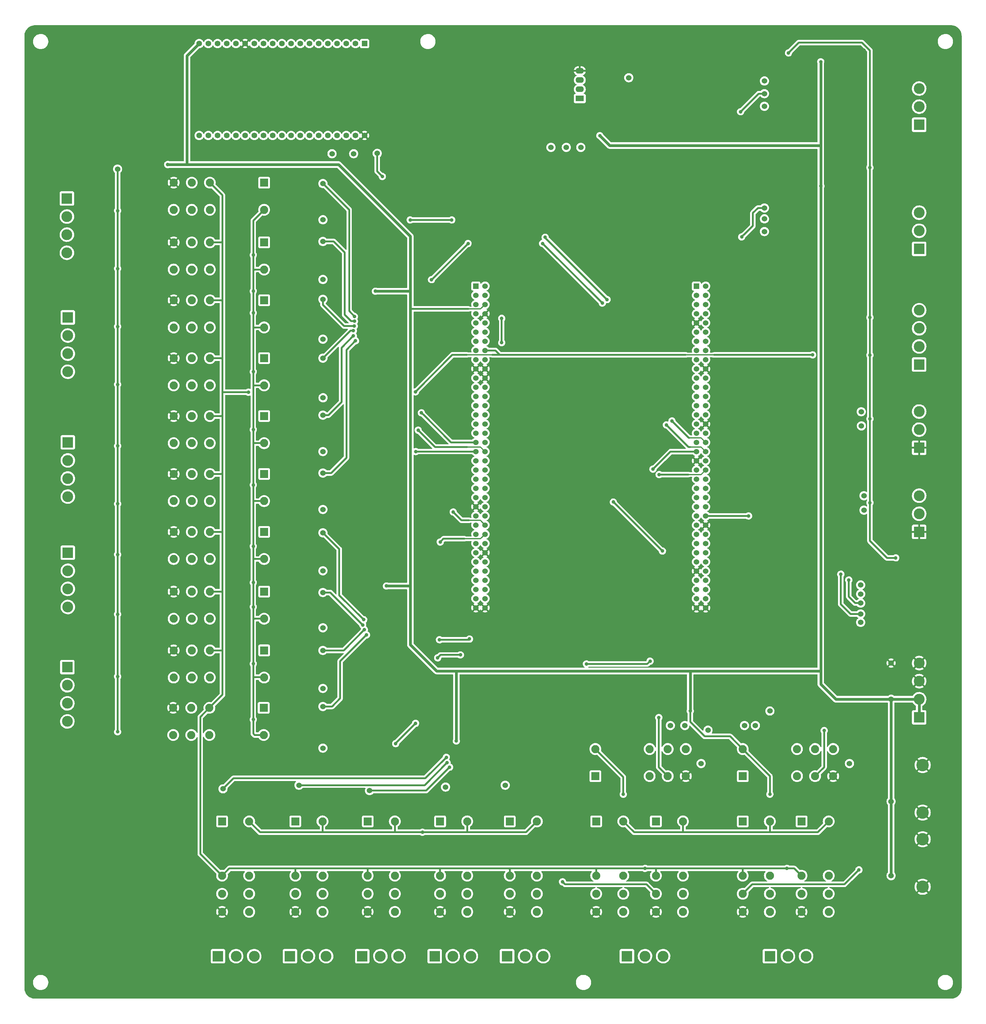
<source format=gbr>
%TF.GenerationSoftware,KiCad,Pcbnew,6.0.10-86aedd382b~118~ubuntu18.04.1*%
%TF.CreationDate,2024-06-09T22:46:35-03:00*%
%TF.ProjectId,salt,73616c74-2e6b-4696-9361-645f70636258,1.5*%
%TF.SameCoordinates,Original*%
%TF.FileFunction,Copper,L2,Bot*%
%TF.FilePolarity,Positive*%
%FSLAX46Y46*%
G04 Gerber Fmt 4.6, Leading zero omitted, Abs format (unit mm)*
G04 Created by KiCad (PCBNEW 6.0.10-86aedd382b~118~ubuntu18.04.1) date 2024-06-09 22:46:35*
%MOMM*%
%LPD*%
G01*
G04 APERTURE LIST*
%TA.AperFunction,ComponentPad*%
%ADD10C,1.530000*%
%TD*%
%TA.AperFunction,ComponentPad*%
%ADD11R,2.250000X2.250000*%
%TD*%
%TA.AperFunction,ComponentPad*%
%ADD12C,2.250000*%
%TD*%
%TA.AperFunction,ComponentPad*%
%ADD13R,3.000000X3.000000*%
%TD*%
%TA.AperFunction,ComponentPad*%
%ADD14C,3.000000*%
%TD*%
%TA.AperFunction,ComponentPad*%
%ADD15C,3.450000*%
%TD*%
%TA.AperFunction,ComponentPad*%
%ADD16R,1.560000X1.560000*%
%TD*%
%TA.AperFunction,ComponentPad*%
%ADD17C,1.560000*%
%TD*%
%TA.AperFunction,ComponentPad*%
%ADD18R,1.530000X1.530000*%
%TD*%
%TA.AperFunction,ComponentPad*%
%ADD19R,2.300000X1.600000*%
%TD*%
%TA.AperFunction,ComponentPad*%
%ADD20O,2.300000X1.600000*%
%TD*%
%TA.AperFunction,ViaPad*%
%ADD21C,1.000000*%
%TD*%
%TA.AperFunction,Conductor*%
%ADD22C,0.500000*%
%TD*%
%TA.AperFunction,Conductor*%
%ADD23C,0.800000*%
%TD*%
%TA.AperFunction,Conductor*%
%ADD24C,0.300000*%
%TD*%
G04 APERTURE END LIST*
D10*
%TO.P,TP57,1,1*%
%TO.N,/ADC3_14*%
X118500000Y-99250000D03*
%TD*%
D11*
%TO.P,K3,1,COIL_1*%
%TO.N,/se\u00F1ales_criticas/CT_C_PW*%
X250750000Y-249000000D03*
D12*
%TO.P,K3,2,NC_1*%
%TO.N,+3V3*%
X250750000Y-264000000D03*
%TO.P,K3,3,COM_1*%
%TO.N,/CT_M*%
X250750000Y-269000000D03*
%TO.P,K3,4,NO_1*%
%TO.N,GND*%
X250750000Y-274000000D03*
%TO.P,K3,5,NO_2*%
%TO.N,unconnected-(K3-Pad5)*%
X258250000Y-274000000D03*
%TO.P,K3,6,COM_2*%
%TO.N,/se\u00F1ales_criticas/CT_ACT*%
X258250000Y-269000000D03*
%TO.P,K3,7,NC_2*%
%TO.N,/se\u00F1ales_criticas/CT_EN*%
X258250000Y-264000000D03*
%TO.P,K3,8,COIL_2*%
%TO.N,+5V*%
X258250000Y-249000000D03*
%TD*%
D10*
%TO.P,TP32,1,1*%
%TO.N,/sis_bypass/SIS_2_CT_BP_PW*%
X118500000Y-121000000D03*
%TD*%
D13*
%TO.P,J3,1,1*%
%TO.N,+5V*%
X283250000Y-220250000D03*
D14*
%TO.P,J3,2,2*%
X283250000Y-215250000D03*
%TO.P,J3,3,3*%
%TO.N,GND*%
X283250000Y-210250000D03*
%TO.P,J3,4,4*%
X283250000Y-205250000D03*
%TD*%
D10*
%TO.P,TP44,1,1*%
%TO.N,/registro_eventos/REG_2_PW*%
X152375000Y-239500000D03*
%TD*%
D11*
%TO.P,K9,1,COIL_1*%
%TO.N,/sis_bypass/SIS_2_CT_BP_PW*%
X102250000Y-121000000D03*
D12*
%TO.P,K9,2,NC_1*%
%TO.N,+3V3*%
X87250000Y-121000000D03*
%TO.P,K9,3,COM_1*%
%TO.N,/SIS_2_CT_BP_M*%
X82250000Y-121000000D03*
%TO.P,K9,4,NO_1*%
%TO.N,GND*%
X77250000Y-121000000D03*
%TO.P,K9,5,NO_2*%
%TO.N,/+SIS_2_CT*%
X77250000Y-128500000D03*
%TO.P,K9,6,COM_2*%
%TO.N,/-SIS_2_CT*%
X82250000Y-128500000D03*
%TO.P,K9,7,NC_2*%
%TO.N,unconnected-(K9-Pad7)*%
X87250000Y-128500000D03*
%TO.P,K9,8,COIL_2*%
%TO.N,+5V*%
X102250000Y-128500000D03*
%TD*%
D10*
%TO.P,TP42,1,1*%
%TO.N,/SPI4_CS*%
X267088000Y-186175000D03*
%TD*%
%TO.P,TP22,1,1*%
%TO.N,/se\u00F1ales_criticas/CT_DES_1_PW*%
X235000000Y-222500000D03*
%TD*%
%TO.P,TP50,1,1*%
%TO.N,/ADC3_8*%
X118500000Y-212250000D03*
%TD*%
%TO.P,TP45,1,1*%
%TO.N,/registro_eventos/REG_1_PW*%
X168875000Y-239000000D03*
%TD*%
D13*
%TO.P,J12,1,1*%
%TO.N,GND*%
X283250000Y-169000000D03*
D14*
%TO.P,J12,2,2*%
%TO.N,/ON_SW_MAL_2*%
X283250000Y-164000000D03*
%TO.P,J12,3,3*%
%TO.N,/ON_SW_MAL_1*%
X283250000Y-159000000D03*
%TD*%
D13*
%TO.P,J8,1,1*%
%TO.N,Net-(J8-Pad1)*%
X283250000Y-90800000D03*
D14*
%TO.P,J8,2,2*%
%TO.N,Net-(F2-Pad2)*%
X283250000Y-85800000D03*
%TO.P,J8,3,3*%
%TO.N,Net-(F1-Pad2)*%
X283250000Y-80800000D03*
%TD*%
D10*
%TO.P,TP29,1,1*%
%TO.N,/se\u00F1ales_criticas/FE_EN*%
X223000000Y-233000000D03*
%TD*%
%TO.P,TP23,1,1*%
%TO.N,/se\u00F1ales_criticas/CT_DES_2_PW*%
X238000000Y-222500000D03*
%TD*%
%TO.P,TP34,1,1*%
%TO.N,/sis_bypass/SIS_5_CT_BP_PW*%
X118500000Y-217250000D03*
%TD*%
D11*
%TO.P,K20,1,COIL_1*%
%TO.N,/registro_eventos/ZONA_PW*%
X90625000Y-249000000D03*
D12*
%TO.P,K20,2,NC_1*%
%TO.N,+3V3*%
X90625000Y-264000000D03*
%TO.P,K20,3,COM_1*%
%TO.N,/ZONA_M*%
X90625000Y-269000000D03*
%TO.P,K20,4,NO_1*%
%TO.N,GND*%
X90625000Y-274000000D03*
%TO.P,K20,5,NO_2*%
%TO.N,/registro_eventos/ZONA_OUT_NO*%
X98125000Y-274000000D03*
%TO.P,K20,6,COM_2*%
%TO.N,/registro_eventos/ZONA_IN*%
X98125000Y-269000000D03*
%TO.P,K20,7,NC_2*%
%TO.N,/registro_eventos/ZONA_OUT_NC*%
X98125000Y-264000000D03*
%TO.P,K20,8,COIL_2*%
%TO.N,+5V*%
X98125000Y-249000000D03*
%TD*%
D11*
%TO.P,K19,1,COIL_1*%
%TO.N,/registro_eventos/REG_4_PW*%
X110875000Y-249000000D03*
D12*
%TO.P,K19,2,NC_1*%
%TO.N,+3V3*%
X110875000Y-264000000D03*
%TO.P,K19,3,COM_1*%
%TO.N,/REG_4_M*%
X110875000Y-269000000D03*
%TO.P,K19,4,NO_1*%
%TO.N,GND*%
X110875000Y-274000000D03*
%TO.P,K19,5,NO_2*%
%TO.N,/registro_eventos/REG_4_OUT_NO*%
X118375000Y-274000000D03*
%TO.P,K19,6,COM_2*%
%TO.N,/registro_eventos/REG_4_IN*%
X118375000Y-269000000D03*
%TO.P,K19,7,NC_2*%
%TO.N,/registro_eventos/REG_4_OUT_NC*%
X118375000Y-264000000D03*
%TO.P,K19,8,COIL_2*%
%TO.N,+5V*%
X118375000Y-249000000D03*
%TD*%
D10*
%TO.P,TP51,1,1*%
%TO.N,/medicion_sis/-5V*%
X61750000Y-68750000D03*
%TD*%
%TO.P,TP58,1,1*%
%TO.N,/ADC3_6*%
X118500000Y-162800000D03*
%TD*%
%TO.P,TP6,1,1*%
%TO.N,/UART8_RX*%
X240500000Y-79500000D03*
%TD*%
%TO.P,TP36,1,1*%
%TO.N,/sis_bypass/SIS_2_FE_BP_PW*%
X118500000Y-104750000D03*
%TD*%
D11*
%TO.P,K10,1,COIL_1*%
%TO.N,/sis_bypass/SIS_1_CT_BP_PW*%
X102250000Y-89000000D03*
D12*
%TO.P,K10,2,NC_1*%
%TO.N,+3V3*%
X87250000Y-89000000D03*
%TO.P,K10,3,COM_1*%
%TO.N,/SIS_1_CT_BP_M*%
X82250000Y-89000000D03*
%TO.P,K10,4,NO_1*%
%TO.N,GND*%
X77250000Y-89000000D03*
%TO.P,K10,5,NO_2*%
%TO.N,/+SIS_1_CT*%
X77250000Y-96500000D03*
%TO.P,K10,6,COM_2*%
%TO.N,/-SIS_1_CT*%
X82250000Y-96500000D03*
%TO.P,K10,7,NC_2*%
%TO.N,unconnected-(K10-Pad7)*%
X87250000Y-96500000D03*
%TO.P,K10,8,COIL_2*%
%TO.N,+5V*%
X102250000Y-96500000D03*
%TD*%
D13*
%TO.P,J14,1,1*%
%TO.N,/se\u00F1ales_criticas/FE_OUT*%
X202500000Y-286250000D03*
D14*
%TO.P,J14,2,2*%
%TO.N,/se\u00F1ales_criticas/FE_IN*%
X207500000Y-286250000D03*
%TO.P,J14,3,3*%
%TO.N,/se\u00F1ales_criticas/FE_ACT*%
X212500000Y-286250000D03*
%TD*%
D15*
%TO.P,J11,MH1,MH1*%
%TO.N,GND*%
X284220000Y-267070000D03*
%TO.P,J11,MH2,MH2*%
X284220000Y-253930000D03*
%TD*%
D10*
%TO.P,TP16,1,1*%
%TO.N,Net-(D7-Pad2)*%
X203000000Y-43500000D03*
%TD*%
D13*
%TO.P,J2,1,1*%
%TO.N,/-SIS_2_FE*%
X48000000Y-109750000D03*
D14*
%TO.P,J2,2,2*%
%TO.N,/+SIS_2_FE*%
X48000000Y-114750000D03*
%TO.P,J2,3,3*%
%TO.N,/-SIS_2_CT*%
X48000000Y-119750000D03*
%TO.P,J2,4,4*%
%TO.N,/+SIS_2_CT*%
X48000000Y-124750000D03*
%TD*%
D11*
%TO.P,K18,1,COIL_1*%
%TO.N,/registro_eventos/REG_1_PW*%
X170125000Y-249000000D03*
D12*
%TO.P,K18,2,NC_1*%
%TO.N,+3V3*%
X170125000Y-264000000D03*
%TO.P,K18,3,COM_1*%
%TO.N,/REG_1_M*%
X170125000Y-269000000D03*
%TO.P,K18,4,NO_1*%
%TO.N,GND*%
X170125000Y-274000000D03*
%TO.P,K18,5,NO_2*%
%TO.N,/registro_eventos/REG_1_OUT_NO*%
X177625000Y-274000000D03*
%TO.P,K18,6,COM_2*%
%TO.N,/registro_eventos/REG_1_IN*%
X177625000Y-269000000D03*
%TO.P,K18,7,NC_2*%
%TO.N,/registro_eventos/REG_1_OUT_NC*%
X177625000Y-264000000D03*
%TO.P,K18,8,COIL_2*%
%TO.N,+5V*%
X177625000Y-249000000D03*
%TD*%
D10*
%TO.P,TP12,1,1*%
%TO.N,/UART5_RX*%
X181500000Y-62750000D03*
%TD*%
%TO.P,TP1,1,1*%
%TO.N,+5V*%
X275500000Y-215250000D03*
%TD*%
D13*
%TO.P,J1,1,1*%
%TO.N,/-SIS_1_FE*%
X47750000Y-76875000D03*
D14*
%TO.P,J1,2,2*%
%TO.N,/+SIS_1_FE*%
X47750000Y-81875000D03*
%TO.P,J1,3,3*%
%TO.N,/-SIS_1_CT*%
X47750000Y-86875000D03*
%TO.P,J1,4,4*%
%TO.N,/+SIS_1_CT*%
X47750000Y-91875000D03*
%TD*%
D10*
%TO.P,TP30,1,1*%
%TO.N,/sis_bypass/SIS_4_CT_BP_PW*%
X118500000Y-185750000D03*
%TD*%
D11*
%TO.P,K4,1,COIL_1*%
%TO.N,/se\u00F1ales_criticas/FE_DES_1_PW*%
X193775000Y-236500000D03*
D12*
%TO.P,K4,2,NC_1*%
%TO.N,+3V3*%
X208775000Y-236500000D03*
%TO.P,K4,3,COM_1*%
%TO.N,/FE_EN_1_M*%
X213775000Y-236500000D03*
%TO.P,K4,4,NO_1*%
%TO.N,GND*%
X218775000Y-236500000D03*
%TO.P,K4,5,NO_2*%
%TO.N,/se\u00F1ales_criticas/FE_EN*%
X218775000Y-229000000D03*
%TO.P,K4,6,COM_2*%
%TO.N,/se\u00F1ales_criticas/FE_IN*%
X213775000Y-229000000D03*
%TO.P,K4,7,NC_2*%
%TO.N,/se\u00F1ales_criticas/FE_OUT*%
X208775000Y-229000000D03*
%TO.P,K4,8,COIL_2*%
%TO.N,+5V*%
X193775000Y-229000000D03*
%TD*%
D13*
%TO.P,J6,1,1*%
%TO.N,/-SIS_5_FE*%
X47875000Y-206375000D03*
D14*
%TO.P,J6,2,2*%
%TO.N,/+SIS_5_FE*%
X47875000Y-211375000D03*
%TO.P,J6,3,3*%
%TO.N,/-SIS_5_CT*%
X47875000Y-216375000D03*
%TO.P,J6,4,4*%
%TO.N,/+SIS_5_CT*%
X47875000Y-221375000D03*
%TD*%
D10*
%TO.P,TP27,1,1*%
%TO.N,/se\u00F1ales_criticas/FE_C_PW*%
X224900000Y-223800000D03*
%TD*%
%TO.P,TP46,1,1*%
%TO.N,/SD_CD*%
X267088000Y-183675000D03*
%TD*%
D13*
%TO.P,J15,1,1*%
%TO.N,GND*%
X283250000Y-145750000D03*
D14*
%TO.P,J15,2,2*%
%TO.N,/ON_SW_MAT_2*%
X283250000Y-140750000D03*
%TO.P,J15,3,3*%
%TO.N,/ON_SW_MAT_1*%
X283250000Y-135750000D03*
%TD*%
D13*
%TO.P,J13,1,1*%
%TO.N,/se\u00F1ales_criticas/CT_OUT*%
X242000000Y-286250000D03*
D14*
%TO.P,J13,2,2*%
%TO.N,/se\u00F1ales_criticas/CT_IN*%
X247000000Y-286250000D03*
%TO.P,J13,3,3*%
%TO.N,/se\u00F1ales_criticas/CT_ACT*%
X252000000Y-286250000D03*
%TD*%
D10*
%TO.P,TP20,1,1*%
%TO.N,/ON_SW_MAT_1*%
X267250000Y-135800000D03*
%TD*%
%TO.P,TP60,1,1*%
%TO.N,/ADC3_10*%
X118540000Y-131940000D03*
%TD*%
D11*
%TO.P,K11,1,COIL_1*%
%TO.N,/sis_bypass/SIS_5_CT_BP_PW*%
X102125000Y-217625000D03*
D12*
%TO.P,K11,2,NC_1*%
%TO.N,+3V3*%
X87125000Y-217625000D03*
%TO.P,K11,3,COM_1*%
%TO.N,/SIS_5_CT_BP_M*%
X82125000Y-217625000D03*
%TO.P,K11,4,NO_1*%
%TO.N,GND*%
X77125000Y-217625000D03*
%TO.P,K11,5,NO_2*%
%TO.N,/+SIS_5_CT*%
X77125000Y-225125000D03*
%TO.P,K11,6,COM_2*%
%TO.N,/-SIS_5_CT*%
X82125000Y-225125000D03*
%TO.P,K11,7,NC_2*%
%TO.N,unconnected-(K11-Pad7)*%
X87125000Y-225125000D03*
%TO.P,K11,8,COIL_2*%
%TO.N,+5V*%
X102125000Y-225125000D03*
%TD*%
D10*
%TO.P,TP49,1,1*%
%TO.N,/registro_eventos/REG_3_PW*%
X131375000Y-240500000D03*
%TD*%
D15*
%TO.P,J10,MH1,MH1*%
%TO.N,GND*%
X284220000Y-246570000D03*
%TO.P,J10,MH2,MH2*%
X284220000Y-233430000D03*
%TD*%
D13*
%TO.P,J7,1,1*%
%TO.N,/CHOP_SEL*%
X283250000Y-122750000D03*
D14*
%TO.P,J7,2,2*%
%TO.N,/BUZZER_C*%
X283250000Y-117750000D03*
%TO.P,J7,3,3*%
%TO.N,/I2C1_SDA*%
X283250000Y-112750000D03*
%TO.P,J7,4,4*%
%TO.N,/I2C1_SCL*%
X283250000Y-107750000D03*
%TD*%
D10*
%TO.P,TP31,1,1*%
%TO.N,/sis_bypass/SIS_3_CT_BP_PW*%
X118500000Y-152750000D03*
%TD*%
%TO.P,TP7,1,1*%
%TO.N,/UART7_TX*%
X240500000Y-51400000D03*
%TD*%
%TO.P,TP25,1,1*%
%TO.N,/se\u00F1ales_criticas/CT_EN*%
X264000000Y-233000000D03*
%TD*%
%TO.P,TP18,1,1*%
%TO.N,/ON_SW_MAL_1*%
X268000000Y-159000000D03*
%TD*%
%TO.P,TP41,1,1*%
%TO.N,/SPI4_MISO*%
X267088000Y-194000000D03*
%TD*%
%TO.P,TP26,1,1*%
%TO.N,/se\u00F1ales_criticas/FE_DES_1_PW*%
X214500000Y-222500000D03*
%TD*%
D11*
%TO.P,K15,1,COIL_1*%
%TO.N,/sis_bypass/SIS_4_FE_BP_PW*%
X102250000Y-169000000D03*
D12*
%TO.P,K15,2,NC_1*%
%TO.N,+3V3*%
X87250000Y-169000000D03*
%TO.P,K15,3,COM_1*%
%TO.N,/SIS_4_FE_BP_M*%
X82250000Y-169000000D03*
%TO.P,K15,4,NO_1*%
%TO.N,GND*%
X77250000Y-169000000D03*
%TO.P,K15,5,NO_2*%
%TO.N,/+SIS_4_FE*%
X77250000Y-176500000D03*
%TO.P,K15,6,COM_2*%
%TO.N,/-SIS_4_FE*%
X82250000Y-176500000D03*
%TO.P,K15,7,NC_2*%
%TO.N,unconnected-(K15-Pad7)*%
X87250000Y-176500000D03*
%TO.P,K15,8,COIL_2*%
%TO.N,+5V*%
X102250000Y-176500000D03*
%TD*%
D11*
%TO.P,K14,1,COIL_1*%
%TO.N,/sis_bypass/SIS_1_FE_BP_PW*%
X102250000Y-72500000D03*
D12*
%TO.P,K14,2,NC_1*%
%TO.N,+3V3*%
X87250000Y-72500000D03*
%TO.P,K14,3,COM_1*%
%TO.N,/SIS_1_FE_BP_M*%
X82250000Y-72500000D03*
%TO.P,K14,4,NO_1*%
%TO.N,GND*%
X77250000Y-72500000D03*
%TO.P,K14,5,NO_2*%
%TO.N,/+SIS_1_FE*%
X77250000Y-80000000D03*
%TO.P,K14,6,COM_2*%
%TO.N,/-SIS_1_FE*%
X82250000Y-80000000D03*
%TO.P,K14,7,NC_2*%
%TO.N,unconnected-(K14-Pad7)*%
X87250000Y-80000000D03*
%TO.P,K14,8,COIL_2*%
%TO.N,+5V*%
X102250000Y-80000000D03*
%TD*%
D11*
%TO.P,K6,1,COIL_1*%
%TO.N,/se\u00F1ales_criticas/FE_C_PW*%
X210500000Y-249000000D03*
D12*
%TO.P,K6,2,NC_1*%
%TO.N,+3V3*%
X210500000Y-264000000D03*
%TO.P,K6,3,COM_1*%
%TO.N,/FE_M*%
X210500000Y-269000000D03*
%TO.P,K6,4,NO_1*%
%TO.N,GND*%
X210500000Y-274000000D03*
%TO.P,K6,5,NO_2*%
%TO.N,unconnected-(K6-Pad5)*%
X218000000Y-274000000D03*
%TO.P,K6,6,COM_2*%
%TO.N,/se\u00F1ales_criticas/FE_ACT*%
X218000000Y-269000000D03*
%TO.P,K6,7,NC_2*%
%TO.N,/se\u00F1ales_criticas/FE_EN*%
X218000000Y-264000000D03*
%TO.P,K6,8,COIL_2*%
%TO.N,+5V*%
X218000000Y-249000000D03*
%TD*%
D10*
%TO.P,TP21,1,1*%
%TO.N,/ON_SW_MAT_2*%
X267300000Y-139700000D03*
%TD*%
D13*
%TO.P,J18,1,1*%
%TO.N,/registro_eventos/REG_3_OUT_NC*%
X129375000Y-286250000D03*
D14*
%TO.P,J18,2,2*%
%TO.N,/registro_eventos/REG_3_OUT_NO*%
X134375000Y-286250000D03*
%TO.P,J18,3,3*%
%TO.N,/registro_eventos/REG_3_IN*%
X139375000Y-286250000D03*
%TD*%
D11*
%TO.P,K17,1,COIL_1*%
%TO.N,/registro_eventos/REG_2_PW*%
X150875000Y-249000000D03*
D12*
%TO.P,K17,2,NC_1*%
%TO.N,+3V3*%
X150875000Y-264000000D03*
%TO.P,K17,3,COM_1*%
%TO.N,/REG_2_M*%
X150875000Y-269000000D03*
%TO.P,K17,4,NO_1*%
%TO.N,GND*%
X150875000Y-274000000D03*
%TO.P,K17,5,NO_2*%
%TO.N,/registro_eventos/REG_2_OUT_NO*%
X158375000Y-274000000D03*
%TO.P,K17,6,COM_2*%
%TO.N,/registro_eventos/REG_2_IN*%
X158375000Y-269000000D03*
%TO.P,K17,7,NC_2*%
%TO.N,/registro_eventos/REG_2_OUT_NC*%
X158375000Y-264000000D03*
%TO.P,K17,8,COIL_2*%
%TO.N,+5V*%
X158375000Y-249000000D03*
%TD*%
D11*
%TO.P,K12,1,COIL_1*%
%TO.N,/sis_bypass/SIS_3_FE_BP_PW*%
X102250000Y-137000000D03*
D12*
%TO.P,K12,2,NC_1*%
%TO.N,+3V3*%
X87250000Y-137000000D03*
%TO.P,K12,3,COM_1*%
%TO.N,/SIS_3_FE_BP_M*%
X82250000Y-137000000D03*
%TO.P,K12,4,NO_1*%
%TO.N,GND*%
X77250000Y-137000000D03*
%TO.P,K12,5,NO_2*%
%TO.N,/+SIS_3_FE*%
X77250000Y-144500000D03*
%TO.P,K12,6,COM_2*%
%TO.N,/-SIS_3_FE*%
X82250000Y-144500000D03*
%TO.P,K12,7,NC_2*%
%TO.N,unconnected-(K12-Pad7)*%
X87250000Y-144500000D03*
%TO.P,K12,8,COIL_2*%
%TO.N,+5V*%
X102250000Y-144500000D03*
%TD*%
D10*
%TO.P,TP9,1,1*%
%TO.N,/UART4_TX*%
X121000000Y-64500000D03*
%TD*%
D11*
%TO.P,K1,1,COIL_1*%
%TO.N,/se\u00F1ales_criticas/CT_DES_1_PW*%
X234500000Y-236500000D03*
D12*
%TO.P,K1,2,NC_1*%
%TO.N,+3V3*%
X249500000Y-236500000D03*
%TO.P,K1,3,COM_1*%
%TO.N,/CT_EN_1_M*%
X254500000Y-236500000D03*
%TO.P,K1,4,NO_1*%
%TO.N,GND*%
X259500000Y-236500000D03*
%TO.P,K1,5,NO_2*%
%TO.N,/se\u00F1ales_criticas/CT_EN*%
X259500000Y-229000000D03*
%TO.P,K1,6,COM_2*%
%TO.N,/se\u00F1ales_criticas/CT_IN*%
X254500000Y-229000000D03*
%TO.P,K1,7,NC_2*%
%TO.N,/se\u00F1ales_criticas/CT_OUT*%
X249500000Y-229000000D03*
%TO.P,K1,8,COIL_2*%
%TO.N,+5V*%
X234500000Y-229000000D03*
%TD*%
D13*
%TO.P,J19,1,1*%
%TO.N,/registro_eventos/REG_4_OUT_NC*%
X109375000Y-286250000D03*
D14*
%TO.P,J19,2,2*%
%TO.N,/registro_eventos/REG_4_OUT_NO*%
X114375000Y-286250000D03*
%TO.P,J19,3,3*%
%TO.N,/registro_eventos/REG_4_IN*%
X119375000Y-286250000D03*
%TD*%
D10*
%TO.P,TP28,1,1*%
%TO.N,/se\u00F1ales_criticas/FE_DES_2_PW*%
X218500000Y-222500000D03*
%TD*%
%TO.P,TP56,1,1*%
%TO.N,/ADC3_7*%
X118500000Y-179750000D03*
%TD*%
%TO.P,TP48,1,1*%
%TO.N,/registro_eventos/REG_4_PW*%
X111875000Y-239000000D03*
%TD*%
%TO.P,TP3,1,1*%
%TO.N,/UART8_DIR*%
X240500000Y-82500000D03*
%TD*%
%TO.P,TP55,1,1*%
%TO.N,/ADC3_13*%
X118500000Y-146800000D03*
%TD*%
%TO.P,TP37,1,1*%
%TO.N,/sis_bypass/SIS_1_FE_BP_PW*%
X118500000Y-72750000D03*
%TD*%
D13*
%TO.P,J16,1,1*%
%TO.N,/registro_eventos/REG_1_OUT_NC*%
X169375000Y-286250000D03*
D14*
%TO.P,J16,2,2*%
%TO.N,/registro_eventos/REG_1_OUT_NO*%
X174375000Y-286250000D03*
%TO.P,J16,3,3*%
%TO.N,/registro_eventos/REG_1_IN*%
X179375000Y-286250000D03*
%TD*%
D10*
%TO.P,TP10,1,1*%
%TO.N,/UART5_TX*%
X185750000Y-62750000D03*
%TD*%
%TO.P,TP5,1,1*%
%TO.N,/UART7_DIR*%
X240500000Y-47900000D03*
%TD*%
%TO.P,TP24,1,1*%
%TO.N,/se\u00F1ales_criticas/CT_C_PW*%
X242000000Y-218500000D03*
%TD*%
%TO.P,TP35,1,1*%
%TO.N,/sis_bypass/SIS_3_FE_BP_PW*%
X118500000Y-136750000D03*
%TD*%
%TO.P,TP14,1,1*%
%TO.N,/ESP_EN*%
X133500000Y-64400000D03*
%TD*%
D13*
%TO.P,J5,1,1*%
%TO.N,/-SIS_4_FE*%
X48000000Y-174750000D03*
D14*
%TO.P,J5,2,2*%
%TO.N,/+SIS_4_FE*%
X48000000Y-179750000D03*
%TO.P,J5,3,3*%
%TO.N,/-SIS_4_CT*%
X48000000Y-184750000D03*
%TO.P,J5,4,4*%
%TO.N,/+SIS_4_CT*%
X48000000Y-189750000D03*
%TD*%
D10*
%TO.P,TP47,1,1*%
%TO.N,/registro_eventos/ZONA_PW*%
X90875000Y-240000000D03*
%TD*%
%TO.P,TP19,1,1*%
%TO.N,/ON_SW_MAL_2*%
X268000000Y-163000000D03*
%TD*%
D11*
%TO.P,K7,1,COIL_1*%
%TO.N,/sis_bypass/SIS_4_CT_BP_PW*%
X102250000Y-185500000D03*
D12*
%TO.P,K7,2,NC_1*%
%TO.N,+3V3*%
X87250000Y-185500000D03*
%TO.P,K7,3,COM_1*%
%TO.N,/SIS_4_CT_BP_M*%
X82250000Y-185500000D03*
%TO.P,K7,4,NO_1*%
%TO.N,GND*%
X77250000Y-185500000D03*
%TO.P,K7,5,NO_2*%
%TO.N,/+SIS_4_CT*%
X77250000Y-193000000D03*
%TO.P,K7,6,COM_2*%
%TO.N,/-SIS_4_CT*%
X82250000Y-193000000D03*
%TO.P,K7,7,NC_2*%
%TO.N,unconnected-(K7-Pad7)*%
X87250000Y-193000000D03*
%TO.P,K7,8,COIL_2*%
%TO.N,+5V*%
X102250000Y-193000000D03*
%TD*%
D11*
%TO.P,K8,1,COIL_1*%
%TO.N,/sis_bypass/SIS_3_CT_BP_PW*%
X102250000Y-153000000D03*
D12*
%TO.P,K8,2,NC_1*%
%TO.N,+3V3*%
X87250000Y-153000000D03*
%TO.P,K8,3,COM_1*%
%TO.N,/SIS_3_CT_BP_M*%
X82250000Y-153000000D03*
%TO.P,K8,4,NO_1*%
%TO.N,GND*%
X77250000Y-153000000D03*
%TO.P,K8,5,NO_2*%
%TO.N,/+SIS_3_CT*%
X77250000Y-160500000D03*
%TO.P,K8,6,COM_2*%
%TO.N,/-SIS_3_CT*%
X82250000Y-160500000D03*
%TO.P,K8,7,NC_2*%
%TO.N,unconnected-(K8-Pad7)*%
X87250000Y-160500000D03*
%TO.P,K8,8,COIL_2*%
%TO.N,+5V*%
X102250000Y-160500000D03*
%TD*%
D11*
%TO.P,K5,1,COIL_1*%
%TO.N,/se\u00F1ales_criticas/FE_DES_2_PW*%
X194000000Y-249000000D03*
D12*
%TO.P,K5,2,NC_1*%
%TO.N,+3V3*%
X194000000Y-264000000D03*
%TO.P,K5,3,COM_1*%
%TO.N,/FE_EN_2_M*%
X194000000Y-269000000D03*
%TO.P,K5,4,NO_1*%
%TO.N,GND*%
X194000000Y-274000000D03*
%TO.P,K5,5,NO_2*%
%TO.N,unconnected-(K5-Pad5)*%
X201500000Y-274000000D03*
%TO.P,K5,6,COM_2*%
%TO.N,/se\u00F1ales_criticas/FE_IN*%
X201500000Y-269000000D03*
%TO.P,K5,7,NC_2*%
%TO.N,/se\u00F1ales_criticas/FE_OUT*%
X201500000Y-264000000D03*
%TO.P,K5,8,COIL_2*%
%TO.N,+5V*%
X201500000Y-249000000D03*
%TD*%
D16*
%TO.P,U5,J2-1,3V3*%
%TO.N,unconnected-(U5-PadJ2-1)*%
X130010000Y-34072936D03*
D17*
%TO.P,U5,J2-2,EN*%
%TO.N,/ESP_EN*%
X127470000Y-34072936D03*
%TO.P,U5,J2-3,SENSOR_VP*%
%TO.N,unconnected-(U5-PadJ2-3)*%
X124930000Y-34072936D03*
%TO.P,U5,J2-4,SENSOR_VN*%
%TO.N,unconnected-(U5-PadJ2-4)*%
X122390000Y-34072936D03*
%TO.P,U5,J2-5,IO34*%
%TO.N,unconnected-(U5-PadJ2-5)*%
X119850000Y-34072936D03*
%TO.P,U5,J2-6,IO35*%
%TO.N,unconnected-(U5-PadJ2-6)*%
X117310000Y-34072936D03*
%TO.P,U5,J2-7,IO32*%
%TO.N,unconnected-(U5-PadJ2-7)*%
X114770000Y-34072936D03*
%TO.P,U5,J2-8,IO33*%
%TO.N,unconnected-(U5-PadJ2-8)*%
X112230000Y-34072936D03*
%TO.P,U5,J2-9,IO25*%
%TO.N,unconnected-(U5-PadJ2-9)*%
X109690000Y-34072936D03*
%TO.P,U5,J2-10,IO26*%
%TO.N,unconnected-(U5-PadJ2-10)*%
X107150000Y-34072936D03*
%TO.P,U5,J2-11,IO27*%
%TO.N,unconnected-(U5-PadJ2-11)*%
X104610000Y-34072936D03*
%TO.P,U5,J2-12,IO14*%
%TO.N,unconnected-(U5-PadJ2-12)*%
X102070000Y-34072936D03*
%TO.P,U5,J2-13,IO12*%
%TO.N,unconnected-(U5-PadJ2-13)*%
X99530000Y-34072936D03*
%TO.P,U5,J2-14,GND1*%
%TO.N,GND*%
X96990000Y-34072936D03*
%TO.P,U5,J2-15,IO13*%
%TO.N,unconnected-(U5-PadJ2-15)*%
X94450000Y-34072936D03*
%TO.P,U5,J2-16,SD2*%
%TO.N,unconnected-(U5-PadJ2-16)*%
X91910000Y-34072936D03*
%TO.P,U5,J2-17,SD3*%
%TO.N,unconnected-(U5-PadJ2-17)*%
X89370000Y-34072936D03*
%TO.P,U5,J2-18,CMD*%
%TO.N,unconnected-(U5-PadJ2-18)*%
X86830000Y-34072936D03*
%TO.P,U5,J2-19,EXT_5V*%
%TO.N,+5V*%
X84290000Y-34072936D03*
%TO.P,U5,J3-1,GND3*%
%TO.N,GND*%
X130010000Y-59472936D03*
%TO.P,U5,J3-2,IO23*%
%TO.N,unconnected-(U5-PadJ3-2)*%
X127470000Y-59472936D03*
%TO.P,U5,J3-3,IO22*%
%TO.N,unconnected-(U5-PadJ3-3)*%
X124930000Y-59472936D03*
%TO.P,U5,J3-4,TXD0*%
%TO.N,unconnected-(U5-PadJ3-4)*%
X122390000Y-59472936D03*
%TO.P,U5,J3-5,RXD0*%
%TO.N,unconnected-(U5-PadJ3-5)*%
X119850000Y-59472936D03*
%TO.P,U5,J3-6,IO21*%
%TO.N,unconnected-(U5-PadJ3-6)*%
X117310000Y-59472936D03*
%TO.P,U5,J3-7,GND2*%
%TO.N,unconnected-(U5-PadJ3-7)*%
X114770000Y-59472936D03*
%TO.P,U5,J3-8,IO19*%
%TO.N,unconnected-(U5-PadJ3-8)*%
X112230000Y-59472936D03*
%TO.P,U5,J3-9,IO18*%
%TO.N,unconnected-(U5-PadJ3-9)*%
X109690000Y-59472936D03*
%TO.P,U5,J3-10,IO5*%
%TO.N,unconnected-(U5-PadJ3-10)*%
X107150000Y-59472936D03*
%TO.P,U5,J3-11,IO17*%
%TO.N,/UART4_RX*%
X104610000Y-59472936D03*
%TO.P,U5,J3-12,IO16*%
%TO.N,/UART4_TX*%
X102070000Y-59472936D03*
%TO.P,U5,J3-13,IO4*%
%TO.N,unconnected-(U5-PadJ3-13)*%
X99530000Y-59472936D03*
%TO.P,U5,J3-14,IO0*%
%TO.N,unconnected-(U5-PadJ3-14)*%
X96990000Y-59472936D03*
%TO.P,U5,J3-15,IO2*%
%TO.N,unconnected-(U5-PadJ3-15)*%
X94450000Y-59472936D03*
%TO.P,U5,J3-16,IO15*%
%TO.N,unconnected-(U5-PadJ3-16)*%
X91910000Y-59472936D03*
%TO.P,U5,J3-17,SD1*%
%TO.N,unconnected-(U5-PadJ3-17)*%
X89370000Y-59472936D03*
%TO.P,U5,J3-18,SD0*%
%TO.N,unconnected-(U5-PadJ3-18)*%
X86830000Y-59472936D03*
%TO.P,U5,J3-19,CLK*%
%TO.N,unconnected-(U5-PadJ3-19)*%
X84290000Y-59472936D03*
%TD*%
D11*
%TO.P,K13,1,COIL_1*%
%TO.N,/sis_bypass/SIS_2_FE_BP_PW*%
X102250000Y-105000000D03*
D12*
%TO.P,K13,2,NC_1*%
%TO.N,+3V3*%
X87250000Y-105000000D03*
%TO.P,K13,3,COM_1*%
%TO.N,/SIS_2_FE_BP_M*%
X82250000Y-105000000D03*
%TO.P,K13,4,NO_1*%
%TO.N,GND*%
X77250000Y-105000000D03*
%TO.P,K13,5,NO_2*%
%TO.N,/+SIS_2_FE*%
X77250000Y-112500000D03*
%TO.P,K13,6,COM_2*%
%TO.N,/-SIS_2_FE*%
X82250000Y-112500000D03*
%TO.P,K13,7,NC_2*%
%TO.N,unconnected-(K13-Pad7)*%
X87250000Y-112500000D03*
%TO.P,K13,8,COIL_2*%
%TO.N,+5V*%
X102250000Y-112500000D03*
%TD*%
D10*
%TO.P,TP2,1,1*%
%TO.N,GND*%
X275500000Y-205250000D03*
%TD*%
%TO.P,TP38,1,1*%
%TO.N,/sis_bypass/SIS_4_FE_BP_PW*%
X118500000Y-169250000D03*
%TD*%
D13*
%TO.P,J9,1,1*%
%TO.N,Net-(J9-Pad1)*%
X283250000Y-56500000D03*
D14*
%TO.P,J9,2,2*%
%TO.N,Net-(F4-Pad2)*%
X283250000Y-51500000D03*
%TO.P,J9,3,3*%
%TO.N,Net-(F3-Pad2)*%
X283250000Y-46500000D03*
%TD*%
D11*
%TO.P,K21,1,COIL_1*%
%TO.N,/registro_eventos/REG_3_PW*%
X130875000Y-249000000D03*
D12*
%TO.P,K21,2,NC_1*%
%TO.N,+3V3*%
X130875000Y-264000000D03*
%TO.P,K21,3,COM_1*%
%TO.N,/REG_3_M*%
X130875000Y-269000000D03*
%TO.P,K21,4,NO_1*%
%TO.N,GND*%
X130875000Y-274000000D03*
%TO.P,K21,5,NO_2*%
%TO.N,/registro_eventos/REG_3_OUT_NO*%
X138375000Y-274000000D03*
%TO.P,K21,6,COM_2*%
%TO.N,/registro_eventos/REG_3_IN*%
X138375000Y-269000000D03*
%TO.P,K21,7,NC_2*%
%TO.N,/registro_eventos/REG_3_OUT_NC*%
X138375000Y-264000000D03*
%TO.P,K21,8,COIL_2*%
%TO.N,+5V*%
X138375000Y-249000000D03*
%TD*%
D10*
%TO.P,TP11,1,1*%
%TO.N,/UART4_RX*%
X127000000Y-64500000D03*
%TD*%
%TO.P,TP52,1,1*%
%TO.N,/ADC3_9*%
X118500000Y-228750000D03*
%TD*%
D11*
%TO.P,K16,1,COIL_1*%
%TO.N,/sis_bypass/SIS_5_FE_BP_PW*%
X102250000Y-201750000D03*
D12*
%TO.P,K16,2,NC_1*%
%TO.N,+3V3*%
X87250000Y-201750000D03*
%TO.P,K16,3,COM_1*%
%TO.N,/SIS_5_FE_BP_M*%
X82250000Y-201750000D03*
%TO.P,K16,4,NO_1*%
%TO.N,GND*%
X77250000Y-201750000D03*
%TO.P,K16,5,NO_2*%
%TO.N,/+SIS_5_FE*%
X77250000Y-209250000D03*
%TO.P,K16,6,COM_2*%
%TO.N,/-SIS_5_FE*%
X82250000Y-209250000D03*
%TO.P,K16,7,NC_2*%
%TO.N,unconnected-(K16-Pad7)*%
X87250000Y-209250000D03*
%TO.P,K16,8,COIL_2*%
%TO.N,+5V*%
X102250000Y-209250000D03*
%TD*%
D10*
%TO.P,TP43,1,1*%
%TO.N,/SPI4_CSK*%
X267088000Y-191675000D03*
%TD*%
%TO.P,TP59,1,1*%
%TO.N,/ADC3_3*%
X118500000Y-195500000D03*
%TD*%
D18*
%TO.P,U1,CN11_1,PC10*%
%TO.N,/UART4_TX*%
X160750000Y-101070000D03*
D10*
%TO.P,U1,CN11_2,PC11*%
%TO.N,/UART4_RX*%
X163290000Y-101070000D03*
%TO.P,U1,CN11_3,PC12*%
%TO.N,/UART5_TX*%
X160750000Y-103610000D03*
%TO.P,U1,CN11_4,PD2*%
%TO.N,/UART5_RX*%
X163290000Y-103610000D03*
%TO.P,U1,CN11_5,VDD*%
%TO.N,unconnected-(U1-PadCN11_5)*%
X160750000Y-106150000D03*
%TO.P,U1,CN11_6,E5V*%
%TO.N,+5V*%
X163290000Y-106150000D03*
%TO.P,U1,CN11_7,BOOT0*%
%TO.N,unconnected-(U1-PadCN11_7)*%
X160750000Y-108690000D03*
%TO.P,U1,CN11_8,GND_CN11*%
%TO.N,GND*%
X163290000Y-108690000D03*
%TO.P,U1,CN11_9,PF6*%
%TO.N,/UART7_RX*%
X160750000Y-111230000D03*
%TO.P,U1,CN11_10,NC*%
%TO.N,unconnected-(U1-PadCN11_10)*%
X163290000Y-111230000D03*
%TO.P,U1,CN11_11,PF7*%
%TO.N,/UART7_TX*%
X160750000Y-113770000D03*
%TO.P,U1,CN11_12,IOREF*%
%TO.N,unconnected-(U1-PadCN11_12)*%
X163290000Y-113770000D03*
%TO.P,U1,CN11_13,PA13*%
%TO.N,unconnected-(U1-PadCN11_13)*%
X160750000Y-116310000D03*
%TO.P,U1,CN11_14,RESET*%
%TO.N,unconnected-(U1-PadCN11_14)*%
X163290000Y-116310000D03*
%TO.P,U1,CN11_15,PA14*%
%TO.N,unconnected-(U1-PadCN11_15)*%
X160750000Y-118850000D03*
%TO.P,U1,CN11_16,+3V3*%
%TO.N,+3V3*%
X163290000Y-118850000D03*
%TO.P,U1,CN11_17,PA15*%
%TO.N,/ESP_EN*%
X160750000Y-121390000D03*
%TO.P,U1,CN11_18,+5V*%
%TO.N,unconnected-(U1-PadCN11_18)*%
X163290000Y-121390000D03*
%TO.P,U1,CN11_19,GND_CN11__1*%
%TO.N,GND*%
X160750000Y-123930000D03*
%TO.P,U1,CN11_20,GND_CN11__2*%
X163290000Y-123930000D03*
%TO.P,U1,CN11_21,PB7*%
%TO.N,unconnected-(U1-PadCN11_21)*%
X160750000Y-126470000D03*
%TO.P,U1,CN11_22,GND_CN11__3*%
%TO.N,GND*%
X163290000Y-126470000D03*
%TO.P,U1,CN11_23,PC13*%
%TO.N,unconnected-(U1-PadCN11_23)*%
X160750000Y-129010000D03*
%TO.P,U1,CN11_24,VIN*%
%TO.N,unconnected-(U1-PadCN11_24)*%
X163290000Y-129010000D03*
%TO.P,U1,CN11_25,PC14*%
%TO.N,unconnected-(U1-PadCN11_25)*%
X160750000Y-131550000D03*
%TO.P,U1,CN11_26,NC__1*%
%TO.N,unconnected-(U1-PadCN11_26)*%
X163290000Y-131550000D03*
%TO.P,U1,CN11_27,PC15*%
%TO.N,unconnected-(U1-PadCN11_27)*%
X160750000Y-134090000D03*
%TO.P,U1,CN11_28,PA0*%
%TO.N,/GPS_PW_ON*%
X163290000Y-134090000D03*
%TO.P,U1,CN11_29,PH0*%
%TO.N,unconnected-(U1-PadCN11_29)*%
X160750000Y-136630000D03*
%TO.P,U1,CN11_30,PA1*%
%TO.N,unconnected-(U1-PadCN11_30)*%
X163290000Y-136630000D03*
%TO.P,U1,CN11_31,PH1*%
%TO.N,unconnected-(U1-PadCN11_31)*%
X160750000Y-139170000D03*
%TO.P,U1,CN11_32,PA4*%
%TO.N,/UART7_DIR*%
X163290000Y-139170000D03*
%TO.P,U1,CN11_33,VBAT*%
%TO.N,unconnected-(U1-PadCN11_33)*%
X160750000Y-141710000D03*
%TO.P,U1,CN11_34,PB0*%
%TO.N,unconnected-(U1-PadCN11_34)*%
X163290000Y-141710000D03*
%TO.P,U1,CN11_35,PC2*%
%TO.N,/ADC3_12*%
X160750000Y-144250000D03*
%TO.P,U1,CN11_36,PC1*%
%TO.N,unconnected-(U1-PadCN11_36)*%
X163290000Y-144250000D03*
%TO.P,U1,CN11_37,PC3*%
%TO.N,/ADC3_13*%
X160750000Y-146790000D03*
%TO.P,U1,CN11_38,PC0*%
%TO.N,/ADC3_10*%
X163290000Y-146790000D03*
%TO.P,U1,CN11_39,PD4*%
%TO.N,/SIS_1_CT_BP_M*%
X160750000Y-149330000D03*
%TO.P,U1,CN11_40,PD3*%
%TO.N,/SIS_1_FE_BP_M*%
X163290000Y-149330000D03*
%TO.P,U1,CN11_41,PD5*%
%TO.N,/SIS_1_FE_BP_C*%
X160750000Y-151870000D03*
%TO.P,U1,CN11_42,PG2*%
%TO.N,/SIS_2_FE_BP_M*%
X163290000Y-151870000D03*
%TO.P,U1,CN11_43,PD6*%
%TO.N,/SIS_2_FE_BP_C*%
X160750000Y-154410000D03*
%TO.P,U1,CN11_44,PG3*%
%TO.N,/SIS_1_CT_BP_C*%
X163290000Y-154410000D03*
%TO.P,U1,CN11_45,PD7*%
%TO.N,/SIS_3_FE_BP_C*%
X160750000Y-156950000D03*
%TO.P,U1,CN11_46,PE2*%
%TO.N,/SIS_2_CT_BP_C*%
X163290000Y-156950000D03*
%TO.P,U1,CN11_47,PE3*%
%TO.N,/SIS_2_CT_BP_M*%
X160750000Y-159490000D03*
%TO.P,U1,CN11_48,PE4*%
%TO.N,/SIS_3_CT_BP_C*%
X163290000Y-159490000D03*
%TO.P,U1,CN11_49,GND_CN11__4*%
%TO.N,GND*%
X160750000Y-162030000D03*
%TO.P,U1,CN11_50,PE5*%
%TO.N,/SIS_3_FE_BP_M*%
X163290000Y-162030000D03*
%TO.P,U1,CN11_51,PF1*%
%TO.N,/SIS_4_FE_BP_M*%
X160750000Y-164570000D03*
%TO.P,U1,CN11_52,PF2*%
%TO.N,/SIS_3_CT_BP_M*%
X163290000Y-164570000D03*
%TO.P,U1,CN11_53,PF0*%
%TO.N,/SIS_4_CT_BP_M*%
X160750000Y-167110000D03*
%TO.P,U1,CN11_54,PF8*%
%TO.N,/ADC3_6*%
X163290000Y-167110000D03*
%TO.P,U1,CN11_55,PD1*%
%TO.N,/SIS_4_FE_BP_C*%
X160750000Y-169650000D03*
%TO.P,U1,CN11_56,PF9*%
%TO.N,/ADC3_7*%
X163290000Y-169650000D03*
%TO.P,U1,CN11_57,PD0*%
%TO.N,/SIS_4_CT_BP_C*%
X160750000Y-172190000D03*
%TO.P,U1,CN11_58,PG1*%
%TO.N,/SIS_5_FE_BP_C*%
X163290000Y-172190000D03*
%TO.P,U1,CN11_59,PG0*%
%TO.N,/SIS_5_CT_BP_C*%
X160750000Y-174730000D03*
%TO.P,U1,CN11_60,GND_CN11__5*%
%TO.N,GND*%
X163290000Y-174730000D03*
%TO.P,U1,CN11_61,PE1*%
%TO.N,/UART8_TX*%
X160750000Y-177270000D03*
%TO.P,U1,CN11_62,PE6*%
%TO.N,/UART8_DIR*%
X163290000Y-177270000D03*
%TO.P,U1,CN11_63,PG9*%
%TO.N,/SIS_5_FE_BP_M*%
X160750000Y-179810000D03*
%TO.P,U1,CN11_64,PG15*%
%TO.N,/SIS_5_CT_BP_M*%
X163290000Y-179810000D03*
%TO.P,U1,CN11_65,PG12*%
%TO.N,/ZONA_M*%
X160750000Y-182350000D03*
%TO.P,U1,CN11_66,PG10*%
%TO.N,/REG_4_M*%
X163290000Y-182350000D03*
%TO.P,U1,CN11_67,NC__2*%
%TO.N,unconnected-(U1-PadCN11_67)*%
X160750000Y-184890000D03*
%TO.P,U1,CN11_68,PG13*%
%TO.N,unconnected-(U1-PadCN11_68)*%
X163290000Y-184890000D03*
%TO.P,U1,CN11_69,PD9*%
%TO.N,unconnected-(U1-PadCN11_69)*%
X160750000Y-187430000D03*
%TO.P,U1,CN11_70,PG11*%
%TO.N,unconnected-(U1-PadCN11_70)*%
X163290000Y-187430000D03*
%TO.P,U1,CN11_71,GND_CN11__6*%
%TO.N,GND*%
X160750000Y-189970000D03*
%TO.P,U1,CN11_72,GND_CN11__7*%
X163290000Y-189970000D03*
D18*
%TO.P,U1,CN12_1,PC9*%
%TO.N,unconnected-(U1-PadCN12_1)*%
X221710000Y-101090000D03*
D10*
%TO.P,U1,CN12_2,PC8*%
%TO.N,unconnected-(U1-PadCN12_2)*%
X224250000Y-101090000D03*
%TO.P,U1,CN12_3,PB8*%
%TO.N,/I2C1_SCL*%
X221710000Y-103630000D03*
%TO.P,U1,CN12_4,PC6*%
%TO.N,unconnected-(U1-PadCN12_4)*%
X224250000Y-103630000D03*
%TO.P,U1,CN12_5,PB9*%
%TO.N,/I2C1_SDA*%
X221710000Y-106170000D03*
%TO.P,U1,CN12_6,PC5*%
%TO.N,unconnected-(U1-PadCN12_6)*%
X224250000Y-106170000D03*
%TO.P,U1,CN12_7,AVDD_CN12*%
%TO.N,unconnected-(U1-PadCN12_7)*%
X221710000Y-108710000D03*
%TO.P,U1,CN12_8,U5V*%
%TO.N,unconnected-(U1-PadCN12_8)*%
X224250000Y-108710000D03*
%TO.P,U1,CN12_9,GND_CN12*%
%TO.N,GND*%
X221710000Y-111250000D03*
%TO.P,U1,CN12_10,PD8*%
%TO.N,unconnected-(U1-PadCN12_10)*%
X224250000Y-111250000D03*
%TO.P,U1,CN12_11,PA5*%
%TO.N,/BUZZER_C*%
X221710000Y-113790000D03*
%TO.P,U1,CN12_12,PA12*%
%TO.N,unconnected-(U1-PadCN12_12)*%
X224250000Y-113790000D03*
%TO.P,U1,CN12_13,PA6*%
%TO.N,/CHOP_SEL*%
X221710000Y-116330000D03*
%TO.P,U1,CN12_14,PA11*%
%TO.N,unconnected-(U1-PadCN12_14)*%
X224250000Y-116330000D03*
%TO.P,U1,CN12_15,PA7*%
%TO.N,unconnected-(U1-PadCN12_15)*%
X221710000Y-118870000D03*
%TO.P,U1,CN12_16,PB12*%
%TO.N,/ON_SW_MAT_1*%
X224250000Y-118870000D03*
%TO.P,U1,CN12_17,PB6*%
%TO.N,unconnected-(U1-PadCN12_17)*%
X221710000Y-121410000D03*
%TO.P,U1,CN12_18,PB11*%
%TO.N,/ON_SW_MAT_2*%
X224250000Y-121410000D03*
%TO.P,U1,CN12_19,PC7*%
%TO.N,unconnected-(U1-PadCN12_19)*%
X221710000Y-123950000D03*
%TO.P,U1,CN12_20,GND_CN12__1*%
%TO.N,GND*%
X224250000Y-123950000D03*
%TO.P,U1,CN12_21,PA9*%
%TO.N,unconnected-(U1-PadCN12_21)*%
X221710000Y-126490000D03*
%TO.P,U1,CN12_22,PB2*%
%TO.N,unconnected-(U1-PadCN12_22)*%
X224250000Y-126490000D03*
%TO.P,U1,CN12_23,PA8*%
%TO.N,unconnected-(U1-PadCN12_23)*%
X221710000Y-129030000D03*
%TO.P,U1,CN12_24,PB1*%
%TO.N,unconnected-(U1-PadCN12_24)*%
X224250000Y-129030000D03*
%TO.P,U1,CN12_25,PB10*%
%TO.N,unconnected-(U1-PadCN12_25)*%
X221710000Y-131570000D03*
%TO.P,U1,CN12_26,PB15*%
%TO.N,unconnected-(U1-PadCN12_26)*%
X224250000Y-131570000D03*
%TO.P,U1,CN12_27,PB4*%
%TO.N,unconnected-(U1-PadCN12_27)*%
X221710000Y-134110000D03*
%TO.P,U1,CN12_28,PB14*%
%TO.N,unconnected-(U1-PadCN12_28)*%
X224250000Y-134110000D03*
%TO.P,U1,CN12_29,PB5*%
%TO.N,/REG_3_M*%
X221710000Y-136650000D03*
%TO.P,U1,CN12_30,PB13*%
%TO.N,unconnected-(U1-PadCN12_30)*%
X224250000Y-136650000D03*
%TO.P,U1,CN12_31,PB3*%
%TO.N,/REG_2_M*%
X221710000Y-139190000D03*
%TO.P,U1,CN12_32,AGND_CN12*%
%TO.N,GND*%
X224250000Y-139190000D03*
%TO.P,U1,CN12_33,PA10*%
%TO.N,unconnected-(U1-PadCN12_33)*%
X221710000Y-141730000D03*
%TO.P,U1,CN12_34,PC4*%
%TO.N,unconnected-(U1-PadCN12_34)*%
X224250000Y-141730000D03*
%TO.P,U1,CN12_35,PA2*%
%TO.N,unconnected-(U1-PadCN12_35)*%
X221710000Y-144270000D03*
%TO.P,U1,CN12_36,PF5*%
%TO.N,/ADC3_15*%
X224250000Y-144270000D03*
%TO.P,U1,CN12_37,PA3*%
%TO.N,/ADC3_3*%
X221710000Y-146810000D03*
%TO.P,U1,CN12_38,PF4*%
%TO.N,/ADC3_14*%
X224250000Y-146810000D03*
%TO.P,U1,CN12_39,GND_CN12__2*%
%TO.N,GND*%
X221710000Y-149350000D03*
%TO.P,U1,CN12_40,PE8*%
%TO.N,/ZONA_C*%
X224250000Y-149350000D03*
%TO.P,U1,CN12_41,PD13*%
%TO.N,/REG_4_C*%
X221710000Y-151890000D03*
%TO.P,U1,CN12_42,PF10*%
%TO.N,/ADC3_8*%
X224250000Y-151890000D03*
%TO.P,U1,CN12_43,PD12*%
%TO.N,/REG_3_C*%
X221710000Y-154430000D03*
%TO.P,U1,CN12_44,PE7*%
%TO.N,/REG_2_C*%
X224250000Y-154430000D03*
%TO.P,U1,CN12_45,PD11*%
%TO.N,/REG_1_C*%
X221710000Y-156970000D03*
%TO.P,U1,CN12_46,PD14*%
%TO.N,/REG_1_M*%
X224250000Y-156970000D03*
%TO.P,U1,CN12_47,PE10*%
%TO.N,/FE_M*%
X221710000Y-159510000D03*
%TO.P,U1,CN12_48,PD15*%
%TO.N,/FE_EN_2_M*%
X224250000Y-159510000D03*
%TO.P,U1,CN12_49,PE12*%
%TO.N,/SPI4_CSK*%
X221710000Y-162050000D03*
%TO.P,U1,CN12_50,PF14*%
%TO.N,/ON_SW_MAL_1*%
X224250000Y-162050000D03*
%TO.P,U1,CN12_51,PE14*%
%TO.N,/SPI4_MOSI*%
X221710000Y-164590000D03*
%TO.P,U1,CN12_52,PE9*%
%TO.N,/ON_SW_MAL_2*%
X224250000Y-164590000D03*
%TO.P,U1,CN12_53,PE15*%
%TO.N,/SD_CD*%
X221710000Y-167130000D03*
%TO.P,U1,CN12_54,GND_CN12__3*%
%TO.N,GND*%
X224250000Y-167130000D03*
%TO.P,U1,CN12_55,PE13*%
%TO.N,/SPI4_MISO*%
X221710000Y-169670000D03*
%TO.P,U1,CN12_56,PE11*%
%TO.N,/SPI4_CS*%
X224250000Y-169670000D03*
%TO.P,U1,CN12_57,PF13*%
%TO.N,/CT_M*%
X221710000Y-172210000D03*
%TO.P,U1,CN12_58,PF3*%
%TO.N,/ADC3_9*%
X224250000Y-172210000D03*
%TO.P,U1,CN12_59,PF12*%
%TO.N,/CT_EN_1_M*%
X221710000Y-174750000D03*
%TO.P,U1,CN12_60,PF15*%
%TO.N,/CT_EN_2_M*%
X224250000Y-174750000D03*
%TO.P,U1,CN12_61,PG14*%
%TO.N,/CT_DES_2*%
X221710000Y-177290000D03*
%TO.P,U1,CN12_62,PF11*%
%TO.N,/CT_C*%
X224250000Y-177290000D03*
%TO.P,U1,CN12_63,GND_CN12__4*%
%TO.N,GND*%
X221710000Y-179830000D03*
%TO.P,U1,CN12_64,PE0*%
%TO.N,/UART8_RX*%
X224250000Y-179830000D03*
%TO.P,U1,CN12_65,PD10*%
%TO.N,/FE_C*%
X221710000Y-182370000D03*
%TO.P,U1,CN12_66,PG8*%
%TO.N,/CT_DES_1*%
X224250000Y-182370000D03*
%TO.P,U1,CN12_67,PG7*%
%TO.N,unconnected-(U1-PadCN12_67)*%
X221710000Y-184910000D03*
%TO.P,U1,CN12_68,PG5*%
%TO.N,/FE_DES_2*%
X224250000Y-184910000D03*
%TO.P,U1,CN12_69,PG4*%
%TO.N,/FE_EN_1_M*%
X221710000Y-187450000D03*
%TO.P,U1,CN12_70,PG6*%
%TO.N,/FE_DES_1*%
X224250000Y-187450000D03*
%TO.P,U1,CN12_71,GND_CN12__5*%
%TO.N,GND*%
X221710000Y-189990000D03*
%TO.P,U1,CN12_72,GND_CN12__6*%
X224250000Y-189990000D03*
%TD*%
%TO.P,TP40,1,1*%
%TO.N,/SPI4_MOSI*%
X267088000Y-188675000D03*
%TD*%
%TO.P,TP39,1,1*%
%TO.N,/sis_bypass/SIS_5_FE_BP_PW*%
X118500000Y-201750000D03*
%TD*%
D13*
%TO.P,J4,1,1*%
%TO.N,/-SIS_3_FE*%
X48000000Y-144250000D03*
D14*
%TO.P,J4,2,2*%
%TO.N,/+SIS_3_FE*%
X48000000Y-149250000D03*
%TO.P,J4,3,3*%
%TO.N,/-SIS_3_CT*%
X48000000Y-154250000D03*
%TO.P,J4,4,4*%
%TO.N,/+SIS_3_CT*%
X48000000Y-159250000D03*
%TD*%
D10*
%TO.P,TP54,1,1*%
%TO.N,/ADC3_12*%
X118500000Y-115750000D03*
%TD*%
D13*
%TO.P,J17,1,1*%
%TO.N,/registro_eventos/REG_2_OUT_NC*%
X149375000Y-286250000D03*
D14*
%TO.P,J17,2,2*%
%TO.N,/registro_eventos/REG_2_OUT_NO*%
X154375000Y-286250000D03*
%TO.P,J17,3,3*%
%TO.N,/registro_eventos/REG_2_IN*%
X159375000Y-286250000D03*
%TD*%
D10*
%TO.P,TP4,1,1*%
%TO.N,/UART8_TX*%
X240500000Y-86000000D03*
%TD*%
%TO.P,TP53,1,1*%
%TO.N,/ADC3_15*%
X118500000Y-82750000D03*
%TD*%
%TO.P,TP17,1,1*%
%TO.N,+5V*%
X275500000Y-243500000D03*
%TD*%
D13*
%TO.P,J20,1,1*%
%TO.N,/registro_eventos/ZONA_OUT_NC*%
X89500000Y-286250000D03*
D14*
%TO.P,J20,2,2*%
%TO.N,/registro_eventos/ZONA_OUT_NO*%
X94500000Y-286250000D03*
%TO.P,J20,3,3*%
%TO.N,/registro_eventos/ZONA_IN*%
X99500000Y-286250000D03*
%TD*%
D10*
%TO.P,TP8,1,1*%
%TO.N,/UART7_RX*%
X240500000Y-44400000D03*
%TD*%
%TO.P,TP15,1,1*%
%TO.N,+5V*%
X275500000Y-264000000D03*
%TD*%
%TO.P,TP13,1,1*%
%TO.N,/GPS_PW_ON*%
X189750000Y-62750000D03*
%TD*%
D19*
%TO.P,U4,1,VCC*%
%TO.N,Net-(D7-Pad2)*%
X189462500Y-49232500D03*
D20*
%TO.P,U4,2,RX*%
%TO.N,/UART5_TX*%
X189462500Y-46692500D03*
%TO.P,U4,3,TX*%
%TO.N,/UART5_RX*%
X189462500Y-44152500D03*
%TO.P,U4,4,GND*%
%TO.N,GND*%
X189462500Y-41612500D03*
%TD*%
D10*
%TO.P,TP33,1,1*%
%TO.N,/sis_bypass/SIS_1_CT_BP_PW*%
X118500000Y-88750000D03*
%TD*%
D11*
%TO.P,K2,1,COIL_1*%
%TO.N,/se\u00F1ales_criticas/CT_DES_2_PW*%
X234500000Y-249000000D03*
D12*
%TO.P,K2,2,NC_1*%
%TO.N,+3V3*%
X234500000Y-264000000D03*
%TO.P,K2,3,COM_1*%
%TO.N,/CT_EN_2_M*%
X234500000Y-269000000D03*
%TO.P,K2,4,NO_1*%
%TO.N,GND*%
X234500000Y-274000000D03*
%TO.P,K2,5,NO_2*%
%TO.N,unconnected-(K2-Pad5)*%
X242000000Y-274000000D03*
%TO.P,K2,6,COM_2*%
%TO.N,/se\u00F1ales_criticas/CT_IN*%
X242000000Y-269000000D03*
%TO.P,K2,7,NC_2*%
%TO.N,/se\u00F1ales_criticas/CT_OUT*%
X242000000Y-264000000D03*
%TO.P,K2,8,COIL_2*%
%TO.N,+5V*%
X242000000Y-249000000D03*
%TD*%
D21*
%TO.N,+5V*%
X99250000Y-108500000D03*
X155359132Y-226776083D03*
X220001000Y-218499000D03*
X99250000Y-102500000D03*
X195000000Y-59500000D03*
X242000000Y-241500000D03*
X99250000Y-92500000D03*
X99250000Y-173000000D03*
X99250000Y-140750000D03*
X99250000Y-205450000D03*
X99250000Y-124750000D03*
X99250000Y-183000000D03*
X99250000Y-220850000D03*
X136050000Y-183950000D03*
X133000000Y-102500000D03*
X99250000Y-189750000D03*
X256125000Y-73425000D03*
X75600000Y-67500000D03*
X201500000Y-241500000D03*
X146000000Y-252000000D03*
X256051000Y-39099000D03*
X99250000Y-156050000D03*
%TO.N,GND*%
X246000000Y-77700000D03*
X277000000Y-236500000D03*
X137945000Y-107055000D03*
X145100000Y-120700000D03*
X227055000Y-211055000D03*
X242800000Y-43700000D03*
X210500000Y-277750000D03*
X193200000Y-41600000D03*
X85000000Y-274000000D03*
X234500000Y-277500000D03*
X145875000Y-274000000D03*
X125375000Y-274000000D03*
X277000000Y-257000000D03*
X105375000Y-274000000D03*
X250700000Y-277300000D03*
X273950000Y-196050000D03*
X259500000Y-241000000D03*
X248900000Y-76000000D03*
X268000000Y-70100000D03*
X194000000Y-277900000D03*
X248800000Y-41700000D03*
X141100000Y-188500000D03*
X164875000Y-274000000D03*
X269200000Y-192800000D03*
X206477064Y-56477064D03*
X268000000Y-35900000D03*
X159800000Y-221800000D03*
X218800000Y-240800000D03*
%TO.N,+3V3*%
X97900000Y-130400000D03*
X269650000Y-68350000D03*
X247150000Y-36650000D03*
X269650000Y-160950000D03*
X276775000Y-176175000D03*
X144049500Y-130300000D03*
X269650000Y-137750000D03*
X269650000Y-109750000D03*
X253825000Y-120100000D03*
X246700000Y-262000000D03*
X207500000Y-262000000D03*
X269650000Y-120150000D03*
%TO.N,/medicion_sis/-5V*%
X61750000Y-128250000D03*
X61750000Y-208950000D03*
X61750000Y-191750000D03*
X61750000Y-145250000D03*
X61750000Y-161250000D03*
X61750000Y-175250000D03*
X61750000Y-80250000D03*
X61750000Y-224250000D03*
X61750000Y-96250000D03*
X61750000Y-112250000D03*
%TO.N,/GPS_PW_ON*%
X167900000Y-110000000D03*
X167900000Y-116700000D03*
%TO.N,/registro_eventos/ZONA_PW*%
X152587500Y-231287500D03*
%TO.N,/registro_eventos/REG_4_PW*%
X152800000Y-232800000D03*
%TO.N,/registro_eventos/REG_3_PW*%
X153500000Y-234000000D03*
%TO.N,/ADC3_9*%
X138600000Y-227500000D03*
X191300000Y-205500000D03*
X208900000Y-204700000D03*
X144100000Y-221900000D03*
%TO.N,/ADC3_15*%
X154100000Y-82800000D03*
X214950000Y-138350000D03*
X179900000Y-87600000D03*
X142600000Y-82800000D03*
X197000000Y-104800000D03*
%TO.N,/ADC3_3*%
X159000000Y-198600000D03*
X209700000Y-151650000D03*
X150700000Y-198800000D03*
%TO.N,/ADC3_6*%
X154500000Y-163500000D03*
%TO.N,/ADC3_7*%
X150900000Y-171800000D03*
%TO.N,/ADC3_8*%
X150200000Y-203800000D03*
X156500000Y-203000000D03*
X211400000Y-153150000D03*
%TO.N,/ADC3_10*%
X144800000Y-140900000D03*
%TO.N,/ADC3_12*%
X145700000Y-136100000D03*
%TO.N,/ADC3_13*%
X144150496Y-146800000D03*
%TO.N,/ADC3_14*%
X213400000Y-139450000D03*
X179200000Y-89300000D03*
X195700000Y-105800000D03*
X158600000Y-89300000D03*
X148500000Y-99300000D03*
%TO.N,/ON_SW_MAL_2*%
X236100000Y-164600000D03*
%TO.N,/SPI4_MOSI*%
X263800000Y-182300000D03*
%TO.N,/SPI4_CSK*%
X261600000Y-180700000D03*
%TO.N,/UART7_DIR*%
X233900000Y-52900000D03*
%TO.N,/CT_EN_1_M*%
X257000000Y-223900000D03*
%TO.N,/CT_EN_2_M*%
X266600000Y-262400000D03*
%TO.N,/FE_EN_1_M*%
X211300000Y-220300000D03*
%TO.N,/FE_M*%
X184700000Y-265700000D03*
%TO.N,/UART8_RX*%
X212300000Y-174300000D03*
X198750000Y-160750000D03*
X234200000Y-87500000D03*
%TO.N,/ESP_EN*%
X134900000Y-70800000D03*
%TO.N,/sis_bypass/SIS_1_CT_BP_PW*%
X127200000Y-110800000D03*
%TO.N,/sis_bypass/SIS_1_FE_BP_PW*%
X127200000Y-109500000D03*
%TO.N,/sis_bypass/SIS_2_CT_BP_PW*%
X126895000Y-113405000D03*
%TO.N,/sis_bypass/SIS_2_FE_BP_PW*%
X127135000Y-112135000D03*
%TO.N,/sis_bypass/SIS_3_CT_BP_PW*%
X127500000Y-116200000D03*
%TO.N,/sis_bypass/SIS_3_FE_BP_PW*%
X126925000Y-114825000D03*
%TO.N,/sis_bypass/SIS_5_FE_BP_PW*%
X129950000Y-196050000D03*
%TO.N,/sis_bypass/SIS_5_CT_BP_PW*%
X130550000Y-197450000D03*
%TO.N,/sis_bypass/SIS_4_FE_BP_PW*%
X129750000Y-193250000D03*
%TO.N,/sis_bypass/SIS_4_CT_BP_PW*%
X129475000Y-194725000D03*
%TD*%
D22*
%TO.N,+5V*%
X99250000Y-160250000D02*
X99250000Y-160500000D01*
X99250000Y-221000000D02*
X99250000Y-224750000D01*
X99250000Y-92500000D02*
X99250000Y-96750000D01*
X138375000Y-249000000D02*
X138375000Y-252000000D01*
X99250000Y-183000000D02*
X99250000Y-183250000D01*
X99500000Y-144500000D02*
X99250000Y-144250000D01*
D23*
X142650000Y-103950000D02*
X142650000Y-87323654D01*
X256051000Y-211051000D02*
X256051000Y-207449000D01*
X283250000Y-215250000D02*
X275500000Y-215250000D01*
X220001000Y-207449000D02*
X220001000Y-218499000D01*
X75600000Y-67500000D02*
X75500000Y-67500000D01*
D22*
X102250000Y-112500000D02*
X99500000Y-112500000D01*
X99250000Y-144250000D02*
X99250000Y-156050000D01*
D23*
X220001000Y-207449000D02*
X256051000Y-207449000D01*
D22*
X102250000Y-128500000D02*
X99500000Y-128500000D01*
X99250000Y-183250000D02*
X99250000Y-189750000D01*
X102250000Y-96500000D02*
X99500000Y-96500000D01*
D23*
X142650000Y-107550000D02*
X142650000Y-103950000D01*
D22*
X102250000Y-176500000D02*
X99500000Y-176500000D01*
X201500000Y-249000000D02*
X204500000Y-252000000D01*
X99250000Y-189750000D02*
X99250000Y-193250000D01*
X174625000Y-252000000D02*
X158375000Y-252000000D01*
X102250000Y-144500000D02*
X99500000Y-144500000D01*
D23*
X155349000Y-207449000D02*
X149949000Y-207449000D01*
D22*
X204500000Y-252000000D02*
X218000000Y-252000000D01*
X158375000Y-249000000D02*
X158375000Y-252000000D01*
X99250000Y-182450000D02*
X99250000Y-183000000D01*
D23*
X142650000Y-103950000D02*
X142650000Y-102550000D01*
D22*
X99250000Y-205450000D02*
X99250000Y-220850000D01*
D23*
X149949000Y-207449000D02*
X142650000Y-200150000D01*
X275500000Y-243500000D02*
X275500000Y-264000000D01*
D22*
X177625000Y-249000000D02*
X174625000Y-252000000D01*
X99250000Y-193250000D02*
X99250000Y-205250000D01*
D23*
X197751000Y-62251000D02*
X195000000Y-59500000D01*
D22*
X101125000Y-252000000D02*
X118375000Y-252000000D01*
D23*
X80950000Y-67450000D02*
X80900000Y-67500000D01*
D22*
X193775000Y-229000000D02*
X201500000Y-236725000D01*
X102250000Y-80000000D02*
X99250000Y-83000000D01*
D23*
X220001000Y-218499000D02*
X220000000Y-218500000D01*
D22*
X220000000Y-218500000D02*
X220000000Y-221500000D01*
X99250000Y-176250000D02*
X99250000Y-176500000D01*
D23*
X122826346Y-67500000D02*
X142650000Y-87323654D01*
D22*
X224000000Y-225500000D02*
X231000000Y-225500000D01*
X99625000Y-225125000D02*
X102125000Y-225125000D01*
X118375000Y-252000000D02*
X138375000Y-252000000D01*
X99250000Y-176500000D02*
X99250000Y-182450000D01*
X99250000Y-224750000D02*
X99625000Y-225125000D01*
D23*
X142650000Y-185450000D02*
X142650000Y-107550000D01*
D22*
X98125000Y-249000000D02*
X101125000Y-252000000D01*
X242000000Y-249000000D02*
X242000000Y-252000000D01*
D23*
X122826346Y-67500000D02*
X75600000Y-67500000D01*
D22*
X234500000Y-229000000D02*
X231000000Y-225500000D01*
D23*
X142600000Y-102500000D02*
X133000000Y-102500000D01*
D22*
X242000000Y-236500000D02*
X242000000Y-241500000D01*
D24*
X163290000Y-106150000D02*
X162040000Y-107400000D01*
D23*
X80950000Y-37412936D02*
X80950000Y-67450000D01*
D22*
X118375000Y-249000000D02*
X118375000Y-252000000D01*
X102125000Y-209125000D02*
X99625000Y-209125000D01*
X242000000Y-252000000D02*
X255250000Y-252000000D01*
X99250000Y-160500000D02*
X99250000Y-173000000D01*
X99250000Y-173000000D02*
X99250000Y-176250000D01*
X99500000Y-96500000D02*
X99250000Y-96750000D01*
X234500000Y-229000000D02*
X242000000Y-236500000D01*
X99250000Y-140750000D02*
X99250000Y-144250000D01*
D23*
X142650000Y-102550000D02*
X142600000Y-102500000D01*
X256051000Y-62251000D02*
X197751000Y-62251000D01*
D22*
X99250000Y-102500000D02*
X99250000Y-108500000D01*
X218000000Y-249000000D02*
X218000000Y-252000000D01*
X99500000Y-193000000D02*
X99250000Y-193250000D01*
D23*
X275500000Y-215250000D02*
X275500000Y-243500000D01*
D22*
X142800000Y-107400000D02*
X142650000Y-107550000D01*
X201500000Y-236725000D02*
X201500000Y-241500000D01*
D23*
X142650000Y-183950000D02*
X136050000Y-183950000D01*
X256051000Y-207449000D02*
X256051000Y-62251000D01*
D24*
X162040000Y-107400000D02*
X158700000Y-107400000D01*
D22*
X146000000Y-252000000D02*
X158375000Y-252000000D01*
D23*
X283250000Y-220250000D02*
X283250000Y-215250000D01*
D22*
X220000000Y-221500000D02*
X224000000Y-225500000D01*
D23*
X220001000Y-207449000D02*
X155349000Y-207449000D01*
D22*
X102250000Y-160500000D02*
X99500000Y-160500000D01*
D23*
X275500000Y-215250000D02*
X260250000Y-215250000D01*
X256051000Y-62251000D02*
X256051000Y-39099000D01*
D22*
X99250000Y-156050000D02*
X99250000Y-160250000D01*
D23*
X142650000Y-185450000D02*
X142650000Y-183950000D01*
D22*
X99250000Y-108500000D02*
X99250000Y-140750000D01*
D23*
X142650000Y-200150000D02*
X142650000Y-185450000D01*
X155349000Y-207449000D02*
X155359132Y-226776083D01*
D22*
X102250000Y-193000000D02*
X99500000Y-193000000D01*
X99250000Y-205250000D02*
X99250000Y-205450000D01*
X99250000Y-220850000D02*
X99250000Y-221000000D01*
X138375000Y-252000000D02*
X146000000Y-252000000D01*
D23*
X84290000Y-34072936D02*
X80950000Y-37412936D01*
X260250000Y-215250000D02*
X256051000Y-211051000D01*
D22*
X158700000Y-107400000D02*
X142800000Y-107400000D01*
X80900000Y-67500000D02*
X75500000Y-67500000D01*
X218000000Y-252000000D02*
X242000000Y-252000000D01*
X99250000Y-96750000D02*
X99250000Y-102500000D01*
X255250000Y-252000000D02*
X258250000Y-249000000D01*
X99250000Y-83000000D02*
X99250000Y-92500000D01*
%TO.N,+3V3*%
X90750000Y-185750000D02*
X90750000Y-197750000D01*
X90750000Y-130350000D02*
X90750000Y-130650000D01*
X269650000Y-120150000D02*
X269650000Y-120175000D01*
X269650000Y-110000000D02*
X269650000Y-109750000D01*
X97900000Y-130400000D02*
X90800000Y-130400000D01*
X90500000Y-89000000D02*
X90750000Y-88750000D01*
X269650000Y-36000000D02*
X267450000Y-33800000D01*
X90750000Y-88750000D02*
X90750000Y-105250000D01*
X269650000Y-120175000D02*
X269650000Y-137750000D01*
X130875000Y-264000000D02*
X130875000Y-262000000D01*
X194000000Y-264000000D02*
X194000000Y-262000000D01*
X246700000Y-262000000D02*
X248750000Y-262000000D01*
X87250000Y-121000000D02*
X90500000Y-121000000D01*
X90750000Y-214000000D02*
X87125000Y-217625000D01*
X90625000Y-264000000D02*
X84600000Y-257975000D01*
X90500000Y-137000000D02*
X90750000Y-136750000D01*
D24*
X163284000Y-120084000D02*
X158316000Y-120084000D01*
D22*
X90625000Y-264000000D02*
X92625000Y-262000000D01*
X90750000Y-152750000D02*
X90750000Y-169250000D01*
X269650000Y-171500000D02*
X274350000Y-176200000D01*
X150875000Y-262000000D02*
X169875000Y-262000000D01*
X269650000Y-68400000D02*
X269650000Y-68350000D01*
X87250000Y-89000000D02*
X90500000Y-89000000D01*
X165266000Y-120084000D02*
X167384000Y-120084000D01*
X90800000Y-130400000D02*
X90750000Y-130350000D01*
X130875000Y-262000000D02*
X150875000Y-262000000D01*
X87250000Y-72500000D02*
X90750000Y-76000000D01*
X90500000Y-153000000D02*
X90750000Y-152750000D01*
X269650000Y-110000000D02*
X269650000Y-120150000D01*
X90750000Y-169250000D02*
X90750000Y-185750000D01*
X84600000Y-257975000D02*
X84600000Y-220150000D01*
X92625000Y-262000000D02*
X110875000Y-262000000D01*
X90750000Y-130750000D02*
X90750000Y-136750000D01*
X90750000Y-198000000D02*
X90750000Y-197750000D01*
X110875000Y-264000000D02*
X110875000Y-262000000D01*
X234500000Y-262000000D02*
X246700000Y-262000000D01*
D24*
X165266000Y-120084000D02*
X163284000Y-120084000D01*
D22*
X90500000Y-105000000D02*
X90750000Y-105250000D01*
X154265500Y-120084000D02*
X158316000Y-120084000D01*
X90500000Y-201750000D02*
X87250000Y-201750000D01*
D24*
X226500000Y-120100000D02*
X218800000Y-120100000D01*
D22*
X167384000Y-120084000D02*
X218784000Y-120084000D01*
X269650000Y-68350000D02*
X269650000Y-36000000D01*
X269650000Y-160500000D02*
X269650000Y-160950000D01*
X90750000Y-130650000D02*
X90750000Y-130750000D01*
X210500000Y-264000000D02*
X210500000Y-262000000D01*
X90750000Y-136750000D02*
X90750000Y-152750000D01*
X90500000Y-169000000D02*
X90750000Y-169250000D01*
X144049500Y-130300000D02*
X154265500Y-120084000D01*
X269650000Y-137750000D02*
X269650000Y-138350000D01*
X269650000Y-109750000D02*
X269650000Y-68400000D01*
X163290000Y-118850000D02*
X166150000Y-118850000D01*
X87250000Y-185500000D02*
X90500000Y-185500000D01*
X269650000Y-160950000D02*
X269650000Y-171500000D01*
X166150000Y-118850000D02*
X167384000Y-120084000D01*
X169875000Y-262000000D02*
X170125000Y-262250000D01*
X87250000Y-169000000D02*
X90500000Y-169000000D01*
X226500000Y-120100000D02*
X253825000Y-120100000D01*
X87250000Y-153000000D02*
X90500000Y-153000000D01*
X170125000Y-262250000D02*
X170125000Y-264000000D01*
X210500000Y-262000000D02*
X234500000Y-262000000D01*
X274350000Y-176200000D02*
X276750000Y-176200000D01*
X269650000Y-138350000D02*
X269650000Y-160500000D01*
X169750000Y-262000000D02*
X210500000Y-262000000D01*
X87250000Y-105000000D02*
X90500000Y-105000000D01*
X248750000Y-262000000D02*
X250750000Y-264000000D01*
X267450000Y-33800000D02*
X250000000Y-33800000D01*
X250000000Y-33800000D02*
X247150000Y-36650000D01*
X90750000Y-198000000D02*
X90750000Y-214000000D01*
X90750000Y-105250000D02*
X90750000Y-121250000D01*
X90500000Y-121000000D02*
X90750000Y-121250000D01*
X90750000Y-121250000D02*
X90750000Y-130350000D01*
X234500000Y-264000000D02*
X234500000Y-262000000D01*
X150875000Y-264000000D02*
X150875000Y-262000000D01*
X110875000Y-262000000D02*
X130875000Y-262000000D01*
X87250000Y-137000000D02*
X90500000Y-137000000D01*
X90500000Y-185500000D02*
X90750000Y-185750000D01*
X84600000Y-220150000D02*
X87125000Y-217625000D01*
X90750000Y-76000000D02*
X90750000Y-88750000D01*
%TO.N,/medicion_sis/-5V*%
X61750000Y-68750000D02*
X61750000Y-224250000D01*
%TO.N,/GPS_PW_ON*%
X167900000Y-116700000D02*
X167900000Y-110000000D01*
%TO.N,/registro_eventos/ZONA_PW*%
X93775000Y-237100000D02*
X146775000Y-237100000D01*
X146775000Y-237100000D02*
X152587500Y-231287500D01*
X90875000Y-240000000D02*
X93775000Y-237100000D01*
%TO.N,/registro_eventos/REG_4_PW*%
X146600000Y-239000000D02*
X111875000Y-239000000D01*
X152800000Y-232800000D02*
X146600000Y-239000000D01*
%TO.N,/registro_eventos/REG_3_PW*%
X147000000Y-240500000D02*
X131375000Y-240500000D01*
X153500000Y-234000000D02*
X147000000Y-240500000D01*
%TO.N,/ADC3_9*%
X191300000Y-205500000D02*
X208100000Y-205500000D01*
X208100000Y-205500000D02*
X208900000Y-204700000D01*
X138600000Y-227400000D02*
X138600000Y-227500000D01*
X144100000Y-221900000D02*
X138600000Y-227400000D01*
%TO.N,/ADC3_15*%
X142600000Y-82800000D02*
X154100000Y-82800000D01*
D24*
X224250000Y-144270000D02*
X222980000Y-143000000D01*
D22*
X197000000Y-104800000D02*
X179900000Y-87700000D01*
X219600000Y-143000000D02*
X214950000Y-138350000D01*
D24*
X222980000Y-143000000D02*
X219750000Y-143000000D01*
D22*
X219750000Y-143000000D02*
X219600000Y-143000000D01*
X179900000Y-87700000D02*
X179900000Y-87600000D01*
%TO.N,/ADC3_3*%
X221710000Y-146810000D02*
X214540000Y-146810000D01*
X150700000Y-198800000D02*
X158800000Y-198800000D01*
X158800000Y-198800000D02*
X159000000Y-198600000D01*
X214540000Y-146810000D02*
X209700000Y-151650000D01*
%TO.N,/ADC3_6*%
X156800000Y-165800000D02*
X158900000Y-165800000D01*
D24*
X163290000Y-167110000D02*
X161980000Y-165800000D01*
D22*
X154500000Y-163500000D02*
X156800000Y-165800000D01*
D24*
X161980000Y-165800000D02*
X158900000Y-165800000D01*
%TO.N,/ADC3_7*%
X163290000Y-169650000D02*
X162040000Y-170900000D01*
X162040000Y-170900000D02*
X157600000Y-170900000D01*
D22*
X151800000Y-170900000D02*
X157600000Y-170900000D01*
X150900000Y-171800000D02*
X151800000Y-170900000D01*
D24*
%TO.N,/ADC3_8*%
X224250000Y-151890000D02*
X222990000Y-153150000D01*
D22*
X219500000Y-153150000D02*
X211400000Y-153150000D01*
X156500000Y-203000000D02*
X151000000Y-203000000D01*
X151000000Y-203000000D02*
X150200000Y-203800000D01*
D24*
X222990000Y-153150000D02*
X219500000Y-153150000D01*
D22*
%TO.N,/ADC3_10*%
X149450000Y-145550000D02*
X144800000Y-140900000D01*
D24*
X163290000Y-146790000D02*
X162050000Y-145550000D01*
X162050000Y-145550000D02*
X158350000Y-145550000D01*
D22*
X158350000Y-145550000D02*
X149450000Y-145550000D01*
%TO.N,/ADC3_12*%
X146100000Y-136500000D02*
X145700000Y-136100000D01*
X153900496Y-144250000D02*
X160750000Y-144250000D01*
X146150496Y-136500000D02*
X153900496Y-144250000D01*
X146150496Y-136500000D02*
X146100000Y-136500000D01*
%TO.N,/ADC3_13*%
X144160496Y-146790000D02*
X160750000Y-146790000D01*
X144150496Y-146800000D02*
X144160496Y-146790000D01*
%TO.N,/ADC3_14*%
X148600000Y-99300000D02*
X148500000Y-99300000D01*
X219500000Y-145550000D02*
X213400000Y-139450000D01*
X220000000Y-145550000D02*
X219500000Y-145550000D01*
X195700000Y-105800000D02*
X179200000Y-89300000D01*
X158600000Y-89300000D02*
X148600000Y-99300000D01*
D24*
X222990000Y-145550000D02*
X220000000Y-145550000D01*
X224250000Y-146810000D02*
X222990000Y-145550000D01*
D22*
%TO.N,/ON_SW_MAL_2*%
X236090000Y-164590000D02*
X224250000Y-164590000D01*
X236100000Y-164600000D02*
X236090000Y-164590000D01*
%TO.N,/SPI4_MOSI*%
X267088000Y-188675000D02*
X265575000Y-188675000D01*
X263800000Y-186900000D02*
X265575000Y-188675000D01*
X263800000Y-186900000D02*
X263800000Y-182826500D01*
X263800000Y-182826500D02*
X263800000Y-182300000D01*
%TO.N,/SPI4_CSK*%
X261600000Y-189000000D02*
X261600000Y-180700000D01*
X261600000Y-189000000D02*
X264275000Y-191675000D01*
X267088000Y-191675000D02*
X264275000Y-191675000D01*
%TO.N,/UART7_DIR*%
X238900000Y-47900000D02*
X233900000Y-52900000D01*
X240500000Y-47900000D02*
X238900000Y-47900000D01*
%TO.N,/CT_EN_1_M*%
X257000000Y-223900000D02*
X257000000Y-234000000D01*
X257000000Y-234000000D02*
X254500000Y-236500000D01*
%TO.N,/CT_EN_2_M*%
X262600000Y-266400000D02*
X266600000Y-262400000D01*
X237100000Y-266400000D02*
X262600000Y-266400000D01*
X234500000Y-269000000D02*
X237100000Y-266400000D01*
%TO.N,/FE_EN_1_M*%
X211300000Y-234025000D02*
X211300000Y-220300000D01*
X213775000Y-236500000D02*
X211300000Y-234025000D01*
%TO.N,/FE_M*%
X210500000Y-269000000D02*
X207900000Y-266400000D01*
X207900000Y-266400000D02*
X185400000Y-266400000D01*
X185400000Y-266400000D02*
X184700000Y-265700000D01*
%TO.N,/UART8_RX*%
X234700000Y-87000000D02*
X234200000Y-87500000D01*
X240500000Y-79500000D02*
X238700000Y-79500000D01*
X238700000Y-79500000D02*
X237300000Y-80900000D01*
X234750000Y-87000000D02*
X234700000Y-87000000D01*
X237300000Y-80900000D02*
X237300000Y-84450000D01*
X212300000Y-174300000D02*
X198750000Y-160750000D01*
X237300000Y-84450000D02*
X234750000Y-87000000D01*
%TO.N,/ESP_EN*%
X133500000Y-64400000D02*
X133500000Y-69400000D01*
X133500000Y-69400000D02*
X134900000Y-70800000D01*
%TO.N,/sis_bypass/SIS_1_CT_BP_PW*%
X121450000Y-88750000D02*
X118500000Y-88750000D01*
X126300000Y-110800000D02*
X124500000Y-109000000D01*
X124500000Y-109000000D02*
X124500000Y-91800000D01*
X127200000Y-110800000D02*
X126300000Y-110800000D01*
X124500000Y-91800000D02*
X121450000Y-88750000D01*
%TO.N,/sis_bypass/SIS_1_FE_BP_PW*%
X127200000Y-109500000D02*
X125750000Y-108000000D01*
X125750000Y-80000000D02*
X118500000Y-72750000D01*
X125750000Y-108000000D02*
X125750000Y-80000000D01*
%TO.N,/sis_bypass/SIS_2_CT_BP_PW*%
X118500000Y-121000000D02*
X126095000Y-113405000D01*
X126095000Y-113405000D02*
X126845000Y-113405000D01*
%TO.N,/sis_bypass/SIS_2_FE_BP_PW*%
X127135000Y-112135000D02*
X124385000Y-112135000D01*
X124385000Y-112135000D02*
X118500000Y-106250000D01*
X118500000Y-106250000D02*
X118500000Y-104750000D01*
%TO.N,/sis_bypass/SIS_3_CT_BP_PW*%
X125000000Y-148500000D02*
X120750000Y-152750000D01*
X127500000Y-116200000D02*
X125000000Y-118700000D01*
X125000000Y-118700000D02*
X125000000Y-118800000D01*
X125000000Y-118800000D02*
X125000000Y-148500000D01*
X120750000Y-152750000D02*
X118500000Y-152750000D01*
%TO.N,/sis_bypass/SIS_3_FE_BP_PW*%
X123625000Y-118125000D02*
X123625000Y-133125000D01*
X126925000Y-114825000D02*
X123625000Y-118125000D01*
X120000000Y-136750000D02*
X118500000Y-136750000D01*
X123625000Y-133125000D02*
X120000000Y-136750000D01*
%TO.N,/sis_bypass/SIS_5_FE_BP_PW*%
X124250000Y-201750000D02*
X118500000Y-201750000D01*
X129950000Y-196050000D02*
X124250000Y-201750000D01*
%TO.N,/sis_bypass/SIS_5_CT_BP_PW*%
X130500000Y-197500000D02*
X123250000Y-204750000D01*
X123250000Y-204750000D02*
X123250000Y-215000000D01*
X121000000Y-217250000D02*
X118500000Y-217250000D01*
X123250000Y-215000000D02*
X121000000Y-217250000D01*
%TO.N,/sis_bypass/SIS_4_FE_BP_PW*%
X123000000Y-186500000D02*
X123000000Y-173750000D01*
X123000000Y-173750000D02*
X118500000Y-169250000D01*
X129750000Y-193250000D02*
X123000000Y-186500000D01*
%TO.N,/sis_bypass/SIS_4_CT_BP_PW*%
X129475000Y-194725000D02*
X120500000Y-185750000D01*
X120500000Y-185750000D02*
X118500000Y-185750000D01*
%TD*%
%TA.AperFunction,Conductor*%
%TO.N,GND*%
G36*
X291970489Y-29001976D02*
G01*
X291985093Y-29004250D01*
X291985095Y-29004250D01*
X291993823Y-29005609D01*
X292012241Y-29003201D01*
X292034800Y-29002324D01*
X292307049Y-29016592D01*
X292319953Y-29017949D01*
X292387072Y-29028579D01*
X292617207Y-29065029D01*
X292629902Y-29067727D01*
X292869199Y-29131846D01*
X292920626Y-29145626D01*
X292932960Y-29149634D01*
X293213938Y-29257490D01*
X293225793Y-29262768D01*
X293493964Y-29399409D01*
X293505204Y-29405899D01*
X293757609Y-29569813D01*
X293768110Y-29577442D01*
X294002010Y-29766850D01*
X294011655Y-29775535D01*
X294224465Y-29988345D01*
X294233150Y-29997990D01*
X294422558Y-30231890D01*
X294430187Y-30242391D01*
X294594101Y-30494796D01*
X294600591Y-30506036D01*
X294737232Y-30774207D01*
X294742511Y-30786065D01*
X294850364Y-31067033D01*
X294854375Y-31079377D01*
X294932273Y-31370098D01*
X294934971Y-31382793D01*
X294982051Y-31680045D01*
X294983408Y-31692953D01*
X294997297Y-31957977D01*
X294995992Y-31983537D01*
X294995750Y-31985090D01*
X294995750Y-31985095D01*
X294994391Y-31993823D01*
X294995537Y-32002585D01*
X294998453Y-32024886D01*
X294999500Y-32040964D01*
X294999500Y-294951413D01*
X294998024Y-294970489D01*
X294994391Y-294993823D01*
X294996799Y-295012241D01*
X294997676Y-295034800D01*
X294993093Y-295122245D01*
X294983408Y-295307047D01*
X294982051Y-295319955D01*
X294934971Y-295617207D01*
X294932273Y-295629902D01*
X294854375Y-295920623D01*
X294850364Y-295932967D01*
X294742511Y-296213935D01*
X294737232Y-296225793D01*
X294600591Y-296493964D01*
X294594101Y-296505204D01*
X294430187Y-296757609D01*
X294422558Y-296768110D01*
X294233150Y-297002010D01*
X294224465Y-297011655D01*
X294011655Y-297224465D01*
X294002010Y-297233150D01*
X293768110Y-297422558D01*
X293757609Y-297430187D01*
X293505204Y-297594101D01*
X293493964Y-297600591D01*
X293225793Y-297737232D01*
X293213938Y-297742510D01*
X292932960Y-297850366D01*
X292920626Y-297854374D01*
X292869199Y-297868154D01*
X292629902Y-297932273D01*
X292617207Y-297934971D01*
X292387072Y-297971421D01*
X292319953Y-297982051D01*
X292307048Y-297983408D01*
X292267482Y-297985481D01*
X292042023Y-297997297D01*
X292016463Y-297995992D01*
X292014910Y-297995750D01*
X292014905Y-297995750D01*
X292006177Y-297994391D01*
X291976521Y-297998269D01*
X291975114Y-297998453D01*
X291959036Y-297999500D01*
X39048587Y-297999500D01*
X39029511Y-297998024D01*
X39014907Y-297995750D01*
X39014905Y-297995750D01*
X39006177Y-297994391D01*
X38987759Y-297996799D01*
X38965200Y-297997676D01*
X38692951Y-297983408D01*
X38680047Y-297982051D01*
X38612928Y-297971421D01*
X38382793Y-297934971D01*
X38370098Y-297932273D01*
X38130801Y-297868154D01*
X38079374Y-297854374D01*
X38067040Y-297850366D01*
X37786062Y-297742510D01*
X37774207Y-297737232D01*
X37506036Y-297600591D01*
X37494796Y-297594101D01*
X37242391Y-297430187D01*
X37231890Y-297422558D01*
X36997990Y-297233150D01*
X36988345Y-297224465D01*
X36775535Y-297011655D01*
X36766850Y-297002010D01*
X36577442Y-296768110D01*
X36569813Y-296757609D01*
X36405899Y-296505204D01*
X36399409Y-296493964D01*
X36262768Y-296225793D01*
X36257489Y-296213935D01*
X36149636Y-295932967D01*
X36145625Y-295920623D01*
X36067727Y-295629902D01*
X36065029Y-295617207D01*
X36017949Y-295319954D01*
X36016592Y-295307046D01*
X36002894Y-295045679D01*
X36004442Y-295018620D01*
X36004701Y-295017083D01*
X36004702Y-295017074D01*
X36005496Y-295012354D01*
X36005647Y-295000000D01*
X36004763Y-294993823D01*
X36001752Y-294972802D01*
X36000500Y-294955223D01*
X36000500Y-293632200D01*
X38398747Y-293632200D01*
X38436129Y-293916149D01*
X38511702Y-294192398D01*
X38513358Y-294196281D01*
X38513360Y-294196286D01*
X38599445Y-294398108D01*
X38624068Y-294455835D01*
X38626237Y-294459460D01*
X38626238Y-294459461D01*
X38635794Y-294475427D01*
X38771146Y-294701585D01*
X38950215Y-294925100D01*
X39047145Y-295017083D01*
X39154897Y-295119337D01*
X39154902Y-295119341D01*
X39157962Y-295122245D01*
X39161388Y-295124707D01*
X39161393Y-295124711D01*
X39291669Y-295218323D01*
X39390543Y-295289371D01*
X39415963Y-295302830D01*
X39639928Y-295421414D01*
X39639931Y-295421416D01*
X39643653Y-295423386D01*
X39778132Y-295472598D01*
X39908655Y-295520363D01*
X39908659Y-295520364D01*
X39912610Y-295521810D01*
X39916724Y-295522707D01*
X40188316Y-295581924D01*
X40188320Y-295581925D01*
X40192436Y-295582822D01*
X40196640Y-295583153D01*
X40196641Y-295583153D01*
X40221037Y-295585073D01*
X40417053Y-295600500D01*
X40571992Y-295600500D01*
X40744449Y-295588743D01*
X40781528Y-295586215D01*
X40781529Y-295586215D01*
X40785737Y-295585928D01*
X40800736Y-295582822D01*
X40851913Y-295572224D01*
X41066186Y-295527850D01*
X41070154Y-295526445D01*
X41070157Y-295526444D01*
X41170428Y-295490936D01*
X41336158Y-295432248D01*
X41477122Y-295359491D01*
X41586902Y-295302830D01*
X41586906Y-295302827D01*
X41590658Y-295300891D01*
X41594114Y-295298462D01*
X41594119Y-295298459D01*
X41821519Y-295138639D01*
X41821522Y-295138636D01*
X41824976Y-295136209D01*
X41971195Y-295000334D01*
X42031679Y-294944129D01*
X42031680Y-294944128D01*
X42034776Y-294941251D01*
X42216177Y-294719623D01*
X42365820Y-294475427D01*
X42374421Y-294455835D01*
X42479241Y-294217047D01*
X42480938Y-294213182D01*
X42559400Y-293937739D01*
X42599754Y-293654196D01*
X42599869Y-293632200D01*
X188398747Y-293632200D01*
X188436129Y-293916149D01*
X188511702Y-294192398D01*
X188513358Y-294196281D01*
X188513360Y-294196286D01*
X188599445Y-294398108D01*
X188624068Y-294455835D01*
X188626237Y-294459460D01*
X188626238Y-294459461D01*
X188635794Y-294475427D01*
X188771146Y-294701585D01*
X188950215Y-294925100D01*
X189047145Y-295017083D01*
X189154897Y-295119337D01*
X189154902Y-295119341D01*
X189157962Y-295122245D01*
X189161388Y-295124707D01*
X189161393Y-295124711D01*
X189291669Y-295218323D01*
X189390543Y-295289371D01*
X189415963Y-295302830D01*
X189639928Y-295421414D01*
X189639931Y-295421416D01*
X189643653Y-295423386D01*
X189778132Y-295472598D01*
X189908655Y-295520363D01*
X189908659Y-295520364D01*
X189912610Y-295521810D01*
X189916724Y-295522707D01*
X190188316Y-295581924D01*
X190188320Y-295581925D01*
X190192436Y-295582822D01*
X190196640Y-295583153D01*
X190196641Y-295583153D01*
X190221037Y-295585073D01*
X190417053Y-295600500D01*
X190571992Y-295600500D01*
X190744449Y-295588743D01*
X190781528Y-295586215D01*
X190781529Y-295586215D01*
X190785737Y-295585928D01*
X190800736Y-295582822D01*
X190851913Y-295572224D01*
X191066186Y-295527850D01*
X191070154Y-295526445D01*
X191070157Y-295526444D01*
X191170428Y-295490936D01*
X191336158Y-295432248D01*
X191477122Y-295359491D01*
X191586902Y-295302830D01*
X191586906Y-295302827D01*
X191590658Y-295300891D01*
X191594114Y-295298462D01*
X191594119Y-295298459D01*
X191821519Y-295138639D01*
X191821522Y-295138636D01*
X191824976Y-295136209D01*
X191971195Y-295000334D01*
X192031679Y-294944129D01*
X192031680Y-294944128D01*
X192034776Y-294941251D01*
X192216177Y-294719623D01*
X192365820Y-294475427D01*
X192374421Y-294455835D01*
X192479241Y-294217047D01*
X192480938Y-294213182D01*
X192559400Y-293937739D01*
X192599754Y-293654196D01*
X192599869Y-293632200D01*
X288398747Y-293632200D01*
X288436129Y-293916149D01*
X288511702Y-294192398D01*
X288513358Y-294196281D01*
X288513360Y-294196286D01*
X288599445Y-294398108D01*
X288624068Y-294455835D01*
X288626237Y-294459460D01*
X288626238Y-294459461D01*
X288635794Y-294475427D01*
X288771146Y-294701585D01*
X288950215Y-294925100D01*
X289047145Y-295017083D01*
X289154897Y-295119337D01*
X289154902Y-295119341D01*
X289157962Y-295122245D01*
X289161388Y-295124707D01*
X289161393Y-295124711D01*
X289291669Y-295218323D01*
X289390543Y-295289371D01*
X289415963Y-295302830D01*
X289639928Y-295421414D01*
X289639931Y-295421416D01*
X289643653Y-295423386D01*
X289778132Y-295472598D01*
X289908655Y-295520363D01*
X289908659Y-295520364D01*
X289912610Y-295521810D01*
X289916724Y-295522707D01*
X290188316Y-295581924D01*
X290188320Y-295581925D01*
X290192436Y-295582822D01*
X290196640Y-295583153D01*
X290196641Y-295583153D01*
X290221037Y-295585073D01*
X290417053Y-295600500D01*
X290571992Y-295600500D01*
X290744449Y-295588743D01*
X290781528Y-295586215D01*
X290781529Y-295586215D01*
X290785737Y-295585928D01*
X290800736Y-295582822D01*
X290851913Y-295572224D01*
X291066186Y-295527850D01*
X291070154Y-295526445D01*
X291070157Y-295526444D01*
X291170428Y-295490936D01*
X291336158Y-295432248D01*
X291477122Y-295359491D01*
X291586902Y-295302830D01*
X291586906Y-295302827D01*
X291590658Y-295300891D01*
X291594114Y-295298462D01*
X291594119Y-295298459D01*
X291821519Y-295138639D01*
X291821522Y-295138636D01*
X291824976Y-295136209D01*
X291971195Y-295000334D01*
X292031679Y-294944129D01*
X292031680Y-294944128D01*
X292034776Y-294941251D01*
X292216177Y-294719623D01*
X292365820Y-294475427D01*
X292374421Y-294455835D01*
X292479241Y-294217047D01*
X292480938Y-294213182D01*
X292559400Y-293937739D01*
X292599754Y-293654196D01*
X292601253Y-293367800D01*
X292563871Y-293083851D01*
X292488298Y-292807602D01*
X292481165Y-292790877D01*
X292377589Y-292548050D01*
X292375932Y-292544165D01*
X292366520Y-292528438D01*
X292231021Y-292302035D01*
X292231018Y-292302030D01*
X292228854Y-292298415D01*
X292049785Y-292074900D01*
X291930897Y-291962080D01*
X291845103Y-291880663D01*
X291845098Y-291880659D01*
X291842038Y-291877755D01*
X291838612Y-291875293D01*
X291838607Y-291875289D01*
X291708331Y-291781677D01*
X291609457Y-291710629D01*
X291536785Y-291672151D01*
X291360072Y-291578586D01*
X291360069Y-291578584D01*
X291356347Y-291576614D01*
X291221868Y-291527402D01*
X291091345Y-291479637D01*
X291091341Y-291479636D01*
X291087390Y-291478190D01*
X291055771Y-291471296D01*
X290811684Y-291418076D01*
X290811680Y-291418075D01*
X290807564Y-291417178D01*
X290803360Y-291416847D01*
X290803359Y-291416847D01*
X290764452Y-291413785D01*
X290582947Y-291399500D01*
X290428008Y-291399500D01*
X290255551Y-291411257D01*
X290218472Y-291413785D01*
X290218471Y-291413785D01*
X290214263Y-291414072D01*
X290210135Y-291414927D01*
X290210134Y-291414927D01*
X290194928Y-291418076D01*
X289933814Y-291472150D01*
X289929846Y-291473555D01*
X289929843Y-291473556D01*
X289912671Y-291479637D01*
X289663842Y-291567752D01*
X289522878Y-291640509D01*
X289413098Y-291697170D01*
X289413094Y-291697173D01*
X289409342Y-291699109D01*
X289405886Y-291701538D01*
X289405881Y-291701541D01*
X289178481Y-291861361D01*
X289178478Y-291861364D01*
X289175024Y-291863791D01*
X288965224Y-292058749D01*
X288783823Y-292280377D01*
X288634180Y-292524573D01*
X288632485Y-292528434D01*
X288632483Y-292528438D01*
X288623874Y-292548050D01*
X288519062Y-292786818D01*
X288440600Y-293062261D01*
X288400246Y-293345804D01*
X288398747Y-293632200D01*
X192599869Y-293632200D01*
X192601253Y-293367800D01*
X192563871Y-293083851D01*
X192488298Y-292807602D01*
X192481165Y-292790877D01*
X192377589Y-292548050D01*
X192375932Y-292544165D01*
X192366520Y-292528438D01*
X192231021Y-292302035D01*
X192231018Y-292302030D01*
X192228854Y-292298415D01*
X192049785Y-292074900D01*
X191930897Y-291962080D01*
X191845103Y-291880663D01*
X191845098Y-291880659D01*
X191842038Y-291877755D01*
X191838612Y-291875293D01*
X191838607Y-291875289D01*
X191708331Y-291781677D01*
X191609457Y-291710629D01*
X191536785Y-291672151D01*
X191360072Y-291578586D01*
X191360069Y-291578584D01*
X191356347Y-291576614D01*
X191221868Y-291527402D01*
X191091345Y-291479637D01*
X191091341Y-291479636D01*
X191087390Y-291478190D01*
X191055771Y-291471296D01*
X190811684Y-291418076D01*
X190811680Y-291418075D01*
X190807564Y-291417178D01*
X190803360Y-291416847D01*
X190803359Y-291416847D01*
X190764452Y-291413785D01*
X190582947Y-291399500D01*
X190428008Y-291399500D01*
X190255551Y-291411257D01*
X190218472Y-291413785D01*
X190218471Y-291413785D01*
X190214263Y-291414072D01*
X190210135Y-291414927D01*
X190210134Y-291414927D01*
X190194928Y-291418076D01*
X189933814Y-291472150D01*
X189929846Y-291473555D01*
X189929843Y-291473556D01*
X189912671Y-291479637D01*
X189663842Y-291567752D01*
X189522878Y-291640509D01*
X189413098Y-291697170D01*
X189413094Y-291697173D01*
X189409342Y-291699109D01*
X189405886Y-291701538D01*
X189405881Y-291701541D01*
X189178481Y-291861361D01*
X189178478Y-291861364D01*
X189175024Y-291863791D01*
X188965224Y-292058749D01*
X188783823Y-292280377D01*
X188634180Y-292524573D01*
X188632485Y-292528434D01*
X188632483Y-292528438D01*
X188623874Y-292548050D01*
X188519062Y-292786818D01*
X188440600Y-293062261D01*
X188400246Y-293345804D01*
X188398747Y-293632200D01*
X42599869Y-293632200D01*
X42601253Y-293367800D01*
X42563871Y-293083851D01*
X42488298Y-292807602D01*
X42481165Y-292790877D01*
X42377589Y-292548050D01*
X42375932Y-292544165D01*
X42366520Y-292528438D01*
X42231021Y-292302035D01*
X42231018Y-292302030D01*
X42228854Y-292298415D01*
X42049785Y-292074900D01*
X41930897Y-291962080D01*
X41845103Y-291880663D01*
X41845098Y-291880659D01*
X41842038Y-291877755D01*
X41838612Y-291875293D01*
X41838607Y-291875289D01*
X41708331Y-291781677D01*
X41609457Y-291710629D01*
X41536785Y-291672151D01*
X41360072Y-291578586D01*
X41360069Y-291578584D01*
X41356347Y-291576614D01*
X41221868Y-291527402D01*
X41091345Y-291479637D01*
X41091341Y-291479636D01*
X41087390Y-291478190D01*
X41055771Y-291471296D01*
X40811684Y-291418076D01*
X40811680Y-291418075D01*
X40807564Y-291417178D01*
X40803360Y-291416847D01*
X40803359Y-291416847D01*
X40764452Y-291413785D01*
X40582947Y-291399500D01*
X40428008Y-291399500D01*
X40255551Y-291411257D01*
X40218472Y-291413785D01*
X40218471Y-291413785D01*
X40214263Y-291414072D01*
X40210135Y-291414927D01*
X40210134Y-291414927D01*
X40194928Y-291418076D01*
X39933814Y-291472150D01*
X39929846Y-291473555D01*
X39929843Y-291473556D01*
X39912671Y-291479637D01*
X39663842Y-291567752D01*
X39522878Y-291640509D01*
X39413098Y-291697170D01*
X39413094Y-291697173D01*
X39409342Y-291699109D01*
X39405886Y-291701538D01*
X39405881Y-291701541D01*
X39178481Y-291861361D01*
X39178478Y-291861364D01*
X39175024Y-291863791D01*
X38965224Y-292058749D01*
X38783823Y-292280377D01*
X38634180Y-292524573D01*
X38632485Y-292528434D01*
X38632483Y-292528438D01*
X38623874Y-292548050D01*
X38519062Y-292786818D01*
X38440600Y-293062261D01*
X38400246Y-293345804D01*
X38398747Y-293632200D01*
X36000500Y-293632200D01*
X36000500Y-284702623D01*
X87499500Y-284702623D01*
X87499501Y-287797376D01*
X87506149Y-287858580D01*
X87556474Y-287992824D01*
X87561769Y-287999889D01*
X87561770Y-287999891D01*
X87637159Y-288100481D01*
X87642454Y-288107546D01*
X87649519Y-288112841D01*
X87750109Y-288188230D01*
X87750111Y-288188231D01*
X87757176Y-288193526D01*
X87765444Y-288196626D01*
X87765445Y-288196626D01*
X87774966Y-288200195D01*
X87891420Y-288243851D01*
X87952623Y-288250500D01*
X89499769Y-288250500D01*
X91047376Y-288250499D01*
X91108580Y-288243851D01*
X91225034Y-288200195D01*
X91234555Y-288196626D01*
X91234556Y-288196626D01*
X91242824Y-288193526D01*
X91249889Y-288188231D01*
X91249891Y-288188230D01*
X91350481Y-288112841D01*
X91357546Y-288107546D01*
X91362841Y-288100481D01*
X91438230Y-287999891D01*
X91438231Y-287999889D01*
X91443526Y-287992824D01*
X91493851Y-287858580D01*
X91500500Y-287797377D01*
X91500499Y-286187002D01*
X92495380Y-286187002D01*
X92506502Y-286470084D01*
X92557400Y-286748775D01*
X92647058Y-287017514D01*
X92773687Y-287270939D01*
X92776182Y-287274549D01*
X92776185Y-287274554D01*
X92932270Y-287500389D01*
X92934761Y-287503993D01*
X92937731Y-287507205D01*
X92937735Y-287507211D01*
X93057633Y-287636916D01*
X93127065Y-287712027D01*
X93130464Y-287714794D01*
X93130467Y-287714797D01*
X93343364Y-287888121D01*
X93346764Y-287890889D01*
X93350518Y-287893149D01*
X93527815Y-287999891D01*
X93589472Y-288037012D01*
X93727409Y-288095420D01*
X93846309Y-288145768D01*
X93846313Y-288145769D01*
X93850348Y-288147478D01*
X93854591Y-288148603D01*
X94119938Y-288218959D01*
X94119943Y-288218960D01*
X94124186Y-288220085D01*
X94128543Y-288220601D01*
X94128550Y-288220602D01*
X94272884Y-288237685D01*
X94405523Y-288253384D01*
X94409900Y-288253281D01*
X94409903Y-288253281D01*
X94582860Y-288249205D01*
X94688745Y-288246709D01*
X94693062Y-288245990D01*
X94693067Y-288245990D01*
X94963871Y-288200916D01*
X94963877Y-288200915D01*
X94968200Y-288200195D01*
X94972378Y-288198874D01*
X94972385Y-288198872D01*
X95140296Y-288145768D01*
X95238314Y-288114769D01*
X95493697Y-287992136D01*
X95497340Y-287989702D01*
X95497345Y-287989699D01*
X95725603Y-287837182D01*
X95725604Y-287837181D01*
X95729253Y-287834743D01*
X95940281Y-287645730D01*
X96122573Y-287428868D01*
X96272489Y-287188485D01*
X96387040Y-286929376D01*
X96463939Y-286656712D01*
X96501652Y-286375933D01*
X96505610Y-286250000D01*
X96501149Y-286187002D01*
X97495380Y-286187002D01*
X97506502Y-286470084D01*
X97557400Y-286748775D01*
X97647058Y-287017514D01*
X97773687Y-287270939D01*
X97776182Y-287274549D01*
X97776185Y-287274554D01*
X97932270Y-287500389D01*
X97934761Y-287503993D01*
X97937731Y-287507205D01*
X97937735Y-287507211D01*
X98057633Y-287636916D01*
X98127065Y-287712027D01*
X98130464Y-287714794D01*
X98130467Y-287714797D01*
X98343364Y-287888121D01*
X98346764Y-287890889D01*
X98350518Y-287893149D01*
X98527815Y-287999891D01*
X98589472Y-288037012D01*
X98727409Y-288095420D01*
X98846309Y-288145768D01*
X98846313Y-288145769D01*
X98850348Y-288147478D01*
X98854591Y-288148603D01*
X99119938Y-288218959D01*
X99119943Y-288218960D01*
X99124186Y-288220085D01*
X99128543Y-288220601D01*
X99128550Y-288220602D01*
X99272884Y-288237685D01*
X99405523Y-288253384D01*
X99409900Y-288253281D01*
X99409903Y-288253281D01*
X99582860Y-288249205D01*
X99688745Y-288246709D01*
X99693062Y-288245990D01*
X99693067Y-288245990D01*
X99963871Y-288200916D01*
X99963877Y-288200915D01*
X99968200Y-288200195D01*
X99972378Y-288198874D01*
X99972385Y-288198872D01*
X100140296Y-288145768D01*
X100238314Y-288114769D01*
X100493697Y-287992136D01*
X100497340Y-287989702D01*
X100497345Y-287989699D01*
X100725603Y-287837182D01*
X100725604Y-287837181D01*
X100729253Y-287834743D01*
X100940281Y-287645730D01*
X101122573Y-287428868D01*
X101272489Y-287188485D01*
X101387040Y-286929376D01*
X101463939Y-286656712D01*
X101501652Y-286375933D01*
X101505610Y-286250000D01*
X101485601Y-285967407D01*
X101425975Y-285690453D01*
X101327920Y-285424663D01*
X101295118Y-285363869D01*
X101195476Y-285179201D01*
X101193393Y-285175340D01*
X101025078Y-284947460D01*
X100981945Y-284903644D01*
X100829413Y-284748697D01*
X100829408Y-284748692D01*
X100826334Y-284745570D01*
X100770060Y-284702623D01*
X107374500Y-284702623D01*
X107374501Y-287797376D01*
X107381149Y-287858580D01*
X107431474Y-287992824D01*
X107436769Y-287999889D01*
X107436770Y-287999891D01*
X107512159Y-288100481D01*
X107517454Y-288107546D01*
X107524519Y-288112841D01*
X107625109Y-288188230D01*
X107625111Y-288188231D01*
X107632176Y-288193526D01*
X107640444Y-288196626D01*
X107640445Y-288196626D01*
X107649966Y-288200195D01*
X107766420Y-288243851D01*
X107827623Y-288250500D01*
X109374769Y-288250500D01*
X110922376Y-288250499D01*
X110983580Y-288243851D01*
X111100034Y-288200195D01*
X111109555Y-288196626D01*
X111109556Y-288196626D01*
X111117824Y-288193526D01*
X111124889Y-288188231D01*
X111124891Y-288188230D01*
X111225481Y-288112841D01*
X111232546Y-288107546D01*
X111237841Y-288100481D01*
X111313230Y-287999891D01*
X111313231Y-287999889D01*
X111318526Y-287992824D01*
X111368851Y-287858580D01*
X111375500Y-287797377D01*
X111375499Y-286187002D01*
X112370380Y-286187002D01*
X112381502Y-286470084D01*
X112432400Y-286748775D01*
X112522058Y-287017514D01*
X112648687Y-287270939D01*
X112651182Y-287274549D01*
X112651185Y-287274554D01*
X112807270Y-287500389D01*
X112809761Y-287503993D01*
X112812731Y-287507205D01*
X112812735Y-287507211D01*
X112932633Y-287636916D01*
X113002065Y-287712027D01*
X113005464Y-287714794D01*
X113005467Y-287714797D01*
X113218364Y-287888121D01*
X113221764Y-287890889D01*
X113225518Y-287893149D01*
X113402815Y-287999891D01*
X113464472Y-288037012D01*
X113602409Y-288095420D01*
X113721309Y-288145768D01*
X113721313Y-288145769D01*
X113725348Y-288147478D01*
X113729591Y-288148603D01*
X113994938Y-288218959D01*
X113994943Y-288218960D01*
X113999186Y-288220085D01*
X114003543Y-288220601D01*
X114003550Y-288220602D01*
X114147884Y-288237685D01*
X114280523Y-288253384D01*
X114284900Y-288253281D01*
X114284903Y-288253281D01*
X114457860Y-288249205D01*
X114563745Y-288246709D01*
X114568062Y-288245990D01*
X114568067Y-288245990D01*
X114838871Y-288200916D01*
X114838877Y-288200915D01*
X114843200Y-288200195D01*
X114847378Y-288198874D01*
X114847385Y-288198872D01*
X115015296Y-288145768D01*
X115113314Y-288114769D01*
X115368697Y-287992136D01*
X115372340Y-287989702D01*
X115372345Y-287989699D01*
X115600603Y-287837182D01*
X115600604Y-287837181D01*
X115604253Y-287834743D01*
X115815281Y-287645730D01*
X115997573Y-287428868D01*
X116147489Y-287188485D01*
X116262040Y-286929376D01*
X116338939Y-286656712D01*
X116376652Y-286375933D01*
X116380610Y-286250000D01*
X116376149Y-286187002D01*
X117370380Y-286187002D01*
X117381502Y-286470084D01*
X117432400Y-286748775D01*
X117522058Y-287017514D01*
X117648687Y-287270939D01*
X117651182Y-287274549D01*
X117651185Y-287274554D01*
X117807270Y-287500389D01*
X117809761Y-287503993D01*
X117812731Y-287507205D01*
X117812735Y-287507211D01*
X117932633Y-287636916D01*
X118002065Y-287712027D01*
X118005464Y-287714794D01*
X118005467Y-287714797D01*
X118218364Y-287888121D01*
X118221764Y-287890889D01*
X118225518Y-287893149D01*
X118402815Y-287999891D01*
X118464472Y-288037012D01*
X118602409Y-288095420D01*
X118721309Y-288145768D01*
X118721313Y-288145769D01*
X118725348Y-288147478D01*
X118729591Y-288148603D01*
X118994938Y-288218959D01*
X118994943Y-288218960D01*
X118999186Y-288220085D01*
X119003543Y-288220601D01*
X119003550Y-288220602D01*
X119147884Y-288237685D01*
X119280523Y-288253384D01*
X119284900Y-288253281D01*
X119284903Y-288253281D01*
X119457860Y-288249205D01*
X119563745Y-288246709D01*
X119568062Y-288245990D01*
X119568067Y-288245990D01*
X119838871Y-288200916D01*
X119838877Y-288200915D01*
X119843200Y-288200195D01*
X119847378Y-288198874D01*
X119847385Y-288198872D01*
X120015296Y-288145768D01*
X120113314Y-288114769D01*
X120368697Y-287992136D01*
X120372340Y-287989702D01*
X120372345Y-287989699D01*
X120600603Y-287837182D01*
X120600604Y-287837181D01*
X120604253Y-287834743D01*
X120815281Y-287645730D01*
X120997573Y-287428868D01*
X121147489Y-287188485D01*
X121262040Y-286929376D01*
X121338939Y-286656712D01*
X121376652Y-286375933D01*
X121380610Y-286250000D01*
X121360601Y-285967407D01*
X121300975Y-285690453D01*
X121202920Y-285424663D01*
X121170118Y-285363869D01*
X121070476Y-285179201D01*
X121068393Y-285175340D01*
X120900078Y-284947460D01*
X120856945Y-284903644D01*
X120704413Y-284748697D01*
X120704408Y-284748692D01*
X120701334Y-284745570D01*
X120645060Y-284702623D01*
X127374500Y-284702623D01*
X127374501Y-287797376D01*
X127381149Y-287858580D01*
X127431474Y-287992824D01*
X127436769Y-287999889D01*
X127436770Y-287999891D01*
X127512159Y-288100481D01*
X127517454Y-288107546D01*
X127524519Y-288112841D01*
X127625109Y-288188230D01*
X127625111Y-288188231D01*
X127632176Y-288193526D01*
X127640444Y-288196626D01*
X127640445Y-288196626D01*
X127649966Y-288200195D01*
X127766420Y-288243851D01*
X127827623Y-288250500D01*
X129374769Y-288250500D01*
X130922376Y-288250499D01*
X130983580Y-288243851D01*
X131100034Y-288200195D01*
X131109555Y-288196626D01*
X131109556Y-288196626D01*
X131117824Y-288193526D01*
X131124889Y-288188231D01*
X131124891Y-288188230D01*
X131225481Y-288112841D01*
X131232546Y-288107546D01*
X131237841Y-288100481D01*
X131313230Y-287999891D01*
X131313231Y-287999889D01*
X131318526Y-287992824D01*
X131368851Y-287858580D01*
X131375500Y-287797377D01*
X131375499Y-286187002D01*
X132370380Y-286187002D01*
X132381502Y-286470084D01*
X132432400Y-286748775D01*
X132522058Y-287017514D01*
X132648687Y-287270939D01*
X132651182Y-287274549D01*
X132651185Y-287274554D01*
X132807270Y-287500389D01*
X132809761Y-287503993D01*
X132812731Y-287507205D01*
X132812735Y-287507211D01*
X132932633Y-287636916D01*
X133002065Y-287712027D01*
X133005464Y-287714794D01*
X133005467Y-287714797D01*
X133218364Y-287888121D01*
X133221764Y-287890889D01*
X133225518Y-287893149D01*
X133402815Y-287999891D01*
X133464472Y-288037012D01*
X133602409Y-288095420D01*
X133721309Y-288145768D01*
X133721313Y-288145769D01*
X133725348Y-288147478D01*
X133729591Y-288148603D01*
X133994938Y-288218959D01*
X133994943Y-288218960D01*
X133999186Y-288220085D01*
X134003543Y-288220601D01*
X134003550Y-288220602D01*
X134147884Y-288237685D01*
X134280523Y-288253384D01*
X134284900Y-288253281D01*
X134284903Y-288253281D01*
X134457860Y-288249205D01*
X134563745Y-288246709D01*
X134568062Y-288245990D01*
X134568067Y-288245990D01*
X134838871Y-288200916D01*
X134838877Y-288200915D01*
X134843200Y-288200195D01*
X134847378Y-288198874D01*
X134847385Y-288198872D01*
X135015296Y-288145768D01*
X135113314Y-288114769D01*
X135368697Y-287992136D01*
X135372340Y-287989702D01*
X135372345Y-287989699D01*
X135600603Y-287837182D01*
X135600604Y-287837181D01*
X135604253Y-287834743D01*
X135815281Y-287645730D01*
X135997573Y-287428868D01*
X136147489Y-287188485D01*
X136262040Y-286929376D01*
X136338939Y-286656712D01*
X136376652Y-286375933D01*
X136380610Y-286250000D01*
X136376149Y-286187002D01*
X137370380Y-286187002D01*
X137381502Y-286470084D01*
X137432400Y-286748775D01*
X137522058Y-287017514D01*
X137648687Y-287270939D01*
X137651182Y-287274549D01*
X137651185Y-287274554D01*
X137807270Y-287500389D01*
X137809761Y-287503993D01*
X137812731Y-287507205D01*
X137812735Y-287507211D01*
X137932633Y-287636916D01*
X138002065Y-287712027D01*
X138005464Y-287714794D01*
X138005467Y-287714797D01*
X138218364Y-287888121D01*
X138221764Y-287890889D01*
X138225518Y-287893149D01*
X138402815Y-287999891D01*
X138464472Y-288037012D01*
X138602409Y-288095420D01*
X138721309Y-288145768D01*
X138721313Y-288145769D01*
X138725348Y-288147478D01*
X138729591Y-288148603D01*
X138994938Y-288218959D01*
X138994943Y-288218960D01*
X138999186Y-288220085D01*
X139003543Y-288220601D01*
X139003550Y-288220602D01*
X139147884Y-288237685D01*
X139280523Y-288253384D01*
X139284900Y-288253281D01*
X139284903Y-288253281D01*
X139457860Y-288249205D01*
X139563745Y-288246709D01*
X139568062Y-288245990D01*
X139568067Y-288245990D01*
X139838871Y-288200916D01*
X139838877Y-288200915D01*
X139843200Y-288200195D01*
X139847378Y-288198874D01*
X139847385Y-288198872D01*
X140015296Y-288145768D01*
X140113314Y-288114769D01*
X140368697Y-287992136D01*
X140372340Y-287989702D01*
X140372345Y-287989699D01*
X140600603Y-287837182D01*
X140600604Y-287837181D01*
X140604253Y-287834743D01*
X140815281Y-287645730D01*
X140997573Y-287428868D01*
X141147489Y-287188485D01*
X141262040Y-286929376D01*
X141338939Y-286656712D01*
X141376652Y-286375933D01*
X141380610Y-286250000D01*
X141360601Y-285967407D01*
X141300975Y-285690453D01*
X141202920Y-285424663D01*
X141170118Y-285363869D01*
X141070476Y-285179201D01*
X141068393Y-285175340D01*
X140900078Y-284947460D01*
X140856945Y-284903644D01*
X140704413Y-284748697D01*
X140704408Y-284748692D01*
X140701334Y-284745570D01*
X140645060Y-284702623D01*
X147374500Y-284702623D01*
X147374501Y-287797376D01*
X147381149Y-287858580D01*
X147431474Y-287992824D01*
X147436769Y-287999889D01*
X147436770Y-287999891D01*
X147512159Y-288100481D01*
X147517454Y-288107546D01*
X147524519Y-288112841D01*
X147625109Y-288188230D01*
X147625111Y-288188231D01*
X147632176Y-288193526D01*
X147640444Y-288196626D01*
X147640445Y-288196626D01*
X147649966Y-288200195D01*
X147766420Y-288243851D01*
X147827623Y-288250500D01*
X149374769Y-288250500D01*
X150922376Y-288250499D01*
X150983580Y-288243851D01*
X151100034Y-288200195D01*
X151109555Y-288196626D01*
X151109556Y-288196626D01*
X151117824Y-288193526D01*
X151124889Y-288188231D01*
X151124891Y-288188230D01*
X151225481Y-288112841D01*
X151232546Y-288107546D01*
X151237841Y-288100481D01*
X151313230Y-287999891D01*
X151313231Y-287999889D01*
X151318526Y-287992824D01*
X151368851Y-287858580D01*
X151375500Y-287797377D01*
X151375499Y-286187002D01*
X152370380Y-286187002D01*
X152381502Y-286470084D01*
X152432400Y-286748775D01*
X152522058Y-287017514D01*
X152648687Y-287270939D01*
X152651182Y-287274549D01*
X152651185Y-287274554D01*
X152807270Y-287500389D01*
X152809761Y-287503993D01*
X152812731Y-287507205D01*
X152812735Y-287507211D01*
X152932633Y-287636916D01*
X153002065Y-287712027D01*
X153005464Y-287714794D01*
X153005467Y-287714797D01*
X153218364Y-287888121D01*
X153221764Y-287890889D01*
X153225518Y-287893149D01*
X153402815Y-287999891D01*
X153464472Y-288037012D01*
X153602409Y-288095420D01*
X153721309Y-288145768D01*
X153721313Y-288145769D01*
X153725348Y-288147478D01*
X153729591Y-288148603D01*
X153994938Y-288218959D01*
X153994943Y-288218960D01*
X153999186Y-288220085D01*
X154003543Y-288220601D01*
X154003550Y-288220602D01*
X154147884Y-288237685D01*
X154280523Y-288253384D01*
X154284900Y-288253281D01*
X154284903Y-288253281D01*
X154457860Y-288249205D01*
X154563745Y-288246709D01*
X154568062Y-288245990D01*
X154568067Y-288245990D01*
X154838871Y-288200916D01*
X154838877Y-288200915D01*
X154843200Y-288200195D01*
X154847378Y-288198874D01*
X154847385Y-288198872D01*
X155015296Y-288145768D01*
X155113314Y-288114769D01*
X155368697Y-287992136D01*
X155372340Y-287989702D01*
X155372345Y-287989699D01*
X155600603Y-287837182D01*
X155600604Y-287837181D01*
X155604253Y-287834743D01*
X155815281Y-287645730D01*
X155997573Y-287428868D01*
X156147489Y-287188485D01*
X156262040Y-286929376D01*
X156338939Y-286656712D01*
X156376652Y-286375933D01*
X156380610Y-286250000D01*
X156376149Y-286187002D01*
X157370380Y-286187002D01*
X157381502Y-286470084D01*
X157432400Y-286748775D01*
X157522058Y-287017514D01*
X157648687Y-287270939D01*
X157651182Y-287274549D01*
X157651185Y-287274554D01*
X157807270Y-287500389D01*
X157809761Y-287503993D01*
X157812731Y-287507205D01*
X157812735Y-287507211D01*
X157932633Y-287636916D01*
X158002065Y-287712027D01*
X158005464Y-287714794D01*
X158005467Y-287714797D01*
X158218364Y-287888121D01*
X158221764Y-287890889D01*
X158225518Y-287893149D01*
X158402815Y-287999891D01*
X158464472Y-288037012D01*
X158602409Y-288095420D01*
X158721309Y-288145768D01*
X158721313Y-288145769D01*
X158725348Y-288147478D01*
X158729591Y-288148603D01*
X158994938Y-288218959D01*
X158994943Y-288218960D01*
X158999186Y-288220085D01*
X159003543Y-288220601D01*
X159003550Y-288220602D01*
X159147884Y-288237685D01*
X159280523Y-288253384D01*
X159284900Y-288253281D01*
X159284903Y-288253281D01*
X159457860Y-288249205D01*
X159563745Y-288246709D01*
X159568062Y-288245990D01*
X159568067Y-288245990D01*
X159838871Y-288200916D01*
X159838877Y-288200915D01*
X159843200Y-288200195D01*
X159847378Y-288198874D01*
X159847385Y-288198872D01*
X160015296Y-288145768D01*
X160113314Y-288114769D01*
X160368697Y-287992136D01*
X160372340Y-287989702D01*
X160372345Y-287989699D01*
X160600603Y-287837182D01*
X160600604Y-287837181D01*
X160604253Y-287834743D01*
X160815281Y-287645730D01*
X160997573Y-287428868D01*
X161147489Y-287188485D01*
X161262040Y-286929376D01*
X161338939Y-286656712D01*
X161376652Y-286375933D01*
X161380610Y-286250000D01*
X161360601Y-285967407D01*
X161300975Y-285690453D01*
X161202920Y-285424663D01*
X161170118Y-285363869D01*
X161070476Y-285179201D01*
X161068393Y-285175340D01*
X160900078Y-284947460D01*
X160856945Y-284903644D01*
X160704413Y-284748697D01*
X160704408Y-284748692D01*
X160701334Y-284745570D01*
X160645060Y-284702623D01*
X167374500Y-284702623D01*
X167374501Y-287797376D01*
X167381149Y-287858580D01*
X167431474Y-287992824D01*
X167436769Y-287999889D01*
X167436770Y-287999891D01*
X167512159Y-288100481D01*
X167517454Y-288107546D01*
X167524519Y-288112841D01*
X167625109Y-288188230D01*
X167625111Y-288188231D01*
X167632176Y-288193526D01*
X167640444Y-288196626D01*
X167640445Y-288196626D01*
X167649966Y-288200195D01*
X167766420Y-288243851D01*
X167827623Y-288250500D01*
X169374769Y-288250500D01*
X170922376Y-288250499D01*
X170983580Y-288243851D01*
X171100034Y-288200195D01*
X171109555Y-288196626D01*
X171109556Y-288196626D01*
X171117824Y-288193526D01*
X171124889Y-288188231D01*
X171124891Y-288188230D01*
X171225481Y-288112841D01*
X171232546Y-288107546D01*
X171237841Y-288100481D01*
X171313230Y-287999891D01*
X171313231Y-287999889D01*
X171318526Y-287992824D01*
X171368851Y-287858580D01*
X171375500Y-287797377D01*
X171375499Y-286187002D01*
X172370380Y-286187002D01*
X172381502Y-286470084D01*
X172432400Y-286748775D01*
X172522058Y-287017514D01*
X172648687Y-287270939D01*
X172651182Y-287274549D01*
X172651185Y-287274554D01*
X172807270Y-287500389D01*
X172809761Y-287503993D01*
X172812731Y-287507205D01*
X172812735Y-287507211D01*
X172932633Y-287636916D01*
X173002065Y-287712027D01*
X173005464Y-287714794D01*
X173005467Y-287714797D01*
X173218364Y-287888121D01*
X173221764Y-287890889D01*
X173225518Y-287893149D01*
X173402815Y-287999891D01*
X173464472Y-288037012D01*
X173602409Y-288095420D01*
X173721309Y-288145768D01*
X173721313Y-288145769D01*
X173725348Y-288147478D01*
X173729591Y-288148603D01*
X173994938Y-288218959D01*
X173994943Y-288218960D01*
X173999186Y-288220085D01*
X174003543Y-288220601D01*
X174003550Y-288220602D01*
X174147884Y-288237685D01*
X174280523Y-288253384D01*
X174284900Y-288253281D01*
X174284903Y-288253281D01*
X174457860Y-288249205D01*
X174563745Y-288246709D01*
X174568062Y-288245990D01*
X174568067Y-288245990D01*
X174838871Y-288200916D01*
X174838877Y-288200915D01*
X174843200Y-288200195D01*
X174847378Y-288198874D01*
X174847385Y-288198872D01*
X175015296Y-288145768D01*
X175113314Y-288114769D01*
X175368697Y-287992136D01*
X175372340Y-287989702D01*
X175372345Y-287989699D01*
X175600603Y-287837182D01*
X175600604Y-287837181D01*
X175604253Y-287834743D01*
X175815281Y-287645730D01*
X175997573Y-287428868D01*
X176147489Y-287188485D01*
X176262040Y-286929376D01*
X176338939Y-286656712D01*
X176376652Y-286375933D01*
X176380610Y-286250000D01*
X176376149Y-286187002D01*
X177370380Y-286187002D01*
X177381502Y-286470084D01*
X177432400Y-286748775D01*
X177522058Y-287017514D01*
X177648687Y-287270939D01*
X177651182Y-287274549D01*
X177651185Y-287274554D01*
X177807270Y-287500389D01*
X177809761Y-287503993D01*
X177812731Y-287507205D01*
X177812735Y-287507211D01*
X177932633Y-287636916D01*
X178002065Y-287712027D01*
X178005464Y-287714794D01*
X178005467Y-287714797D01*
X178218364Y-287888121D01*
X178221764Y-287890889D01*
X178225518Y-287893149D01*
X178402815Y-287999891D01*
X178464472Y-288037012D01*
X178602409Y-288095420D01*
X178721309Y-288145768D01*
X178721313Y-288145769D01*
X178725348Y-288147478D01*
X178729591Y-288148603D01*
X178994938Y-288218959D01*
X178994943Y-288218960D01*
X178999186Y-288220085D01*
X179003543Y-288220601D01*
X179003550Y-288220602D01*
X179147884Y-288237685D01*
X179280523Y-288253384D01*
X179284900Y-288253281D01*
X179284903Y-288253281D01*
X179457860Y-288249205D01*
X179563745Y-288246709D01*
X179568062Y-288245990D01*
X179568067Y-288245990D01*
X179838871Y-288200916D01*
X179838877Y-288200915D01*
X179843200Y-288200195D01*
X179847378Y-288198874D01*
X179847385Y-288198872D01*
X180015296Y-288145768D01*
X180113314Y-288114769D01*
X180368697Y-287992136D01*
X180372340Y-287989702D01*
X180372345Y-287989699D01*
X180600603Y-287837182D01*
X180600604Y-287837181D01*
X180604253Y-287834743D01*
X180815281Y-287645730D01*
X180997573Y-287428868D01*
X181147489Y-287188485D01*
X181262040Y-286929376D01*
X181338939Y-286656712D01*
X181376652Y-286375933D01*
X181380610Y-286250000D01*
X181360601Y-285967407D01*
X181300975Y-285690453D01*
X181202920Y-285424663D01*
X181170118Y-285363869D01*
X181070476Y-285179201D01*
X181068393Y-285175340D01*
X180900078Y-284947460D01*
X180856945Y-284903644D01*
X180704413Y-284748697D01*
X180704408Y-284748692D01*
X180701334Y-284745570D01*
X180645060Y-284702623D01*
X200499500Y-284702623D01*
X200499501Y-287797376D01*
X200506149Y-287858580D01*
X200556474Y-287992824D01*
X200561769Y-287999889D01*
X200561770Y-287999891D01*
X200637159Y-288100481D01*
X200642454Y-288107546D01*
X200649519Y-288112841D01*
X200750109Y-288188230D01*
X200750111Y-288188231D01*
X200757176Y-288193526D01*
X200765444Y-288196626D01*
X200765445Y-288196626D01*
X200774966Y-288200195D01*
X200891420Y-288243851D01*
X200952623Y-288250500D01*
X202499769Y-288250500D01*
X204047376Y-288250499D01*
X204108580Y-288243851D01*
X204225034Y-288200195D01*
X204234555Y-288196626D01*
X204234556Y-288196626D01*
X204242824Y-288193526D01*
X204249889Y-288188231D01*
X204249891Y-288188230D01*
X204350481Y-288112841D01*
X204357546Y-288107546D01*
X204362841Y-288100481D01*
X204438230Y-287999891D01*
X204438231Y-287999889D01*
X204443526Y-287992824D01*
X204493851Y-287858580D01*
X204500500Y-287797377D01*
X204500499Y-286187002D01*
X205495380Y-286187002D01*
X205506502Y-286470084D01*
X205557400Y-286748775D01*
X205647058Y-287017514D01*
X205773687Y-287270939D01*
X205776182Y-287274549D01*
X205776185Y-287274554D01*
X205932270Y-287500389D01*
X205934761Y-287503993D01*
X205937731Y-287507205D01*
X205937735Y-287507211D01*
X206057633Y-287636916D01*
X206127065Y-287712027D01*
X206130464Y-287714794D01*
X206130467Y-287714797D01*
X206343364Y-287888121D01*
X206346764Y-287890889D01*
X206350518Y-287893149D01*
X206527815Y-287999891D01*
X206589472Y-288037012D01*
X206727409Y-288095420D01*
X206846309Y-288145768D01*
X206846313Y-288145769D01*
X206850348Y-288147478D01*
X206854591Y-288148603D01*
X207119938Y-288218959D01*
X207119943Y-288218960D01*
X207124186Y-288220085D01*
X207128543Y-288220601D01*
X207128550Y-288220602D01*
X207272884Y-288237685D01*
X207405523Y-288253384D01*
X207409900Y-288253281D01*
X207409903Y-288253281D01*
X207582860Y-288249205D01*
X207688745Y-288246709D01*
X207693062Y-288245990D01*
X207693067Y-288245990D01*
X207963871Y-288200916D01*
X207963877Y-288200915D01*
X207968200Y-288200195D01*
X207972378Y-288198874D01*
X207972385Y-288198872D01*
X208140296Y-288145768D01*
X208238314Y-288114769D01*
X208493697Y-287992136D01*
X208497340Y-287989702D01*
X208497345Y-287989699D01*
X208725603Y-287837182D01*
X208725604Y-287837181D01*
X208729253Y-287834743D01*
X208940281Y-287645730D01*
X209122573Y-287428868D01*
X209272489Y-287188485D01*
X209387040Y-286929376D01*
X209463939Y-286656712D01*
X209501652Y-286375933D01*
X209505610Y-286250000D01*
X209501149Y-286187002D01*
X210495380Y-286187002D01*
X210506502Y-286470084D01*
X210557400Y-286748775D01*
X210647058Y-287017514D01*
X210773687Y-287270939D01*
X210776182Y-287274549D01*
X210776185Y-287274554D01*
X210932270Y-287500389D01*
X210934761Y-287503993D01*
X210937731Y-287507205D01*
X210937735Y-287507211D01*
X211057633Y-287636916D01*
X211127065Y-287712027D01*
X211130464Y-287714794D01*
X211130467Y-287714797D01*
X211343364Y-287888121D01*
X211346764Y-287890889D01*
X211350518Y-287893149D01*
X211527815Y-287999891D01*
X211589472Y-288037012D01*
X211727409Y-288095420D01*
X211846309Y-288145768D01*
X211846313Y-288145769D01*
X211850348Y-288147478D01*
X211854591Y-288148603D01*
X212119938Y-288218959D01*
X212119943Y-288218960D01*
X212124186Y-288220085D01*
X212128543Y-288220601D01*
X212128550Y-288220602D01*
X212272884Y-288237685D01*
X212405523Y-288253384D01*
X212409900Y-288253281D01*
X212409903Y-288253281D01*
X212582860Y-288249205D01*
X212688745Y-288246709D01*
X212693062Y-288245990D01*
X212693067Y-288245990D01*
X212963871Y-288200916D01*
X212963877Y-288200915D01*
X212968200Y-288200195D01*
X212972378Y-288198874D01*
X212972385Y-288198872D01*
X213140296Y-288145768D01*
X213238314Y-288114769D01*
X213493697Y-287992136D01*
X213497340Y-287989702D01*
X213497345Y-287989699D01*
X213725603Y-287837182D01*
X213725604Y-287837181D01*
X213729253Y-287834743D01*
X213940281Y-287645730D01*
X214122573Y-287428868D01*
X214272489Y-287188485D01*
X214387040Y-286929376D01*
X214463939Y-286656712D01*
X214501652Y-286375933D01*
X214505610Y-286250000D01*
X214485601Y-285967407D01*
X214425975Y-285690453D01*
X214327920Y-285424663D01*
X214295118Y-285363869D01*
X214195476Y-285179201D01*
X214193393Y-285175340D01*
X214025078Y-284947460D01*
X213981945Y-284903644D01*
X213829413Y-284748697D01*
X213829408Y-284748692D01*
X213826334Y-284745570D01*
X213770060Y-284702623D01*
X239999500Y-284702623D01*
X239999501Y-287797376D01*
X240006149Y-287858580D01*
X240056474Y-287992824D01*
X240061769Y-287999889D01*
X240061770Y-287999891D01*
X240137159Y-288100481D01*
X240142454Y-288107546D01*
X240149519Y-288112841D01*
X240250109Y-288188230D01*
X240250111Y-288188231D01*
X240257176Y-288193526D01*
X240265444Y-288196626D01*
X240265445Y-288196626D01*
X240274966Y-288200195D01*
X240391420Y-288243851D01*
X240452623Y-288250500D01*
X241999769Y-288250500D01*
X243547376Y-288250499D01*
X243608580Y-288243851D01*
X243725034Y-288200195D01*
X243734555Y-288196626D01*
X243734556Y-288196626D01*
X243742824Y-288193526D01*
X243749889Y-288188231D01*
X243749891Y-288188230D01*
X243850481Y-288112841D01*
X243857546Y-288107546D01*
X243862841Y-288100481D01*
X243938230Y-287999891D01*
X243938231Y-287999889D01*
X243943526Y-287992824D01*
X243993851Y-287858580D01*
X244000500Y-287797377D01*
X244000499Y-286187002D01*
X244995380Y-286187002D01*
X245006502Y-286470084D01*
X245057400Y-286748775D01*
X245147058Y-287017514D01*
X245273687Y-287270939D01*
X245276182Y-287274549D01*
X245276185Y-287274554D01*
X245432270Y-287500389D01*
X245434761Y-287503993D01*
X245437731Y-287507205D01*
X245437735Y-287507211D01*
X245557633Y-287636916D01*
X245627065Y-287712027D01*
X245630464Y-287714794D01*
X245630467Y-287714797D01*
X245843364Y-287888121D01*
X245846764Y-287890889D01*
X245850518Y-287893149D01*
X246027815Y-287999891D01*
X246089472Y-288037012D01*
X246227409Y-288095420D01*
X246346309Y-288145768D01*
X246346313Y-288145769D01*
X246350348Y-288147478D01*
X246354591Y-288148603D01*
X246619938Y-288218959D01*
X246619943Y-288218960D01*
X246624186Y-288220085D01*
X246628543Y-288220601D01*
X246628550Y-288220602D01*
X246772884Y-288237685D01*
X246905523Y-288253384D01*
X246909900Y-288253281D01*
X246909903Y-288253281D01*
X247082860Y-288249205D01*
X247188745Y-288246709D01*
X247193062Y-288245990D01*
X247193067Y-288245990D01*
X247463871Y-288200916D01*
X247463877Y-288200915D01*
X247468200Y-288200195D01*
X247472378Y-288198874D01*
X247472385Y-288198872D01*
X247640296Y-288145768D01*
X247738314Y-288114769D01*
X247993697Y-287992136D01*
X247997340Y-287989702D01*
X247997345Y-287989699D01*
X248225603Y-287837182D01*
X248225604Y-287837181D01*
X248229253Y-287834743D01*
X248440281Y-287645730D01*
X248622573Y-287428868D01*
X248772489Y-287188485D01*
X248887040Y-286929376D01*
X248963939Y-286656712D01*
X249001652Y-286375933D01*
X249005610Y-286250000D01*
X249001149Y-286187002D01*
X249995380Y-286187002D01*
X250006502Y-286470084D01*
X250057400Y-286748775D01*
X250147058Y-287017514D01*
X250273687Y-287270939D01*
X250276182Y-287274549D01*
X250276185Y-287274554D01*
X250432270Y-287500389D01*
X250434761Y-287503993D01*
X250437731Y-287507205D01*
X250437735Y-287507211D01*
X250557633Y-287636916D01*
X250627065Y-287712027D01*
X250630464Y-287714794D01*
X250630467Y-287714797D01*
X250843364Y-287888121D01*
X250846764Y-287890889D01*
X250850518Y-287893149D01*
X251027815Y-287999891D01*
X251089472Y-288037012D01*
X251227409Y-288095420D01*
X251346309Y-288145768D01*
X251346313Y-288145769D01*
X251350348Y-288147478D01*
X251354591Y-288148603D01*
X251619938Y-288218959D01*
X251619943Y-288218960D01*
X251624186Y-288220085D01*
X251628543Y-288220601D01*
X251628550Y-288220602D01*
X251772884Y-288237685D01*
X251905523Y-288253384D01*
X251909900Y-288253281D01*
X251909903Y-288253281D01*
X252082860Y-288249205D01*
X252188745Y-288246709D01*
X252193062Y-288245990D01*
X252193067Y-288245990D01*
X252463871Y-288200916D01*
X252463877Y-288200915D01*
X252468200Y-288200195D01*
X252472378Y-288198874D01*
X252472385Y-288198872D01*
X252640296Y-288145768D01*
X252738314Y-288114769D01*
X252993697Y-287992136D01*
X252997340Y-287989702D01*
X252997345Y-287989699D01*
X253225603Y-287837182D01*
X253225604Y-287837181D01*
X253229253Y-287834743D01*
X253440281Y-287645730D01*
X253622573Y-287428868D01*
X253772489Y-287188485D01*
X253887040Y-286929376D01*
X253963939Y-286656712D01*
X254001652Y-286375933D01*
X254005610Y-286250000D01*
X253985601Y-285967407D01*
X253925975Y-285690453D01*
X253827920Y-285424663D01*
X253795118Y-285363869D01*
X253695476Y-285179201D01*
X253693393Y-285175340D01*
X253525078Y-284947460D01*
X253481945Y-284903644D01*
X253329413Y-284748697D01*
X253329408Y-284748692D01*
X253326334Y-284745570D01*
X253101126Y-284573696D01*
X252997111Y-284515445D01*
X252857771Y-284437411D01*
X252857765Y-284437408D01*
X252853947Y-284435270D01*
X252706348Y-284378168D01*
X252593825Y-284334636D01*
X252593822Y-284334635D01*
X252589730Y-284333052D01*
X252585453Y-284332061D01*
X252585451Y-284332060D01*
X252318015Y-284270071D01*
X252318011Y-284270070D01*
X252313747Y-284269082D01*
X252100325Y-284250598D01*
X252035869Y-284245015D01*
X252035867Y-284245015D01*
X252031503Y-284244637D01*
X251748630Y-284260205D01*
X251744324Y-284261061D01*
X251744320Y-284261062D01*
X251610861Y-284287609D01*
X251470774Y-284315474D01*
X251203476Y-284409342D01*
X250952072Y-284539936D01*
X250721576Y-284704651D01*
X250718406Y-284707675D01*
X250718400Y-284707680D01*
X250524170Y-284892966D01*
X250516588Y-284900199D01*
X250513873Y-284903642D01*
X250513872Y-284903644D01*
X250479331Y-284947460D01*
X250341199Y-285122680D01*
X250198907Y-285367654D01*
X250092552Y-285630232D01*
X250091495Y-285634486D01*
X250091494Y-285634490D01*
X250034334Y-285864601D01*
X250024255Y-285905177D01*
X249995380Y-286187002D01*
X249001149Y-286187002D01*
X248985601Y-285967407D01*
X248925975Y-285690453D01*
X248827920Y-285424663D01*
X248795118Y-285363869D01*
X248695476Y-285179201D01*
X248693393Y-285175340D01*
X248525078Y-284947460D01*
X248481945Y-284903644D01*
X248329413Y-284748697D01*
X248329408Y-284748692D01*
X248326334Y-284745570D01*
X248101126Y-284573696D01*
X247997111Y-284515445D01*
X247857771Y-284437411D01*
X247857765Y-284437408D01*
X247853947Y-284435270D01*
X247706348Y-284378168D01*
X247593825Y-284334636D01*
X247593822Y-284334635D01*
X247589730Y-284333052D01*
X247585453Y-284332061D01*
X247585451Y-284332060D01*
X247318015Y-284270071D01*
X247318011Y-284270070D01*
X247313747Y-284269082D01*
X247100325Y-284250598D01*
X247035869Y-284245015D01*
X247035867Y-284245015D01*
X247031503Y-284244637D01*
X246748630Y-284260205D01*
X246744324Y-284261061D01*
X246744320Y-284261062D01*
X246610861Y-284287609D01*
X246470774Y-284315474D01*
X246203476Y-284409342D01*
X245952072Y-284539936D01*
X245721576Y-284704651D01*
X245718406Y-284707675D01*
X245718400Y-284707680D01*
X245524170Y-284892966D01*
X245516588Y-284900199D01*
X245513873Y-284903642D01*
X245513872Y-284903644D01*
X245479331Y-284947460D01*
X245341199Y-285122680D01*
X245198907Y-285367654D01*
X245092552Y-285630232D01*
X245091495Y-285634486D01*
X245091494Y-285634490D01*
X245034334Y-285864601D01*
X245024255Y-285905177D01*
X244995380Y-286187002D01*
X244000499Y-286187002D01*
X244000499Y-284702624D01*
X243993851Y-284641420D01*
X243943526Y-284507176D01*
X243888450Y-284433688D01*
X243862841Y-284399519D01*
X243857546Y-284392454D01*
X243850481Y-284387159D01*
X243749891Y-284311770D01*
X243749889Y-284311769D01*
X243742824Y-284306474D01*
X243608580Y-284256149D01*
X243547377Y-284249500D01*
X242000231Y-284249500D01*
X240452624Y-284249501D01*
X240391420Y-284256149D01*
X240257176Y-284306474D01*
X240250111Y-284311769D01*
X240250109Y-284311770D01*
X240149519Y-284387159D01*
X240142454Y-284392454D01*
X240137159Y-284399519D01*
X240111551Y-284433688D01*
X240056474Y-284507176D01*
X240006149Y-284641420D01*
X239999500Y-284702623D01*
X213770060Y-284702623D01*
X213601126Y-284573696D01*
X213497111Y-284515445D01*
X213357771Y-284437411D01*
X213357765Y-284437408D01*
X213353947Y-284435270D01*
X213206348Y-284378168D01*
X213093825Y-284334636D01*
X213093822Y-284334635D01*
X213089730Y-284333052D01*
X213085453Y-284332061D01*
X213085451Y-284332060D01*
X212818015Y-284270071D01*
X212818011Y-284270070D01*
X212813747Y-284269082D01*
X212600325Y-284250598D01*
X212535869Y-284245015D01*
X212535867Y-284245015D01*
X212531503Y-284244637D01*
X212248630Y-284260205D01*
X212244324Y-284261061D01*
X212244320Y-284261062D01*
X212110861Y-284287609D01*
X211970774Y-284315474D01*
X211703476Y-284409342D01*
X211452072Y-284539936D01*
X211221576Y-284704651D01*
X211218406Y-284707675D01*
X211218400Y-284707680D01*
X211024170Y-284892966D01*
X211016588Y-284900199D01*
X211013873Y-284903642D01*
X211013872Y-284903644D01*
X210979331Y-284947460D01*
X210841199Y-285122680D01*
X210698907Y-285367654D01*
X210592552Y-285630232D01*
X210591495Y-285634486D01*
X210591494Y-285634490D01*
X210534334Y-285864601D01*
X210524255Y-285905177D01*
X210495380Y-286187002D01*
X209501149Y-286187002D01*
X209485601Y-285967407D01*
X209425975Y-285690453D01*
X209327920Y-285424663D01*
X209295118Y-285363869D01*
X209195476Y-285179201D01*
X209193393Y-285175340D01*
X209025078Y-284947460D01*
X208981945Y-284903644D01*
X208829413Y-284748697D01*
X208829408Y-284748692D01*
X208826334Y-284745570D01*
X208601126Y-284573696D01*
X208497111Y-284515445D01*
X208357771Y-284437411D01*
X208357765Y-284437408D01*
X208353947Y-284435270D01*
X208206348Y-284378168D01*
X208093825Y-284334636D01*
X208093822Y-284334635D01*
X208089730Y-284333052D01*
X208085453Y-284332061D01*
X208085451Y-284332060D01*
X207818015Y-284270071D01*
X207818011Y-284270070D01*
X207813747Y-284269082D01*
X207600325Y-284250598D01*
X207535869Y-284245015D01*
X207535867Y-284245015D01*
X207531503Y-284244637D01*
X207248630Y-284260205D01*
X207244324Y-284261061D01*
X207244320Y-284261062D01*
X207110861Y-284287609D01*
X206970774Y-284315474D01*
X206703476Y-284409342D01*
X206452072Y-284539936D01*
X206221576Y-284704651D01*
X206218406Y-284707675D01*
X206218400Y-284707680D01*
X206024170Y-284892966D01*
X206016588Y-284900199D01*
X206013873Y-284903642D01*
X206013872Y-284903644D01*
X205979331Y-284947460D01*
X205841199Y-285122680D01*
X205698907Y-285367654D01*
X205592552Y-285630232D01*
X205591495Y-285634486D01*
X205591494Y-285634490D01*
X205534334Y-285864601D01*
X205524255Y-285905177D01*
X205495380Y-286187002D01*
X204500499Y-286187002D01*
X204500499Y-284702624D01*
X204493851Y-284641420D01*
X204443526Y-284507176D01*
X204388450Y-284433688D01*
X204362841Y-284399519D01*
X204357546Y-284392454D01*
X204350481Y-284387159D01*
X204249891Y-284311770D01*
X204249889Y-284311769D01*
X204242824Y-284306474D01*
X204108580Y-284256149D01*
X204047377Y-284249500D01*
X202500231Y-284249500D01*
X200952624Y-284249501D01*
X200891420Y-284256149D01*
X200757176Y-284306474D01*
X200750111Y-284311769D01*
X200750109Y-284311770D01*
X200649519Y-284387159D01*
X200642454Y-284392454D01*
X200637159Y-284399519D01*
X200611551Y-284433688D01*
X200556474Y-284507176D01*
X200506149Y-284641420D01*
X200499500Y-284702623D01*
X180645060Y-284702623D01*
X180476126Y-284573696D01*
X180372111Y-284515445D01*
X180232771Y-284437411D01*
X180232765Y-284437408D01*
X180228947Y-284435270D01*
X180081348Y-284378168D01*
X179968825Y-284334636D01*
X179968822Y-284334635D01*
X179964730Y-284333052D01*
X179960453Y-284332061D01*
X179960451Y-284332060D01*
X179693015Y-284270071D01*
X179693011Y-284270070D01*
X179688747Y-284269082D01*
X179475325Y-284250598D01*
X179410869Y-284245015D01*
X179410867Y-284245015D01*
X179406503Y-284244637D01*
X179123630Y-284260205D01*
X179119324Y-284261061D01*
X179119320Y-284261062D01*
X178985861Y-284287609D01*
X178845774Y-284315474D01*
X178578476Y-284409342D01*
X178327072Y-284539936D01*
X178096576Y-284704651D01*
X178093406Y-284707675D01*
X178093400Y-284707680D01*
X177899170Y-284892966D01*
X177891588Y-284900199D01*
X177888873Y-284903642D01*
X177888872Y-284903644D01*
X177854331Y-284947460D01*
X177716199Y-285122680D01*
X177573907Y-285367654D01*
X177467552Y-285630232D01*
X177466495Y-285634486D01*
X177466494Y-285634490D01*
X177409334Y-285864601D01*
X177399255Y-285905177D01*
X177370380Y-286187002D01*
X176376149Y-286187002D01*
X176360601Y-285967407D01*
X176300975Y-285690453D01*
X176202920Y-285424663D01*
X176170118Y-285363869D01*
X176070476Y-285179201D01*
X176068393Y-285175340D01*
X175900078Y-284947460D01*
X175856945Y-284903644D01*
X175704413Y-284748697D01*
X175704408Y-284748692D01*
X175701334Y-284745570D01*
X175476126Y-284573696D01*
X175372111Y-284515445D01*
X175232771Y-284437411D01*
X175232765Y-284437408D01*
X175228947Y-284435270D01*
X175081348Y-284378168D01*
X174968825Y-284334636D01*
X174968822Y-284334635D01*
X174964730Y-284333052D01*
X174960453Y-284332061D01*
X174960451Y-284332060D01*
X174693015Y-284270071D01*
X174693011Y-284270070D01*
X174688747Y-284269082D01*
X174475325Y-284250598D01*
X174410869Y-284245015D01*
X174410867Y-284245015D01*
X174406503Y-284244637D01*
X174123630Y-284260205D01*
X174119324Y-284261061D01*
X174119320Y-284261062D01*
X173985861Y-284287609D01*
X173845774Y-284315474D01*
X173578476Y-284409342D01*
X173327072Y-284539936D01*
X173096576Y-284704651D01*
X173093406Y-284707675D01*
X173093400Y-284707680D01*
X172899170Y-284892966D01*
X172891588Y-284900199D01*
X172888873Y-284903642D01*
X172888872Y-284903644D01*
X172854331Y-284947460D01*
X172716199Y-285122680D01*
X172573907Y-285367654D01*
X172467552Y-285630232D01*
X172466495Y-285634486D01*
X172466494Y-285634490D01*
X172409334Y-285864601D01*
X172399255Y-285905177D01*
X172370380Y-286187002D01*
X171375499Y-286187002D01*
X171375499Y-284702624D01*
X171368851Y-284641420D01*
X171318526Y-284507176D01*
X171263450Y-284433688D01*
X171237841Y-284399519D01*
X171232546Y-284392454D01*
X171225481Y-284387159D01*
X171124891Y-284311770D01*
X171124889Y-284311769D01*
X171117824Y-284306474D01*
X170983580Y-284256149D01*
X170922377Y-284249500D01*
X169375231Y-284249500D01*
X167827624Y-284249501D01*
X167766420Y-284256149D01*
X167632176Y-284306474D01*
X167625111Y-284311769D01*
X167625109Y-284311770D01*
X167524519Y-284387159D01*
X167517454Y-284392454D01*
X167512159Y-284399519D01*
X167486551Y-284433688D01*
X167431474Y-284507176D01*
X167381149Y-284641420D01*
X167374500Y-284702623D01*
X160645060Y-284702623D01*
X160476126Y-284573696D01*
X160372111Y-284515445D01*
X160232771Y-284437411D01*
X160232765Y-284437408D01*
X160228947Y-284435270D01*
X160081348Y-284378168D01*
X159968825Y-284334636D01*
X159968822Y-284334635D01*
X159964730Y-284333052D01*
X159960453Y-284332061D01*
X159960451Y-284332060D01*
X159693015Y-284270071D01*
X159693011Y-284270070D01*
X159688747Y-284269082D01*
X159475325Y-284250598D01*
X159410869Y-284245015D01*
X159410867Y-284245015D01*
X159406503Y-284244637D01*
X159123630Y-284260205D01*
X159119324Y-284261061D01*
X159119320Y-284261062D01*
X158985861Y-284287609D01*
X158845774Y-284315474D01*
X158578476Y-284409342D01*
X158327072Y-284539936D01*
X158096576Y-284704651D01*
X158093406Y-284707675D01*
X158093400Y-284707680D01*
X157899170Y-284892966D01*
X157891588Y-284900199D01*
X157888873Y-284903642D01*
X157888872Y-284903644D01*
X157854331Y-284947460D01*
X157716199Y-285122680D01*
X157573907Y-285367654D01*
X157467552Y-285630232D01*
X157466495Y-285634486D01*
X157466494Y-285634490D01*
X157409334Y-285864601D01*
X157399255Y-285905177D01*
X157370380Y-286187002D01*
X156376149Y-286187002D01*
X156360601Y-285967407D01*
X156300975Y-285690453D01*
X156202920Y-285424663D01*
X156170118Y-285363869D01*
X156070476Y-285179201D01*
X156068393Y-285175340D01*
X155900078Y-284947460D01*
X155856945Y-284903644D01*
X155704413Y-284748697D01*
X155704408Y-284748692D01*
X155701334Y-284745570D01*
X155476126Y-284573696D01*
X155372111Y-284515445D01*
X155232771Y-284437411D01*
X155232765Y-284437408D01*
X155228947Y-284435270D01*
X155081348Y-284378168D01*
X154968825Y-284334636D01*
X154968822Y-284334635D01*
X154964730Y-284333052D01*
X154960453Y-284332061D01*
X154960451Y-284332060D01*
X154693015Y-284270071D01*
X154693011Y-284270070D01*
X154688747Y-284269082D01*
X154475325Y-284250598D01*
X154410869Y-284245015D01*
X154410867Y-284245015D01*
X154406503Y-284244637D01*
X154123630Y-284260205D01*
X154119324Y-284261061D01*
X154119320Y-284261062D01*
X153985861Y-284287609D01*
X153845774Y-284315474D01*
X153578476Y-284409342D01*
X153327072Y-284539936D01*
X153096576Y-284704651D01*
X153093406Y-284707675D01*
X153093400Y-284707680D01*
X152899170Y-284892966D01*
X152891588Y-284900199D01*
X152888873Y-284903642D01*
X152888872Y-284903644D01*
X152854331Y-284947460D01*
X152716199Y-285122680D01*
X152573907Y-285367654D01*
X152467552Y-285630232D01*
X152466495Y-285634486D01*
X152466494Y-285634490D01*
X152409334Y-285864601D01*
X152399255Y-285905177D01*
X152370380Y-286187002D01*
X151375499Y-286187002D01*
X151375499Y-284702624D01*
X151368851Y-284641420D01*
X151318526Y-284507176D01*
X151263450Y-284433688D01*
X151237841Y-284399519D01*
X151232546Y-284392454D01*
X151225481Y-284387159D01*
X151124891Y-284311770D01*
X151124889Y-284311769D01*
X151117824Y-284306474D01*
X150983580Y-284256149D01*
X150922377Y-284249500D01*
X149375231Y-284249500D01*
X147827624Y-284249501D01*
X147766420Y-284256149D01*
X147632176Y-284306474D01*
X147625111Y-284311769D01*
X147625109Y-284311770D01*
X147524519Y-284387159D01*
X147517454Y-284392454D01*
X147512159Y-284399519D01*
X147486551Y-284433688D01*
X147431474Y-284507176D01*
X147381149Y-284641420D01*
X147374500Y-284702623D01*
X140645060Y-284702623D01*
X140476126Y-284573696D01*
X140372111Y-284515445D01*
X140232771Y-284437411D01*
X140232765Y-284437408D01*
X140228947Y-284435270D01*
X140081348Y-284378168D01*
X139968825Y-284334636D01*
X139968822Y-284334635D01*
X139964730Y-284333052D01*
X139960453Y-284332061D01*
X139960451Y-284332060D01*
X139693015Y-284270071D01*
X139693011Y-284270070D01*
X139688747Y-284269082D01*
X139475325Y-284250598D01*
X139410869Y-284245015D01*
X139410867Y-284245015D01*
X139406503Y-284244637D01*
X139123630Y-284260205D01*
X139119324Y-284261061D01*
X139119320Y-284261062D01*
X138985861Y-284287609D01*
X138845774Y-284315474D01*
X138578476Y-284409342D01*
X138327072Y-284539936D01*
X138096576Y-284704651D01*
X138093406Y-284707675D01*
X138093400Y-284707680D01*
X137899170Y-284892966D01*
X137891588Y-284900199D01*
X137888873Y-284903642D01*
X137888872Y-284903644D01*
X137854331Y-284947460D01*
X137716199Y-285122680D01*
X137573907Y-285367654D01*
X137467552Y-285630232D01*
X137466495Y-285634486D01*
X137466494Y-285634490D01*
X137409334Y-285864601D01*
X137399255Y-285905177D01*
X137370380Y-286187002D01*
X136376149Y-286187002D01*
X136360601Y-285967407D01*
X136300975Y-285690453D01*
X136202920Y-285424663D01*
X136170118Y-285363869D01*
X136070476Y-285179201D01*
X136068393Y-285175340D01*
X135900078Y-284947460D01*
X135856945Y-284903644D01*
X135704413Y-284748697D01*
X135704408Y-284748692D01*
X135701334Y-284745570D01*
X135476126Y-284573696D01*
X135372111Y-284515445D01*
X135232771Y-284437411D01*
X135232765Y-284437408D01*
X135228947Y-284435270D01*
X135081348Y-284378168D01*
X134968825Y-284334636D01*
X134968822Y-284334635D01*
X134964730Y-284333052D01*
X134960453Y-284332061D01*
X134960451Y-284332060D01*
X134693015Y-284270071D01*
X134693011Y-284270070D01*
X134688747Y-284269082D01*
X134475325Y-284250598D01*
X134410869Y-284245015D01*
X134410867Y-284245015D01*
X134406503Y-284244637D01*
X134123630Y-284260205D01*
X134119324Y-284261061D01*
X134119320Y-284261062D01*
X133985861Y-284287609D01*
X133845774Y-284315474D01*
X133578476Y-284409342D01*
X133327072Y-284539936D01*
X133096576Y-284704651D01*
X133093406Y-284707675D01*
X133093400Y-284707680D01*
X132899170Y-284892966D01*
X132891588Y-284900199D01*
X132888873Y-284903642D01*
X132888872Y-284903644D01*
X132854331Y-284947460D01*
X132716199Y-285122680D01*
X132573907Y-285367654D01*
X132467552Y-285630232D01*
X132466495Y-285634486D01*
X132466494Y-285634490D01*
X132409334Y-285864601D01*
X132399255Y-285905177D01*
X132370380Y-286187002D01*
X131375499Y-286187002D01*
X131375499Y-284702624D01*
X131368851Y-284641420D01*
X131318526Y-284507176D01*
X131263450Y-284433688D01*
X131237841Y-284399519D01*
X131232546Y-284392454D01*
X131225481Y-284387159D01*
X131124891Y-284311770D01*
X131124889Y-284311769D01*
X131117824Y-284306474D01*
X130983580Y-284256149D01*
X130922377Y-284249500D01*
X129375231Y-284249500D01*
X127827624Y-284249501D01*
X127766420Y-284256149D01*
X127632176Y-284306474D01*
X127625111Y-284311769D01*
X127625109Y-284311770D01*
X127524519Y-284387159D01*
X127517454Y-284392454D01*
X127512159Y-284399519D01*
X127486551Y-284433688D01*
X127431474Y-284507176D01*
X127381149Y-284641420D01*
X127374500Y-284702623D01*
X120645060Y-284702623D01*
X120476126Y-284573696D01*
X120372111Y-284515445D01*
X120232771Y-284437411D01*
X120232765Y-284437408D01*
X120228947Y-284435270D01*
X120081348Y-284378168D01*
X119968825Y-284334636D01*
X119968822Y-284334635D01*
X119964730Y-284333052D01*
X119960453Y-284332061D01*
X119960451Y-284332060D01*
X119693015Y-284270071D01*
X119693011Y-284270070D01*
X119688747Y-284269082D01*
X119475325Y-284250598D01*
X119410869Y-284245015D01*
X119410867Y-284245015D01*
X119406503Y-284244637D01*
X119123630Y-284260205D01*
X119119324Y-284261061D01*
X119119320Y-284261062D01*
X118985861Y-284287609D01*
X118845774Y-284315474D01*
X118578476Y-284409342D01*
X118327072Y-284539936D01*
X118096576Y-284704651D01*
X118093406Y-284707675D01*
X118093400Y-284707680D01*
X117899170Y-284892966D01*
X117891588Y-284900199D01*
X117888873Y-284903642D01*
X117888872Y-284903644D01*
X117854331Y-284947460D01*
X117716199Y-285122680D01*
X117573907Y-285367654D01*
X117467552Y-285630232D01*
X117466495Y-285634486D01*
X117466494Y-285634490D01*
X117409334Y-285864601D01*
X117399255Y-285905177D01*
X117370380Y-286187002D01*
X116376149Y-286187002D01*
X116360601Y-285967407D01*
X116300975Y-285690453D01*
X116202920Y-285424663D01*
X116170118Y-285363869D01*
X116070476Y-285179201D01*
X116068393Y-285175340D01*
X115900078Y-284947460D01*
X115856945Y-284903644D01*
X115704413Y-284748697D01*
X115704408Y-284748692D01*
X115701334Y-284745570D01*
X115476126Y-284573696D01*
X115372111Y-284515445D01*
X115232771Y-284437411D01*
X115232765Y-284437408D01*
X115228947Y-284435270D01*
X115081348Y-284378168D01*
X114968825Y-284334636D01*
X114968822Y-284334635D01*
X114964730Y-284333052D01*
X114960453Y-284332061D01*
X114960451Y-284332060D01*
X114693015Y-284270071D01*
X114693011Y-284270070D01*
X114688747Y-284269082D01*
X114475325Y-284250598D01*
X114410869Y-284245015D01*
X114410867Y-284245015D01*
X114406503Y-284244637D01*
X114123630Y-284260205D01*
X114119324Y-284261061D01*
X114119320Y-284261062D01*
X113985861Y-284287609D01*
X113845774Y-284315474D01*
X113578476Y-284409342D01*
X113327072Y-284539936D01*
X113096576Y-284704651D01*
X113093406Y-284707675D01*
X113093400Y-284707680D01*
X112899170Y-284892966D01*
X112891588Y-284900199D01*
X112888873Y-284903642D01*
X112888872Y-284903644D01*
X112854331Y-284947460D01*
X112716199Y-285122680D01*
X112573907Y-285367654D01*
X112467552Y-285630232D01*
X112466495Y-285634486D01*
X112466494Y-285634490D01*
X112409334Y-285864601D01*
X112399255Y-285905177D01*
X112370380Y-286187002D01*
X111375499Y-286187002D01*
X111375499Y-284702624D01*
X111368851Y-284641420D01*
X111318526Y-284507176D01*
X111263450Y-284433688D01*
X111237841Y-284399519D01*
X111232546Y-284392454D01*
X111225481Y-284387159D01*
X111124891Y-284311770D01*
X111124889Y-284311769D01*
X111117824Y-284306474D01*
X110983580Y-284256149D01*
X110922377Y-284249500D01*
X109375231Y-284249500D01*
X107827624Y-284249501D01*
X107766420Y-284256149D01*
X107632176Y-284306474D01*
X107625111Y-284311769D01*
X107625109Y-284311770D01*
X107524519Y-284387159D01*
X107517454Y-284392454D01*
X107512159Y-284399519D01*
X107486551Y-284433688D01*
X107431474Y-284507176D01*
X107381149Y-284641420D01*
X107374500Y-284702623D01*
X100770060Y-284702623D01*
X100601126Y-284573696D01*
X100497111Y-284515445D01*
X100357771Y-284437411D01*
X100357765Y-284437408D01*
X100353947Y-284435270D01*
X100206348Y-284378168D01*
X100093825Y-284334636D01*
X100093822Y-284334635D01*
X100089730Y-284333052D01*
X100085453Y-284332061D01*
X100085451Y-284332060D01*
X99818015Y-284270071D01*
X99818011Y-284270070D01*
X99813747Y-284269082D01*
X99600325Y-284250598D01*
X99535869Y-284245015D01*
X99535867Y-284245015D01*
X99531503Y-284244637D01*
X99248630Y-284260205D01*
X99244324Y-284261061D01*
X99244320Y-284261062D01*
X99110861Y-284287609D01*
X98970774Y-284315474D01*
X98703476Y-284409342D01*
X98452072Y-284539936D01*
X98221576Y-284704651D01*
X98218406Y-284707675D01*
X98218400Y-284707680D01*
X98024170Y-284892966D01*
X98016588Y-284900199D01*
X98013873Y-284903642D01*
X98013872Y-284903644D01*
X97979331Y-284947460D01*
X97841199Y-285122680D01*
X97698907Y-285367654D01*
X97592552Y-285630232D01*
X97591495Y-285634486D01*
X97591494Y-285634490D01*
X97534334Y-285864601D01*
X97524255Y-285905177D01*
X97495380Y-286187002D01*
X96501149Y-286187002D01*
X96485601Y-285967407D01*
X96425975Y-285690453D01*
X96327920Y-285424663D01*
X96295118Y-285363869D01*
X96195476Y-285179201D01*
X96193393Y-285175340D01*
X96025078Y-284947460D01*
X95981945Y-284903644D01*
X95829413Y-284748697D01*
X95829408Y-284748692D01*
X95826334Y-284745570D01*
X95601126Y-284573696D01*
X95497111Y-284515445D01*
X95357771Y-284437411D01*
X95357765Y-284437408D01*
X95353947Y-284435270D01*
X95206348Y-284378168D01*
X95093825Y-284334636D01*
X95093822Y-284334635D01*
X95089730Y-284333052D01*
X95085453Y-284332061D01*
X95085451Y-284332060D01*
X94818015Y-284270071D01*
X94818011Y-284270070D01*
X94813747Y-284269082D01*
X94600325Y-284250598D01*
X94535869Y-284245015D01*
X94535867Y-284245015D01*
X94531503Y-284244637D01*
X94248630Y-284260205D01*
X94244324Y-284261061D01*
X94244320Y-284261062D01*
X94110861Y-284287609D01*
X93970774Y-284315474D01*
X93703476Y-284409342D01*
X93452072Y-284539936D01*
X93221576Y-284704651D01*
X93218406Y-284707675D01*
X93218400Y-284707680D01*
X93024170Y-284892966D01*
X93016588Y-284900199D01*
X93013873Y-284903642D01*
X93013872Y-284903644D01*
X92979331Y-284947460D01*
X92841199Y-285122680D01*
X92698907Y-285367654D01*
X92592552Y-285630232D01*
X92591495Y-285634486D01*
X92591494Y-285634490D01*
X92534334Y-285864601D01*
X92524255Y-285905177D01*
X92495380Y-286187002D01*
X91500499Y-286187002D01*
X91500499Y-284702624D01*
X91493851Y-284641420D01*
X91443526Y-284507176D01*
X91388450Y-284433688D01*
X91362841Y-284399519D01*
X91357546Y-284392454D01*
X91350481Y-284387159D01*
X91249891Y-284311770D01*
X91249889Y-284311769D01*
X91242824Y-284306474D01*
X91108580Y-284256149D01*
X91047377Y-284249500D01*
X89500231Y-284249500D01*
X87952624Y-284249501D01*
X87891420Y-284256149D01*
X87757176Y-284306474D01*
X87750111Y-284311769D01*
X87750109Y-284311770D01*
X87649519Y-284387159D01*
X87642454Y-284392454D01*
X87637159Y-284399519D01*
X87611551Y-284433688D01*
X87556474Y-284507176D01*
X87506149Y-284641420D01*
X87499500Y-284702623D01*
X36000500Y-284702623D01*
X36000500Y-275316177D01*
X89668422Y-275316177D01*
X89672679Y-275322263D01*
X89880825Y-275449814D01*
X89889488Y-275454229D01*
X90116795Y-275548382D01*
X90126031Y-275551383D01*
X90365275Y-275608821D01*
X90374860Y-275610339D01*
X90620146Y-275629643D01*
X90629854Y-275629643D01*
X90875140Y-275610339D01*
X90884725Y-275608821D01*
X91123969Y-275551383D01*
X91133205Y-275548382D01*
X91360512Y-275454229D01*
X91369175Y-275449814D01*
X91575915Y-275323124D01*
X91581651Y-275314338D01*
X91575739Y-275304292D01*
X90637607Y-274366160D01*
X90623887Y-274358668D01*
X90622081Y-274358797D01*
X90615574Y-274362979D01*
X89675694Y-275302859D01*
X89668422Y-275316177D01*
X36000500Y-275316177D01*
X36000500Y-274004854D01*
X88995357Y-274004854D01*
X89014661Y-274250140D01*
X89016179Y-274259725D01*
X89073617Y-274498969D01*
X89076618Y-274508205D01*
X89170771Y-274735512D01*
X89175186Y-274744175D01*
X89301876Y-274950915D01*
X89310662Y-274956651D01*
X89320708Y-274950739D01*
X90258840Y-274012607D01*
X90265116Y-274001113D01*
X90983668Y-274001113D01*
X90983797Y-274002919D01*
X90987979Y-274009426D01*
X91927859Y-274949306D01*
X91941177Y-274956578D01*
X91947263Y-274952321D01*
X92074814Y-274744175D01*
X92079229Y-274735512D01*
X92173382Y-274508205D01*
X92176383Y-274498969D01*
X92233821Y-274259725D01*
X92235339Y-274250140D01*
X92254643Y-274004854D01*
X92254643Y-274000000D01*
X96494474Y-274000000D01*
X96514548Y-274255070D01*
X96574278Y-274503860D01*
X96672191Y-274740243D01*
X96805877Y-274958399D01*
X96972044Y-275152956D01*
X97166601Y-275319123D01*
X97384757Y-275452809D01*
X97389257Y-275454673D01*
X97389261Y-275454675D01*
X97565590Y-275527713D01*
X97621140Y-275550722D01*
X97869930Y-275610452D01*
X97874774Y-275610833D01*
X97874779Y-275610834D01*
X98120146Y-275630144D01*
X98125000Y-275630526D01*
X98129854Y-275630144D01*
X98375221Y-275610834D01*
X98375226Y-275610833D01*
X98380070Y-275610452D01*
X98628860Y-275550722D01*
X98684410Y-275527713D01*
X98860739Y-275454675D01*
X98860743Y-275454673D01*
X98865243Y-275452809D01*
X99083399Y-275319123D01*
X99086848Y-275316177D01*
X109918422Y-275316177D01*
X109922679Y-275322263D01*
X110130825Y-275449814D01*
X110139488Y-275454229D01*
X110366795Y-275548382D01*
X110376031Y-275551383D01*
X110615275Y-275608821D01*
X110624860Y-275610339D01*
X110870146Y-275629643D01*
X110879854Y-275629643D01*
X111125140Y-275610339D01*
X111134725Y-275608821D01*
X111373969Y-275551383D01*
X111383205Y-275548382D01*
X111610512Y-275454229D01*
X111619175Y-275449814D01*
X111825915Y-275323124D01*
X111831651Y-275314338D01*
X111825739Y-275304292D01*
X110887607Y-274366160D01*
X110873887Y-274358668D01*
X110872081Y-274358797D01*
X110865574Y-274362979D01*
X109925694Y-275302859D01*
X109918422Y-275316177D01*
X99086848Y-275316177D01*
X99277956Y-275152956D01*
X99444123Y-274958399D01*
X99577809Y-274740243D01*
X99675722Y-274503860D01*
X99735452Y-274255070D01*
X99755144Y-274004854D01*
X109245357Y-274004854D01*
X109264661Y-274250140D01*
X109266179Y-274259725D01*
X109323617Y-274498969D01*
X109326618Y-274508205D01*
X109420771Y-274735512D01*
X109425186Y-274744175D01*
X109551876Y-274950915D01*
X109560662Y-274956651D01*
X109570708Y-274950739D01*
X110508840Y-274012607D01*
X110515116Y-274001113D01*
X111233668Y-274001113D01*
X111233797Y-274002919D01*
X111237979Y-274009426D01*
X112177859Y-274949306D01*
X112191177Y-274956578D01*
X112197263Y-274952321D01*
X112324814Y-274744175D01*
X112329229Y-274735512D01*
X112423382Y-274508205D01*
X112426383Y-274498969D01*
X112483821Y-274259725D01*
X112485339Y-274250140D01*
X112504643Y-274004854D01*
X112504643Y-274000000D01*
X116744474Y-274000000D01*
X116764548Y-274255070D01*
X116824278Y-274503860D01*
X116922191Y-274740243D01*
X117055877Y-274958399D01*
X117222044Y-275152956D01*
X117416601Y-275319123D01*
X117634757Y-275452809D01*
X117639257Y-275454673D01*
X117639261Y-275454675D01*
X117815590Y-275527713D01*
X117871140Y-275550722D01*
X118119930Y-275610452D01*
X118124774Y-275610833D01*
X118124779Y-275610834D01*
X118370146Y-275630144D01*
X118375000Y-275630526D01*
X118379854Y-275630144D01*
X118625221Y-275610834D01*
X118625226Y-275610833D01*
X118630070Y-275610452D01*
X118878860Y-275550722D01*
X118934410Y-275527713D01*
X119110739Y-275454675D01*
X119110743Y-275454673D01*
X119115243Y-275452809D01*
X119333399Y-275319123D01*
X119336848Y-275316177D01*
X129918422Y-275316177D01*
X129922679Y-275322263D01*
X130130825Y-275449814D01*
X130139488Y-275454229D01*
X130366795Y-275548382D01*
X130376031Y-275551383D01*
X130615275Y-275608821D01*
X130624860Y-275610339D01*
X130870146Y-275629643D01*
X130879854Y-275629643D01*
X131125140Y-275610339D01*
X131134725Y-275608821D01*
X131373969Y-275551383D01*
X131383205Y-275548382D01*
X131610512Y-275454229D01*
X131619175Y-275449814D01*
X131825915Y-275323124D01*
X131831651Y-275314338D01*
X131825739Y-275304292D01*
X130887607Y-274366160D01*
X130873887Y-274358668D01*
X130872081Y-274358797D01*
X130865574Y-274362979D01*
X129925694Y-275302859D01*
X129918422Y-275316177D01*
X119336848Y-275316177D01*
X119527956Y-275152956D01*
X119694123Y-274958399D01*
X119827809Y-274740243D01*
X119925722Y-274503860D01*
X119985452Y-274255070D01*
X120005144Y-274004854D01*
X129245357Y-274004854D01*
X129264661Y-274250140D01*
X129266179Y-274259725D01*
X129323617Y-274498969D01*
X129326618Y-274508205D01*
X129420771Y-274735512D01*
X129425186Y-274744175D01*
X129551876Y-274950915D01*
X129560662Y-274956651D01*
X129570708Y-274950739D01*
X130508840Y-274012607D01*
X130515116Y-274001113D01*
X131233668Y-274001113D01*
X131233797Y-274002919D01*
X131237979Y-274009426D01*
X132177859Y-274949306D01*
X132191177Y-274956578D01*
X132197263Y-274952321D01*
X132324814Y-274744175D01*
X132329229Y-274735512D01*
X132423382Y-274508205D01*
X132426383Y-274498969D01*
X132483821Y-274259725D01*
X132485339Y-274250140D01*
X132504643Y-274004854D01*
X132504643Y-274000000D01*
X136744474Y-274000000D01*
X136764548Y-274255070D01*
X136824278Y-274503860D01*
X136922191Y-274740243D01*
X137055877Y-274958399D01*
X137222044Y-275152956D01*
X137416601Y-275319123D01*
X137634757Y-275452809D01*
X137639257Y-275454673D01*
X137639261Y-275454675D01*
X137815590Y-275527713D01*
X137871140Y-275550722D01*
X138119930Y-275610452D01*
X138124774Y-275610833D01*
X138124779Y-275610834D01*
X138370146Y-275630144D01*
X138375000Y-275630526D01*
X138379854Y-275630144D01*
X138625221Y-275610834D01*
X138625226Y-275610833D01*
X138630070Y-275610452D01*
X138878860Y-275550722D01*
X138934410Y-275527713D01*
X139110739Y-275454675D01*
X139110743Y-275454673D01*
X139115243Y-275452809D01*
X139333399Y-275319123D01*
X139336848Y-275316177D01*
X149918422Y-275316177D01*
X149922679Y-275322263D01*
X150130825Y-275449814D01*
X150139488Y-275454229D01*
X150366795Y-275548382D01*
X150376031Y-275551383D01*
X150615275Y-275608821D01*
X150624860Y-275610339D01*
X150870146Y-275629643D01*
X150879854Y-275629643D01*
X151125140Y-275610339D01*
X151134725Y-275608821D01*
X151373969Y-275551383D01*
X151383205Y-275548382D01*
X151610512Y-275454229D01*
X151619175Y-275449814D01*
X151825915Y-275323124D01*
X151831651Y-275314338D01*
X151825739Y-275304292D01*
X150887607Y-274366160D01*
X150873887Y-274358668D01*
X150872081Y-274358797D01*
X150865574Y-274362979D01*
X149925694Y-275302859D01*
X149918422Y-275316177D01*
X139336848Y-275316177D01*
X139527956Y-275152956D01*
X139694123Y-274958399D01*
X139827809Y-274740243D01*
X139925722Y-274503860D01*
X139985452Y-274255070D01*
X140005144Y-274004854D01*
X149245357Y-274004854D01*
X149264661Y-274250140D01*
X149266179Y-274259725D01*
X149323617Y-274498969D01*
X149326618Y-274508205D01*
X149420771Y-274735512D01*
X149425186Y-274744175D01*
X149551876Y-274950915D01*
X149560662Y-274956651D01*
X149570708Y-274950739D01*
X150508840Y-274012607D01*
X150515116Y-274001113D01*
X151233668Y-274001113D01*
X151233797Y-274002919D01*
X151237979Y-274009426D01*
X152177859Y-274949306D01*
X152191177Y-274956578D01*
X152197263Y-274952321D01*
X152324814Y-274744175D01*
X152329229Y-274735512D01*
X152423382Y-274508205D01*
X152426383Y-274498969D01*
X152483821Y-274259725D01*
X152485339Y-274250140D01*
X152504643Y-274004854D01*
X152504643Y-274000000D01*
X156744474Y-274000000D01*
X156764548Y-274255070D01*
X156824278Y-274503860D01*
X156922191Y-274740243D01*
X157055877Y-274958399D01*
X157222044Y-275152956D01*
X157416601Y-275319123D01*
X157634757Y-275452809D01*
X157639257Y-275454673D01*
X157639261Y-275454675D01*
X157815590Y-275527713D01*
X157871140Y-275550722D01*
X158119930Y-275610452D01*
X158124774Y-275610833D01*
X158124779Y-275610834D01*
X158370146Y-275630144D01*
X158375000Y-275630526D01*
X158379854Y-275630144D01*
X158625221Y-275610834D01*
X158625226Y-275610833D01*
X158630070Y-275610452D01*
X158878860Y-275550722D01*
X158934410Y-275527713D01*
X159110739Y-275454675D01*
X159110743Y-275454673D01*
X159115243Y-275452809D01*
X159333399Y-275319123D01*
X159336848Y-275316177D01*
X169168422Y-275316177D01*
X169172679Y-275322263D01*
X169380825Y-275449814D01*
X169389488Y-275454229D01*
X169616795Y-275548382D01*
X169626031Y-275551383D01*
X169865275Y-275608821D01*
X169874860Y-275610339D01*
X170120146Y-275629643D01*
X170129854Y-275629643D01*
X170375140Y-275610339D01*
X170384725Y-275608821D01*
X170623969Y-275551383D01*
X170633205Y-275548382D01*
X170860512Y-275454229D01*
X170869175Y-275449814D01*
X171075915Y-275323124D01*
X171081651Y-275314338D01*
X171075739Y-275304292D01*
X170137607Y-274366160D01*
X170123887Y-274358668D01*
X170122081Y-274358797D01*
X170115574Y-274362979D01*
X169175694Y-275302859D01*
X169168422Y-275316177D01*
X159336848Y-275316177D01*
X159527956Y-275152956D01*
X159694123Y-274958399D01*
X159827809Y-274740243D01*
X159925722Y-274503860D01*
X159985452Y-274255070D01*
X160005144Y-274004854D01*
X168495357Y-274004854D01*
X168514661Y-274250140D01*
X168516179Y-274259725D01*
X168573617Y-274498969D01*
X168576618Y-274508205D01*
X168670771Y-274735512D01*
X168675186Y-274744175D01*
X168801876Y-274950915D01*
X168810662Y-274956651D01*
X168820708Y-274950739D01*
X169758840Y-274012607D01*
X169765116Y-274001113D01*
X170483668Y-274001113D01*
X170483797Y-274002919D01*
X170487979Y-274009426D01*
X171427859Y-274949306D01*
X171441177Y-274956578D01*
X171447263Y-274952321D01*
X171574814Y-274744175D01*
X171579229Y-274735512D01*
X171673382Y-274508205D01*
X171676383Y-274498969D01*
X171733821Y-274259725D01*
X171735339Y-274250140D01*
X171754643Y-274004854D01*
X171754643Y-274000000D01*
X175994474Y-274000000D01*
X176014548Y-274255070D01*
X176074278Y-274503860D01*
X176172191Y-274740243D01*
X176305877Y-274958399D01*
X176472044Y-275152956D01*
X176666601Y-275319123D01*
X176884757Y-275452809D01*
X176889257Y-275454673D01*
X176889261Y-275454675D01*
X177065590Y-275527713D01*
X177121140Y-275550722D01*
X177369930Y-275610452D01*
X177374774Y-275610833D01*
X177374779Y-275610834D01*
X177620146Y-275630144D01*
X177625000Y-275630526D01*
X177629854Y-275630144D01*
X177875221Y-275610834D01*
X177875226Y-275610833D01*
X177880070Y-275610452D01*
X178128860Y-275550722D01*
X178184410Y-275527713D01*
X178360739Y-275454675D01*
X178360743Y-275454673D01*
X178365243Y-275452809D01*
X178583399Y-275319123D01*
X178586848Y-275316177D01*
X193043422Y-275316177D01*
X193047679Y-275322263D01*
X193255825Y-275449814D01*
X193264488Y-275454229D01*
X193491795Y-275548382D01*
X193501031Y-275551383D01*
X193740275Y-275608821D01*
X193749860Y-275610339D01*
X193995146Y-275629643D01*
X194004854Y-275629643D01*
X194250140Y-275610339D01*
X194259725Y-275608821D01*
X194498969Y-275551383D01*
X194508205Y-275548382D01*
X194735512Y-275454229D01*
X194744175Y-275449814D01*
X194950915Y-275323124D01*
X194956651Y-275314338D01*
X194950739Y-275304292D01*
X194012607Y-274366160D01*
X193998887Y-274358668D01*
X193997081Y-274358797D01*
X193990574Y-274362979D01*
X193050694Y-275302859D01*
X193043422Y-275316177D01*
X178586848Y-275316177D01*
X178777956Y-275152956D01*
X178944123Y-274958399D01*
X179077809Y-274740243D01*
X179175722Y-274503860D01*
X179235452Y-274255070D01*
X179255144Y-274004854D01*
X192370357Y-274004854D01*
X192389661Y-274250140D01*
X192391179Y-274259725D01*
X192448617Y-274498969D01*
X192451618Y-274508205D01*
X192545771Y-274735512D01*
X192550186Y-274744175D01*
X192676876Y-274950915D01*
X192685662Y-274956651D01*
X192695708Y-274950739D01*
X193633840Y-274012607D01*
X193640116Y-274001113D01*
X194358668Y-274001113D01*
X194358797Y-274002919D01*
X194362979Y-274009426D01*
X195302859Y-274949306D01*
X195316177Y-274956578D01*
X195322263Y-274952321D01*
X195449814Y-274744175D01*
X195454229Y-274735512D01*
X195548382Y-274508205D01*
X195551383Y-274498969D01*
X195608821Y-274259725D01*
X195610339Y-274250140D01*
X195629643Y-274004854D01*
X195629643Y-274000000D01*
X199869474Y-274000000D01*
X199889548Y-274255070D01*
X199949278Y-274503860D01*
X200047191Y-274740243D01*
X200180877Y-274958399D01*
X200347044Y-275152956D01*
X200541601Y-275319123D01*
X200759757Y-275452809D01*
X200764257Y-275454673D01*
X200764261Y-275454675D01*
X200940590Y-275527713D01*
X200996140Y-275550722D01*
X201244930Y-275610452D01*
X201249774Y-275610833D01*
X201249779Y-275610834D01*
X201495146Y-275630144D01*
X201500000Y-275630526D01*
X201504854Y-275630144D01*
X201750221Y-275610834D01*
X201750226Y-275610833D01*
X201755070Y-275610452D01*
X202003860Y-275550722D01*
X202059410Y-275527713D01*
X202235739Y-275454675D01*
X202235743Y-275454673D01*
X202240243Y-275452809D01*
X202458399Y-275319123D01*
X202461848Y-275316177D01*
X209543422Y-275316177D01*
X209547679Y-275322263D01*
X209755825Y-275449814D01*
X209764488Y-275454229D01*
X209991795Y-275548382D01*
X210001031Y-275551383D01*
X210240275Y-275608821D01*
X210249860Y-275610339D01*
X210495146Y-275629643D01*
X210504854Y-275629643D01*
X210750140Y-275610339D01*
X210759725Y-275608821D01*
X210998969Y-275551383D01*
X211008205Y-275548382D01*
X211235512Y-275454229D01*
X211244175Y-275449814D01*
X211450915Y-275323124D01*
X211456651Y-275314338D01*
X211450739Y-275304292D01*
X210512607Y-274366160D01*
X210498887Y-274358668D01*
X210497081Y-274358797D01*
X210490574Y-274362979D01*
X209550694Y-275302859D01*
X209543422Y-275316177D01*
X202461848Y-275316177D01*
X202652956Y-275152956D01*
X202819123Y-274958399D01*
X202952809Y-274740243D01*
X203050722Y-274503860D01*
X203110452Y-274255070D01*
X203130144Y-274004854D01*
X208870357Y-274004854D01*
X208889661Y-274250140D01*
X208891179Y-274259725D01*
X208948617Y-274498969D01*
X208951618Y-274508205D01*
X209045771Y-274735512D01*
X209050186Y-274744175D01*
X209176876Y-274950915D01*
X209185662Y-274956651D01*
X209195708Y-274950739D01*
X210133840Y-274012607D01*
X210140116Y-274001113D01*
X210858668Y-274001113D01*
X210858797Y-274002919D01*
X210862979Y-274009426D01*
X211802859Y-274949306D01*
X211816177Y-274956578D01*
X211822263Y-274952321D01*
X211949814Y-274744175D01*
X211954229Y-274735512D01*
X212048382Y-274508205D01*
X212051383Y-274498969D01*
X212108821Y-274259725D01*
X212110339Y-274250140D01*
X212129643Y-274004854D01*
X212129643Y-274000000D01*
X216369474Y-274000000D01*
X216389548Y-274255070D01*
X216449278Y-274503860D01*
X216547191Y-274740243D01*
X216680877Y-274958399D01*
X216847044Y-275152956D01*
X217041601Y-275319123D01*
X217259757Y-275452809D01*
X217264257Y-275454673D01*
X217264261Y-275454675D01*
X217440590Y-275527713D01*
X217496140Y-275550722D01*
X217744930Y-275610452D01*
X217749774Y-275610833D01*
X217749779Y-275610834D01*
X217995146Y-275630144D01*
X218000000Y-275630526D01*
X218004854Y-275630144D01*
X218250221Y-275610834D01*
X218250226Y-275610833D01*
X218255070Y-275610452D01*
X218503860Y-275550722D01*
X218559410Y-275527713D01*
X218735739Y-275454675D01*
X218735743Y-275454673D01*
X218740243Y-275452809D01*
X218958399Y-275319123D01*
X218961848Y-275316177D01*
X233543422Y-275316177D01*
X233547679Y-275322263D01*
X233755825Y-275449814D01*
X233764488Y-275454229D01*
X233991795Y-275548382D01*
X234001031Y-275551383D01*
X234240275Y-275608821D01*
X234249860Y-275610339D01*
X234495146Y-275629643D01*
X234504854Y-275629643D01*
X234750140Y-275610339D01*
X234759725Y-275608821D01*
X234998969Y-275551383D01*
X235008205Y-275548382D01*
X235235512Y-275454229D01*
X235244175Y-275449814D01*
X235450915Y-275323124D01*
X235456651Y-275314338D01*
X235450739Y-275304292D01*
X234512607Y-274366160D01*
X234498887Y-274358668D01*
X234497081Y-274358797D01*
X234490574Y-274362979D01*
X233550694Y-275302859D01*
X233543422Y-275316177D01*
X218961848Y-275316177D01*
X219152956Y-275152956D01*
X219319123Y-274958399D01*
X219452809Y-274740243D01*
X219550722Y-274503860D01*
X219610452Y-274255070D01*
X219630144Y-274004854D01*
X232870357Y-274004854D01*
X232889661Y-274250140D01*
X232891179Y-274259725D01*
X232948617Y-274498969D01*
X232951618Y-274508205D01*
X233045771Y-274735512D01*
X233050186Y-274744175D01*
X233176876Y-274950915D01*
X233185662Y-274956651D01*
X233195708Y-274950739D01*
X234133840Y-274012607D01*
X234140116Y-274001113D01*
X234858668Y-274001113D01*
X234858797Y-274002919D01*
X234862979Y-274009426D01*
X235802859Y-274949306D01*
X235816177Y-274956578D01*
X235822263Y-274952321D01*
X235949814Y-274744175D01*
X235954229Y-274735512D01*
X236048382Y-274508205D01*
X236051383Y-274498969D01*
X236108821Y-274259725D01*
X236110339Y-274250140D01*
X236129643Y-274004854D01*
X236129643Y-274000000D01*
X240369474Y-274000000D01*
X240389548Y-274255070D01*
X240449278Y-274503860D01*
X240547191Y-274740243D01*
X240680877Y-274958399D01*
X240847044Y-275152956D01*
X241041601Y-275319123D01*
X241259757Y-275452809D01*
X241264257Y-275454673D01*
X241264261Y-275454675D01*
X241440590Y-275527713D01*
X241496140Y-275550722D01*
X241744930Y-275610452D01*
X241749774Y-275610833D01*
X241749779Y-275610834D01*
X241995146Y-275630144D01*
X242000000Y-275630526D01*
X242004854Y-275630144D01*
X242250221Y-275610834D01*
X242250226Y-275610833D01*
X242255070Y-275610452D01*
X242503860Y-275550722D01*
X242559410Y-275527713D01*
X242735739Y-275454675D01*
X242735743Y-275454673D01*
X242740243Y-275452809D01*
X242958399Y-275319123D01*
X242961848Y-275316177D01*
X249793422Y-275316177D01*
X249797679Y-275322263D01*
X250005825Y-275449814D01*
X250014488Y-275454229D01*
X250241795Y-275548382D01*
X250251031Y-275551383D01*
X250490275Y-275608821D01*
X250499860Y-275610339D01*
X250745146Y-275629643D01*
X250754854Y-275629643D01*
X251000140Y-275610339D01*
X251009725Y-275608821D01*
X251248969Y-275551383D01*
X251258205Y-275548382D01*
X251485512Y-275454229D01*
X251494175Y-275449814D01*
X251700915Y-275323124D01*
X251706651Y-275314338D01*
X251700739Y-275304292D01*
X250762607Y-274366160D01*
X250748887Y-274358668D01*
X250747081Y-274358797D01*
X250740574Y-274362979D01*
X249800694Y-275302859D01*
X249793422Y-275316177D01*
X242961848Y-275316177D01*
X243152956Y-275152956D01*
X243319123Y-274958399D01*
X243452809Y-274740243D01*
X243550722Y-274503860D01*
X243610452Y-274255070D01*
X243630144Y-274004854D01*
X249120357Y-274004854D01*
X249139661Y-274250140D01*
X249141179Y-274259725D01*
X249198617Y-274498969D01*
X249201618Y-274508205D01*
X249295771Y-274735512D01*
X249300186Y-274744175D01*
X249426876Y-274950915D01*
X249435662Y-274956651D01*
X249445708Y-274950739D01*
X250383840Y-274012607D01*
X250390116Y-274001113D01*
X251108668Y-274001113D01*
X251108797Y-274002919D01*
X251112979Y-274009426D01*
X252052859Y-274949306D01*
X252066177Y-274956578D01*
X252072263Y-274952321D01*
X252199814Y-274744175D01*
X252204229Y-274735512D01*
X252298382Y-274508205D01*
X252301383Y-274498969D01*
X252358821Y-274259725D01*
X252360339Y-274250140D01*
X252379643Y-274004854D01*
X252379643Y-274000000D01*
X256619474Y-274000000D01*
X256639548Y-274255070D01*
X256699278Y-274503860D01*
X256797191Y-274740243D01*
X256930877Y-274958399D01*
X257097044Y-275152956D01*
X257291601Y-275319123D01*
X257509757Y-275452809D01*
X257514257Y-275454673D01*
X257514261Y-275454675D01*
X257690590Y-275527713D01*
X257746140Y-275550722D01*
X257994930Y-275610452D01*
X257999774Y-275610833D01*
X257999779Y-275610834D01*
X258245146Y-275630144D01*
X258250000Y-275630526D01*
X258254854Y-275630144D01*
X258500221Y-275610834D01*
X258500226Y-275610833D01*
X258505070Y-275610452D01*
X258753860Y-275550722D01*
X258809410Y-275527713D01*
X258985739Y-275454675D01*
X258985743Y-275454673D01*
X258990243Y-275452809D01*
X259208399Y-275319123D01*
X259402956Y-275152956D01*
X259569123Y-274958399D01*
X259702809Y-274740243D01*
X259800722Y-274503860D01*
X259860452Y-274255070D01*
X259880526Y-274000000D01*
X259860452Y-273744930D01*
X259800722Y-273496140D01*
X259702809Y-273259757D01*
X259569123Y-273041601D01*
X259402956Y-272847044D01*
X259208399Y-272680877D01*
X258990243Y-272547191D01*
X258985743Y-272545327D01*
X258985739Y-272545325D01*
X258758355Y-272451140D01*
X258758356Y-272451140D01*
X258753860Y-272449278D01*
X258505070Y-272389548D01*
X258500226Y-272389167D01*
X258500221Y-272389166D01*
X258254854Y-272369856D01*
X258250000Y-272369474D01*
X258245146Y-272369856D01*
X257999779Y-272389166D01*
X257999774Y-272389167D01*
X257994930Y-272389548D01*
X257746140Y-272449278D01*
X257741644Y-272451140D01*
X257741645Y-272451140D01*
X257514261Y-272545325D01*
X257514257Y-272545327D01*
X257509757Y-272547191D01*
X257291601Y-272680877D01*
X257097044Y-272847044D01*
X256930877Y-273041601D01*
X256797191Y-273259757D01*
X256699278Y-273496140D01*
X256639548Y-273744930D01*
X256619474Y-274000000D01*
X252379643Y-274000000D01*
X252379643Y-273995146D01*
X252360339Y-273749860D01*
X252358821Y-273740275D01*
X252301383Y-273501031D01*
X252298382Y-273491795D01*
X252204229Y-273264488D01*
X252199814Y-273255825D01*
X252073124Y-273049085D01*
X252064338Y-273043349D01*
X252054292Y-273049261D01*
X251116160Y-273987393D01*
X251108668Y-274001113D01*
X250390116Y-274001113D01*
X250391332Y-273998887D01*
X250391203Y-273997081D01*
X250387021Y-273990574D01*
X249447141Y-273050694D01*
X249433823Y-273043422D01*
X249427737Y-273047679D01*
X249300186Y-273255825D01*
X249295771Y-273264488D01*
X249201618Y-273491795D01*
X249198617Y-273501031D01*
X249141179Y-273740275D01*
X249139661Y-273749860D01*
X249120357Y-273995146D01*
X249120357Y-274004854D01*
X243630144Y-274004854D01*
X243630526Y-274000000D01*
X243610452Y-273744930D01*
X243550722Y-273496140D01*
X243452809Y-273259757D01*
X243319123Y-273041601D01*
X243152956Y-272847044D01*
X242964002Y-272685662D01*
X249793349Y-272685662D01*
X249799261Y-272695708D01*
X250737393Y-273633840D01*
X250751113Y-273641332D01*
X250752919Y-273641203D01*
X250759426Y-273637021D01*
X251699306Y-272697141D01*
X251706578Y-272683823D01*
X251702321Y-272677737D01*
X251494175Y-272550186D01*
X251485512Y-272545771D01*
X251258205Y-272451618D01*
X251248969Y-272448617D01*
X251009725Y-272391179D01*
X251000140Y-272389661D01*
X250754854Y-272370357D01*
X250745146Y-272370357D01*
X250499860Y-272389661D01*
X250490275Y-272391179D01*
X250251031Y-272448617D01*
X250241795Y-272451618D01*
X250014488Y-272545771D01*
X250005825Y-272550186D01*
X249799085Y-272676876D01*
X249793349Y-272685662D01*
X242964002Y-272685662D01*
X242958399Y-272680877D01*
X242740243Y-272547191D01*
X242735743Y-272545327D01*
X242735739Y-272545325D01*
X242508355Y-272451140D01*
X242508356Y-272451140D01*
X242503860Y-272449278D01*
X242255070Y-272389548D01*
X242250226Y-272389167D01*
X242250221Y-272389166D01*
X242004854Y-272369856D01*
X242000000Y-272369474D01*
X241995146Y-272369856D01*
X241749779Y-272389166D01*
X241749774Y-272389167D01*
X241744930Y-272389548D01*
X241496140Y-272449278D01*
X241491644Y-272451140D01*
X241491645Y-272451140D01*
X241264261Y-272545325D01*
X241264257Y-272545327D01*
X241259757Y-272547191D01*
X241041601Y-272680877D01*
X240847044Y-272847044D01*
X240680877Y-273041601D01*
X240547191Y-273259757D01*
X240449278Y-273496140D01*
X240389548Y-273744930D01*
X240369474Y-274000000D01*
X236129643Y-274000000D01*
X236129643Y-273995146D01*
X236110339Y-273749860D01*
X236108821Y-273740275D01*
X236051383Y-273501031D01*
X236048382Y-273491795D01*
X235954229Y-273264488D01*
X235949814Y-273255825D01*
X235823124Y-273049085D01*
X235814338Y-273043349D01*
X235804292Y-273049261D01*
X234866160Y-273987393D01*
X234858668Y-274001113D01*
X234140116Y-274001113D01*
X234141332Y-273998887D01*
X234141203Y-273997081D01*
X234137021Y-273990574D01*
X233197141Y-273050694D01*
X233183823Y-273043422D01*
X233177737Y-273047679D01*
X233050186Y-273255825D01*
X233045771Y-273264488D01*
X232951618Y-273491795D01*
X232948617Y-273501031D01*
X232891179Y-273740275D01*
X232889661Y-273749860D01*
X232870357Y-273995146D01*
X232870357Y-274004854D01*
X219630144Y-274004854D01*
X219630526Y-274000000D01*
X219610452Y-273744930D01*
X219550722Y-273496140D01*
X219452809Y-273259757D01*
X219319123Y-273041601D01*
X219152956Y-272847044D01*
X218964002Y-272685662D01*
X233543349Y-272685662D01*
X233549261Y-272695708D01*
X234487393Y-273633840D01*
X234501113Y-273641332D01*
X234502919Y-273641203D01*
X234509426Y-273637021D01*
X235449306Y-272697141D01*
X235456578Y-272683823D01*
X235452321Y-272677737D01*
X235244175Y-272550186D01*
X235235512Y-272545771D01*
X235008205Y-272451618D01*
X234998969Y-272448617D01*
X234759725Y-272391179D01*
X234750140Y-272389661D01*
X234504854Y-272370357D01*
X234495146Y-272370357D01*
X234249860Y-272389661D01*
X234240275Y-272391179D01*
X234001031Y-272448617D01*
X233991795Y-272451618D01*
X233764488Y-272545771D01*
X233755825Y-272550186D01*
X233549085Y-272676876D01*
X233543349Y-272685662D01*
X218964002Y-272685662D01*
X218958399Y-272680877D01*
X218740243Y-272547191D01*
X218735743Y-272545327D01*
X218735739Y-272545325D01*
X218508355Y-272451140D01*
X218508356Y-272451140D01*
X218503860Y-272449278D01*
X218255070Y-272389548D01*
X218250226Y-272389167D01*
X218250221Y-272389166D01*
X218004854Y-272369856D01*
X218000000Y-272369474D01*
X217995146Y-272369856D01*
X217749779Y-272389166D01*
X217749774Y-272389167D01*
X217744930Y-272389548D01*
X217496140Y-272449278D01*
X217491644Y-272451140D01*
X217491645Y-272451140D01*
X217264261Y-272545325D01*
X217264257Y-272545327D01*
X217259757Y-272547191D01*
X217041601Y-272680877D01*
X216847044Y-272847044D01*
X216680877Y-273041601D01*
X216547191Y-273259757D01*
X216449278Y-273496140D01*
X216389548Y-273744930D01*
X216369474Y-274000000D01*
X212129643Y-274000000D01*
X212129643Y-273995146D01*
X212110339Y-273749860D01*
X212108821Y-273740275D01*
X212051383Y-273501031D01*
X212048382Y-273491795D01*
X211954229Y-273264488D01*
X211949814Y-273255825D01*
X211823124Y-273049085D01*
X211814338Y-273043349D01*
X211804292Y-273049261D01*
X210866160Y-273987393D01*
X210858668Y-274001113D01*
X210140116Y-274001113D01*
X210141332Y-273998887D01*
X210141203Y-273997081D01*
X210137021Y-273990574D01*
X209197141Y-273050694D01*
X209183823Y-273043422D01*
X209177737Y-273047679D01*
X209050186Y-273255825D01*
X209045771Y-273264488D01*
X208951618Y-273491795D01*
X208948617Y-273501031D01*
X208891179Y-273740275D01*
X208889661Y-273749860D01*
X208870357Y-273995146D01*
X208870357Y-274004854D01*
X203130144Y-274004854D01*
X203130526Y-274000000D01*
X203110452Y-273744930D01*
X203050722Y-273496140D01*
X202952809Y-273259757D01*
X202819123Y-273041601D01*
X202652956Y-272847044D01*
X202464002Y-272685662D01*
X209543349Y-272685662D01*
X209549261Y-272695708D01*
X210487393Y-273633840D01*
X210501113Y-273641332D01*
X210502919Y-273641203D01*
X210509426Y-273637021D01*
X211449306Y-272697141D01*
X211456578Y-272683823D01*
X211452321Y-272677737D01*
X211244175Y-272550186D01*
X211235512Y-272545771D01*
X211008205Y-272451618D01*
X210998969Y-272448617D01*
X210759725Y-272391179D01*
X210750140Y-272389661D01*
X210504854Y-272370357D01*
X210495146Y-272370357D01*
X210249860Y-272389661D01*
X210240275Y-272391179D01*
X210001031Y-272448617D01*
X209991795Y-272451618D01*
X209764488Y-272545771D01*
X209755825Y-272550186D01*
X209549085Y-272676876D01*
X209543349Y-272685662D01*
X202464002Y-272685662D01*
X202458399Y-272680877D01*
X202240243Y-272547191D01*
X202235743Y-272545327D01*
X202235739Y-272545325D01*
X202008355Y-272451140D01*
X202008356Y-272451140D01*
X202003860Y-272449278D01*
X201755070Y-272389548D01*
X201750226Y-272389167D01*
X201750221Y-272389166D01*
X201504854Y-272369856D01*
X201500000Y-272369474D01*
X201495146Y-272369856D01*
X201249779Y-272389166D01*
X201249774Y-272389167D01*
X201244930Y-272389548D01*
X200996140Y-272449278D01*
X200991644Y-272451140D01*
X200991645Y-272451140D01*
X200764261Y-272545325D01*
X200764257Y-272545327D01*
X200759757Y-272547191D01*
X200541601Y-272680877D01*
X200347044Y-272847044D01*
X200180877Y-273041601D01*
X200047191Y-273259757D01*
X199949278Y-273496140D01*
X199889548Y-273744930D01*
X199869474Y-274000000D01*
X195629643Y-274000000D01*
X195629643Y-273995146D01*
X195610339Y-273749860D01*
X195608821Y-273740275D01*
X195551383Y-273501031D01*
X195548382Y-273491795D01*
X195454229Y-273264488D01*
X195449814Y-273255825D01*
X195323124Y-273049085D01*
X195314338Y-273043349D01*
X195304292Y-273049261D01*
X194366160Y-273987393D01*
X194358668Y-274001113D01*
X193640116Y-274001113D01*
X193641332Y-273998887D01*
X193641203Y-273997081D01*
X193637021Y-273990574D01*
X192697141Y-273050694D01*
X192683823Y-273043422D01*
X192677737Y-273047679D01*
X192550186Y-273255825D01*
X192545771Y-273264488D01*
X192451618Y-273491795D01*
X192448617Y-273501031D01*
X192391179Y-273740275D01*
X192389661Y-273749860D01*
X192370357Y-273995146D01*
X192370357Y-274004854D01*
X179255144Y-274004854D01*
X179255526Y-274000000D01*
X179235452Y-273744930D01*
X179175722Y-273496140D01*
X179077809Y-273259757D01*
X178944123Y-273041601D01*
X178777956Y-272847044D01*
X178589002Y-272685662D01*
X193043349Y-272685662D01*
X193049261Y-272695708D01*
X193987393Y-273633840D01*
X194001113Y-273641332D01*
X194002919Y-273641203D01*
X194009426Y-273637021D01*
X194949306Y-272697141D01*
X194956578Y-272683823D01*
X194952321Y-272677737D01*
X194744175Y-272550186D01*
X194735512Y-272545771D01*
X194508205Y-272451618D01*
X194498969Y-272448617D01*
X194259725Y-272391179D01*
X194250140Y-272389661D01*
X194004854Y-272370357D01*
X193995146Y-272370357D01*
X193749860Y-272389661D01*
X193740275Y-272391179D01*
X193501031Y-272448617D01*
X193491795Y-272451618D01*
X193264488Y-272545771D01*
X193255825Y-272550186D01*
X193049085Y-272676876D01*
X193043349Y-272685662D01*
X178589002Y-272685662D01*
X178583399Y-272680877D01*
X178365243Y-272547191D01*
X178360743Y-272545327D01*
X178360739Y-272545325D01*
X178133355Y-272451140D01*
X178133356Y-272451140D01*
X178128860Y-272449278D01*
X177880070Y-272389548D01*
X177875226Y-272389167D01*
X177875221Y-272389166D01*
X177629854Y-272369856D01*
X177625000Y-272369474D01*
X177620146Y-272369856D01*
X177374779Y-272389166D01*
X177374774Y-272389167D01*
X177369930Y-272389548D01*
X177121140Y-272449278D01*
X177116644Y-272451140D01*
X177116645Y-272451140D01*
X176889261Y-272545325D01*
X176889257Y-272545327D01*
X176884757Y-272547191D01*
X176666601Y-272680877D01*
X176472044Y-272847044D01*
X176305877Y-273041601D01*
X176172191Y-273259757D01*
X176074278Y-273496140D01*
X176014548Y-273744930D01*
X175994474Y-274000000D01*
X171754643Y-274000000D01*
X171754643Y-273995146D01*
X171735339Y-273749860D01*
X171733821Y-273740275D01*
X171676383Y-273501031D01*
X171673382Y-273491795D01*
X171579229Y-273264488D01*
X171574814Y-273255825D01*
X171448124Y-273049085D01*
X171439338Y-273043349D01*
X171429292Y-273049261D01*
X170491160Y-273987393D01*
X170483668Y-274001113D01*
X169765116Y-274001113D01*
X169766332Y-273998887D01*
X169766203Y-273997081D01*
X169762021Y-273990574D01*
X168822141Y-273050694D01*
X168808823Y-273043422D01*
X168802737Y-273047679D01*
X168675186Y-273255825D01*
X168670771Y-273264488D01*
X168576618Y-273491795D01*
X168573617Y-273501031D01*
X168516179Y-273740275D01*
X168514661Y-273749860D01*
X168495357Y-273995146D01*
X168495357Y-274004854D01*
X160005144Y-274004854D01*
X160005526Y-274000000D01*
X159985452Y-273744930D01*
X159925722Y-273496140D01*
X159827809Y-273259757D01*
X159694123Y-273041601D01*
X159527956Y-272847044D01*
X159339002Y-272685662D01*
X169168349Y-272685662D01*
X169174261Y-272695708D01*
X170112393Y-273633840D01*
X170126113Y-273641332D01*
X170127919Y-273641203D01*
X170134426Y-273637021D01*
X171074306Y-272697141D01*
X171081578Y-272683823D01*
X171077321Y-272677737D01*
X170869175Y-272550186D01*
X170860512Y-272545771D01*
X170633205Y-272451618D01*
X170623969Y-272448617D01*
X170384725Y-272391179D01*
X170375140Y-272389661D01*
X170129854Y-272370357D01*
X170120146Y-272370357D01*
X169874860Y-272389661D01*
X169865275Y-272391179D01*
X169626031Y-272448617D01*
X169616795Y-272451618D01*
X169389488Y-272545771D01*
X169380825Y-272550186D01*
X169174085Y-272676876D01*
X169168349Y-272685662D01*
X159339002Y-272685662D01*
X159333399Y-272680877D01*
X159115243Y-272547191D01*
X159110743Y-272545327D01*
X159110739Y-272545325D01*
X158883355Y-272451140D01*
X158883356Y-272451140D01*
X158878860Y-272449278D01*
X158630070Y-272389548D01*
X158625226Y-272389167D01*
X158625221Y-272389166D01*
X158379854Y-272369856D01*
X158375000Y-272369474D01*
X158370146Y-272369856D01*
X158124779Y-272389166D01*
X158124774Y-272389167D01*
X158119930Y-272389548D01*
X157871140Y-272449278D01*
X157866644Y-272451140D01*
X157866645Y-272451140D01*
X157639261Y-272545325D01*
X157639257Y-272545327D01*
X157634757Y-272547191D01*
X157416601Y-272680877D01*
X157222044Y-272847044D01*
X157055877Y-273041601D01*
X156922191Y-273259757D01*
X156824278Y-273496140D01*
X156764548Y-273744930D01*
X156744474Y-274000000D01*
X152504643Y-274000000D01*
X152504643Y-273995146D01*
X152485339Y-273749860D01*
X152483821Y-273740275D01*
X152426383Y-273501031D01*
X152423382Y-273491795D01*
X152329229Y-273264488D01*
X152324814Y-273255825D01*
X152198124Y-273049085D01*
X152189338Y-273043349D01*
X152179292Y-273049261D01*
X151241160Y-273987393D01*
X151233668Y-274001113D01*
X150515116Y-274001113D01*
X150516332Y-273998887D01*
X150516203Y-273997081D01*
X150512021Y-273990574D01*
X149572141Y-273050694D01*
X149558823Y-273043422D01*
X149552737Y-273047679D01*
X149425186Y-273255825D01*
X149420771Y-273264488D01*
X149326618Y-273491795D01*
X149323617Y-273501031D01*
X149266179Y-273740275D01*
X149264661Y-273749860D01*
X149245357Y-273995146D01*
X149245357Y-274004854D01*
X140005144Y-274004854D01*
X140005526Y-274000000D01*
X139985452Y-273744930D01*
X139925722Y-273496140D01*
X139827809Y-273259757D01*
X139694123Y-273041601D01*
X139527956Y-272847044D01*
X139339002Y-272685662D01*
X149918349Y-272685662D01*
X149924261Y-272695708D01*
X150862393Y-273633840D01*
X150876113Y-273641332D01*
X150877919Y-273641203D01*
X150884426Y-273637021D01*
X151824306Y-272697141D01*
X151831578Y-272683823D01*
X151827321Y-272677737D01*
X151619175Y-272550186D01*
X151610512Y-272545771D01*
X151383205Y-272451618D01*
X151373969Y-272448617D01*
X151134725Y-272391179D01*
X151125140Y-272389661D01*
X150879854Y-272370357D01*
X150870146Y-272370357D01*
X150624860Y-272389661D01*
X150615275Y-272391179D01*
X150376031Y-272448617D01*
X150366795Y-272451618D01*
X150139488Y-272545771D01*
X150130825Y-272550186D01*
X149924085Y-272676876D01*
X149918349Y-272685662D01*
X139339002Y-272685662D01*
X139333399Y-272680877D01*
X139115243Y-272547191D01*
X139110743Y-272545327D01*
X139110739Y-272545325D01*
X138883355Y-272451140D01*
X138883356Y-272451140D01*
X138878860Y-272449278D01*
X138630070Y-272389548D01*
X138625226Y-272389167D01*
X138625221Y-272389166D01*
X138379854Y-272369856D01*
X138375000Y-272369474D01*
X138370146Y-272369856D01*
X138124779Y-272389166D01*
X138124774Y-272389167D01*
X138119930Y-272389548D01*
X137871140Y-272449278D01*
X137866644Y-272451140D01*
X137866645Y-272451140D01*
X137639261Y-272545325D01*
X137639257Y-272545327D01*
X137634757Y-272547191D01*
X137416601Y-272680877D01*
X137222044Y-272847044D01*
X137055877Y-273041601D01*
X136922191Y-273259757D01*
X136824278Y-273496140D01*
X136764548Y-273744930D01*
X136744474Y-274000000D01*
X132504643Y-274000000D01*
X132504643Y-273995146D01*
X132485339Y-273749860D01*
X132483821Y-273740275D01*
X132426383Y-273501031D01*
X132423382Y-273491795D01*
X132329229Y-273264488D01*
X132324814Y-273255825D01*
X132198124Y-273049085D01*
X132189338Y-273043349D01*
X132179292Y-273049261D01*
X131241160Y-273987393D01*
X131233668Y-274001113D01*
X130515116Y-274001113D01*
X130516332Y-273998887D01*
X130516203Y-273997081D01*
X130512021Y-273990574D01*
X129572141Y-273050694D01*
X129558823Y-273043422D01*
X129552737Y-273047679D01*
X129425186Y-273255825D01*
X129420771Y-273264488D01*
X129326618Y-273491795D01*
X129323617Y-273501031D01*
X129266179Y-273740275D01*
X129264661Y-273749860D01*
X129245357Y-273995146D01*
X129245357Y-274004854D01*
X120005144Y-274004854D01*
X120005526Y-274000000D01*
X119985452Y-273744930D01*
X119925722Y-273496140D01*
X119827809Y-273259757D01*
X119694123Y-273041601D01*
X119527956Y-272847044D01*
X119339002Y-272685662D01*
X129918349Y-272685662D01*
X129924261Y-272695708D01*
X130862393Y-273633840D01*
X130876113Y-273641332D01*
X130877919Y-273641203D01*
X130884426Y-273637021D01*
X131824306Y-272697141D01*
X131831578Y-272683823D01*
X131827321Y-272677737D01*
X131619175Y-272550186D01*
X131610512Y-272545771D01*
X131383205Y-272451618D01*
X131373969Y-272448617D01*
X131134725Y-272391179D01*
X131125140Y-272389661D01*
X130879854Y-272370357D01*
X130870146Y-272370357D01*
X130624860Y-272389661D01*
X130615275Y-272391179D01*
X130376031Y-272448617D01*
X130366795Y-272451618D01*
X130139488Y-272545771D01*
X130130825Y-272550186D01*
X129924085Y-272676876D01*
X129918349Y-272685662D01*
X119339002Y-272685662D01*
X119333399Y-272680877D01*
X119115243Y-272547191D01*
X119110743Y-272545327D01*
X119110739Y-272545325D01*
X118883355Y-272451140D01*
X118883356Y-272451140D01*
X118878860Y-272449278D01*
X118630070Y-272389548D01*
X118625226Y-272389167D01*
X118625221Y-272389166D01*
X118379854Y-272369856D01*
X118375000Y-272369474D01*
X118370146Y-272369856D01*
X118124779Y-272389166D01*
X118124774Y-272389167D01*
X118119930Y-272389548D01*
X117871140Y-272449278D01*
X117866644Y-272451140D01*
X117866645Y-272451140D01*
X117639261Y-272545325D01*
X117639257Y-272545327D01*
X117634757Y-272547191D01*
X117416601Y-272680877D01*
X117222044Y-272847044D01*
X117055877Y-273041601D01*
X116922191Y-273259757D01*
X116824278Y-273496140D01*
X116764548Y-273744930D01*
X116744474Y-274000000D01*
X112504643Y-274000000D01*
X112504643Y-273995146D01*
X112485339Y-273749860D01*
X112483821Y-273740275D01*
X112426383Y-273501031D01*
X112423382Y-273491795D01*
X112329229Y-273264488D01*
X112324814Y-273255825D01*
X112198124Y-273049085D01*
X112189338Y-273043349D01*
X112179292Y-273049261D01*
X111241160Y-273987393D01*
X111233668Y-274001113D01*
X110515116Y-274001113D01*
X110516332Y-273998887D01*
X110516203Y-273997081D01*
X110512021Y-273990574D01*
X109572141Y-273050694D01*
X109558823Y-273043422D01*
X109552737Y-273047679D01*
X109425186Y-273255825D01*
X109420771Y-273264488D01*
X109326618Y-273491795D01*
X109323617Y-273501031D01*
X109266179Y-273740275D01*
X109264661Y-273749860D01*
X109245357Y-273995146D01*
X109245357Y-274004854D01*
X99755144Y-274004854D01*
X99755526Y-274000000D01*
X99735452Y-273744930D01*
X99675722Y-273496140D01*
X99577809Y-273259757D01*
X99444123Y-273041601D01*
X99277956Y-272847044D01*
X99089002Y-272685662D01*
X109918349Y-272685662D01*
X109924261Y-272695708D01*
X110862393Y-273633840D01*
X110876113Y-273641332D01*
X110877919Y-273641203D01*
X110884426Y-273637021D01*
X111824306Y-272697141D01*
X111831578Y-272683823D01*
X111827321Y-272677737D01*
X111619175Y-272550186D01*
X111610512Y-272545771D01*
X111383205Y-272451618D01*
X111373969Y-272448617D01*
X111134725Y-272391179D01*
X111125140Y-272389661D01*
X110879854Y-272370357D01*
X110870146Y-272370357D01*
X110624860Y-272389661D01*
X110615275Y-272391179D01*
X110376031Y-272448617D01*
X110366795Y-272451618D01*
X110139488Y-272545771D01*
X110130825Y-272550186D01*
X109924085Y-272676876D01*
X109918349Y-272685662D01*
X99089002Y-272685662D01*
X99083399Y-272680877D01*
X98865243Y-272547191D01*
X98860743Y-272545327D01*
X98860739Y-272545325D01*
X98633355Y-272451140D01*
X98633356Y-272451140D01*
X98628860Y-272449278D01*
X98380070Y-272389548D01*
X98375226Y-272389167D01*
X98375221Y-272389166D01*
X98129854Y-272369856D01*
X98125000Y-272369474D01*
X98120146Y-272369856D01*
X97874779Y-272389166D01*
X97874774Y-272389167D01*
X97869930Y-272389548D01*
X97621140Y-272449278D01*
X97616644Y-272451140D01*
X97616645Y-272451140D01*
X97389261Y-272545325D01*
X97389257Y-272545327D01*
X97384757Y-272547191D01*
X97166601Y-272680877D01*
X96972044Y-272847044D01*
X96805877Y-273041601D01*
X96672191Y-273259757D01*
X96574278Y-273496140D01*
X96514548Y-273744930D01*
X96494474Y-274000000D01*
X92254643Y-274000000D01*
X92254643Y-273995146D01*
X92235339Y-273749860D01*
X92233821Y-273740275D01*
X92176383Y-273501031D01*
X92173382Y-273491795D01*
X92079229Y-273264488D01*
X92074814Y-273255825D01*
X91948124Y-273049085D01*
X91939338Y-273043349D01*
X91929292Y-273049261D01*
X90991160Y-273987393D01*
X90983668Y-274001113D01*
X90265116Y-274001113D01*
X90266332Y-273998887D01*
X90266203Y-273997081D01*
X90262021Y-273990574D01*
X89322141Y-273050694D01*
X89308823Y-273043422D01*
X89302737Y-273047679D01*
X89175186Y-273255825D01*
X89170771Y-273264488D01*
X89076618Y-273491795D01*
X89073617Y-273501031D01*
X89016179Y-273740275D01*
X89014661Y-273749860D01*
X88995357Y-273995146D01*
X88995357Y-274004854D01*
X36000500Y-274004854D01*
X36000500Y-272685662D01*
X89668349Y-272685662D01*
X89674261Y-272695708D01*
X90612393Y-273633840D01*
X90626113Y-273641332D01*
X90627919Y-273641203D01*
X90634426Y-273637021D01*
X91574306Y-272697141D01*
X91581578Y-272683823D01*
X91577321Y-272677737D01*
X91369175Y-272550186D01*
X91360512Y-272545771D01*
X91133205Y-272451618D01*
X91123969Y-272448617D01*
X90884725Y-272391179D01*
X90875140Y-272389661D01*
X90629854Y-272370357D01*
X90620146Y-272370357D01*
X90374860Y-272389661D01*
X90365275Y-272391179D01*
X90126031Y-272448617D01*
X90116795Y-272451618D01*
X89889488Y-272545771D01*
X89880825Y-272550186D01*
X89674085Y-272676876D01*
X89668349Y-272685662D01*
X36000500Y-272685662D01*
X36000500Y-269000000D01*
X88994474Y-269000000D01*
X88994856Y-269004854D01*
X89011984Y-269222487D01*
X89014548Y-269255070D01*
X89074278Y-269503860D01*
X89172191Y-269740243D01*
X89305877Y-269958399D01*
X89472044Y-270152956D01*
X89666601Y-270319123D01*
X89884757Y-270452809D01*
X89889257Y-270454673D01*
X89889261Y-270454675D01*
X90065590Y-270527713D01*
X90121140Y-270550722D01*
X90369930Y-270610452D01*
X90374774Y-270610833D01*
X90374779Y-270610834D01*
X90620146Y-270630144D01*
X90625000Y-270630526D01*
X90629854Y-270630144D01*
X90875221Y-270610834D01*
X90875226Y-270610833D01*
X90880070Y-270610452D01*
X91128860Y-270550722D01*
X91184410Y-270527713D01*
X91360739Y-270454675D01*
X91360743Y-270454673D01*
X91365243Y-270452809D01*
X91583399Y-270319123D01*
X91777956Y-270152956D01*
X91944123Y-269958399D01*
X92077809Y-269740243D01*
X92175722Y-269503860D01*
X92235452Y-269255070D01*
X92238017Y-269222487D01*
X92255144Y-269004854D01*
X92255526Y-269000000D01*
X96494474Y-269000000D01*
X96494856Y-269004854D01*
X96511984Y-269222487D01*
X96514548Y-269255070D01*
X96574278Y-269503860D01*
X96672191Y-269740243D01*
X96805877Y-269958399D01*
X96972044Y-270152956D01*
X97166601Y-270319123D01*
X97384757Y-270452809D01*
X97389257Y-270454673D01*
X97389261Y-270454675D01*
X97565590Y-270527713D01*
X97621140Y-270550722D01*
X97869930Y-270610452D01*
X97874774Y-270610833D01*
X97874779Y-270610834D01*
X98120146Y-270630144D01*
X98125000Y-270630526D01*
X98129854Y-270630144D01*
X98375221Y-270610834D01*
X98375226Y-270610833D01*
X98380070Y-270610452D01*
X98628860Y-270550722D01*
X98684410Y-270527713D01*
X98860739Y-270454675D01*
X98860743Y-270454673D01*
X98865243Y-270452809D01*
X99083399Y-270319123D01*
X99277956Y-270152956D01*
X99444123Y-269958399D01*
X99577809Y-269740243D01*
X99675722Y-269503860D01*
X99735452Y-269255070D01*
X99738017Y-269222487D01*
X99755144Y-269004854D01*
X99755526Y-269000000D01*
X109244474Y-269000000D01*
X109244856Y-269004854D01*
X109261984Y-269222487D01*
X109264548Y-269255070D01*
X109324278Y-269503860D01*
X109422191Y-269740243D01*
X109555877Y-269958399D01*
X109722044Y-270152956D01*
X109916601Y-270319123D01*
X110134757Y-270452809D01*
X110139257Y-270454673D01*
X110139261Y-270454675D01*
X110315590Y-270527713D01*
X110371140Y-270550722D01*
X110619930Y-270610452D01*
X110624774Y-270610833D01*
X110624779Y-270610834D01*
X110870146Y-270630144D01*
X110875000Y-270630526D01*
X110879854Y-270630144D01*
X111125221Y-270610834D01*
X111125226Y-270610833D01*
X111130070Y-270610452D01*
X111378860Y-270550722D01*
X111434410Y-270527713D01*
X111610739Y-270454675D01*
X111610743Y-270454673D01*
X111615243Y-270452809D01*
X111833399Y-270319123D01*
X112027956Y-270152956D01*
X112194123Y-269958399D01*
X112327809Y-269740243D01*
X112425722Y-269503860D01*
X112485452Y-269255070D01*
X112488017Y-269222487D01*
X112505144Y-269004854D01*
X112505526Y-269000000D01*
X116744474Y-269000000D01*
X116744856Y-269004854D01*
X116761984Y-269222487D01*
X116764548Y-269255070D01*
X116824278Y-269503860D01*
X116922191Y-269740243D01*
X117055877Y-269958399D01*
X117222044Y-270152956D01*
X117416601Y-270319123D01*
X117634757Y-270452809D01*
X117639257Y-270454673D01*
X117639261Y-270454675D01*
X117815590Y-270527713D01*
X117871140Y-270550722D01*
X118119930Y-270610452D01*
X118124774Y-270610833D01*
X118124779Y-270610834D01*
X118370146Y-270630144D01*
X118375000Y-270630526D01*
X118379854Y-270630144D01*
X118625221Y-270610834D01*
X118625226Y-270610833D01*
X118630070Y-270610452D01*
X118878860Y-270550722D01*
X118934410Y-270527713D01*
X119110739Y-270454675D01*
X119110743Y-270454673D01*
X119115243Y-270452809D01*
X119333399Y-270319123D01*
X119527956Y-270152956D01*
X119694123Y-269958399D01*
X119827809Y-269740243D01*
X119925722Y-269503860D01*
X119985452Y-269255070D01*
X119988017Y-269222487D01*
X120005144Y-269004854D01*
X120005526Y-269000000D01*
X129244474Y-269000000D01*
X129244856Y-269004854D01*
X129261984Y-269222487D01*
X129264548Y-269255070D01*
X129324278Y-269503860D01*
X129422191Y-269740243D01*
X129555877Y-269958399D01*
X129722044Y-270152956D01*
X129916601Y-270319123D01*
X130134757Y-270452809D01*
X130139257Y-270454673D01*
X130139261Y-270454675D01*
X130315590Y-270527713D01*
X130371140Y-270550722D01*
X130619930Y-270610452D01*
X130624774Y-270610833D01*
X130624779Y-270610834D01*
X130870146Y-270630144D01*
X130875000Y-270630526D01*
X130879854Y-270630144D01*
X131125221Y-270610834D01*
X131125226Y-270610833D01*
X131130070Y-270610452D01*
X131378860Y-270550722D01*
X131434410Y-270527713D01*
X131610739Y-270454675D01*
X131610743Y-270454673D01*
X131615243Y-270452809D01*
X131833399Y-270319123D01*
X132027956Y-270152956D01*
X132194123Y-269958399D01*
X132327809Y-269740243D01*
X132425722Y-269503860D01*
X132485452Y-269255070D01*
X132488017Y-269222487D01*
X132505144Y-269004854D01*
X132505526Y-269000000D01*
X136744474Y-269000000D01*
X136744856Y-269004854D01*
X136761984Y-269222487D01*
X136764548Y-269255070D01*
X136824278Y-269503860D01*
X136922191Y-269740243D01*
X137055877Y-269958399D01*
X137222044Y-270152956D01*
X137416601Y-270319123D01*
X137634757Y-270452809D01*
X137639257Y-270454673D01*
X137639261Y-270454675D01*
X137815590Y-270527713D01*
X137871140Y-270550722D01*
X138119930Y-270610452D01*
X138124774Y-270610833D01*
X138124779Y-270610834D01*
X138370146Y-270630144D01*
X138375000Y-270630526D01*
X138379854Y-270630144D01*
X138625221Y-270610834D01*
X138625226Y-270610833D01*
X138630070Y-270610452D01*
X138878860Y-270550722D01*
X138934410Y-270527713D01*
X139110739Y-270454675D01*
X139110743Y-270454673D01*
X139115243Y-270452809D01*
X139333399Y-270319123D01*
X139527956Y-270152956D01*
X139694123Y-269958399D01*
X139827809Y-269740243D01*
X139925722Y-269503860D01*
X139985452Y-269255070D01*
X139988017Y-269222487D01*
X140005144Y-269004854D01*
X140005526Y-269000000D01*
X149244474Y-269000000D01*
X149244856Y-269004854D01*
X149261984Y-269222487D01*
X149264548Y-269255070D01*
X149324278Y-269503860D01*
X149422191Y-269740243D01*
X149555877Y-269958399D01*
X149722044Y-270152956D01*
X149916601Y-270319123D01*
X150134757Y-270452809D01*
X150139257Y-270454673D01*
X150139261Y-270454675D01*
X150315590Y-270527713D01*
X150371140Y-270550722D01*
X150619930Y-270610452D01*
X150624774Y-270610833D01*
X150624779Y-270610834D01*
X150870146Y-270630144D01*
X150875000Y-270630526D01*
X150879854Y-270630144D01*
X151125221Y-270610834D01*
X151125226Y-270610833D01*
X151130070Y-270610452D01*
X151378860Y-270550722D01*
X151434410Y-270527713D01*
X151610739Y-270454675D01*
X151610743Y-270454673D01*
X151615243Y-270452809D01*
X151833399Y-270319123D01*
X152027956Y-270152956D01*
X152194123Y-269958399D01*
X152327809Y-269740243D01*
X152425722Y-269503860D01*
X152485452Y-269255070D01*
X152488017Y-269222487D01*
X152505144Y-269004854D01*
X152505526Y-269000000D01*
X156744474Y-269000000D01*
X156744856Y-269004854D01*
X156761984Y-269222487D01*
X156764548Y-269255070D01*
X156824278Y-269503860D01*
X156922191Y-269740243D01*
X157055877Y-269958399D01*
X157222044Y-270152956D01*
X157416601Y-270319123D01*
X157634757Y-270452809D01*
X157639257Y-270454673D01*
X157639261Y-270454675D01*
X157815590Y-270527713D01*
X157871140Y-270550722D01*
X158119930Y-270610452D01*
X158124774Y-270610833D01*
X158124779Y-270610834D01*
X158370146Y-270630144D01*
X158375000Y-270630526D01*
X158379854Y-270630144D01*
X158625221Y-270610834D01*
X158625226Y-270610833D01*
X158630070Y-270610452D01*
X158878860Y-270550722D01*
X158934410Y-270527713D01*
X159110739Y-270454675D01*
X159110743Y-270454673D01*
X159115243Y-270452809D01*
X159333399Y-270319123D01*
X159527956Y-270152956D01*
X159694123Y-269958399D01*
X159827809Y-269740243D01*
X159925722Y-269503860D01*
X159985452Y-269255070D01*
X159988017Y-269222487D01*
X160005144Y-269004854D01*
X160005526Y-269000000D01*
X168494474Y-269000000D01*
X168494856Y-269004854D01*
X168511984Y-269222487D01*
X168514548Y-269255070D01*
X168574278Y-269503860D01*
X168672191Y-269740243D01*
X168805877Y-269958399D01*
X168972044Y-270152956D01*
X169166601Y-270319123D01*
X169384757Y-270452809D01*
X169389257Y-270454673D01*
X169389261Y-270454675D01*
X169565590Y-270527713D01*
X169621140Y-270550722D01*
X169869930Y-270610452D01*
X169874774Y-270610833D01*
X169874779Y-270610834D01*
X170120146Y-270630144D01*
X170125000Y-270630526D01*
X170129854Y-270630144D01*
X170375221Y-270610834D01*
X170375226Y-270610833D01*
X170380070Y-270610452D01*
X170628860Y-270550722D01*
X170684410Y-270527713D01*
X170860739Y-270454675D01*
X170860743Y-270454673D01*
X170865243Y-270452809D01*
X171083399Y-270319123D01*
X171277956Y-270152956D01*
X171444123Y-269958399D01*
X171577809Y-269740243D01*
X171675722Y-269503860D01*
X171735452Y-269255070D01*
X171738017Y-269222487D01*
X171755144Y-269004854D01*
X171755526Y-269000000D01*
X175994474Y-269000000D01*
X175994856Y-269004854D01*
X176011984Y-269222487D01*
X176014548Y-269255070D01*
X176074278Y-269503860D01*
X176172191Y-269740243D01*
X176305877Y-269958399D01*
X176472044Y-270152956D01*
X176666601Y-270319123D01*
X176884757Y-270452809D01*
X176889257Y-270454673D01*
X176889261Y-270454675D01*
X177065590Y-270527713D01*
X177121140Y-270550722D01*
X177369930Y-270610452D01*
X177374774Y-270610833D01*
X177374779Y-270610834D01*
X177620146Y-270630144D01*
X177625000Y-270630526D01*
X177629854Y-270630144D01*
X177875221Y-270610834D01*
X177875226Y-270610833D01*
X177880070Y-270610452D01*
X178128860Y-270550722D01*
X178184410Y-270527713D01*
X178360739Y-270454675D01*
X178360743Y-270454673D01*
X178365243Y-270452809D01*
X178583399Y-270319123D01*
X178777956Y-270152956D01*
X178944123Y-269958399D01*
X179077809Y-269740243D01*
X179175722Y-269503860D01*
X179235452Y-269255070D01*
X179238017Y-269222487D01*
X179255144Y-269004854D01*
X179255526Y-269000000D01*
X179241646Y-268823635D01*
X179235834Y-268749779D01*
X179235833Y-268749774D01*
X179235452Y-268744930D01*
X179175722Y-268496140D01*
X179077809Y-268259757D01*
X178944123Y-268041601D01*
X178777956Y-267847044D01*
X178583399Y-267680877D01*
X178365243Y-267547191D01*
X178360743Y-267545327D01*
X178360739Y-267545325D01*
X178133355Y-267451140D01*
X178133356Y-267451140D01*
X178128860Y-267449278D01*
X177880070Y-267389548D01*
X177875226Y-267389167D01*
X177875221Y-267389166D01*
X177629854Y-267369856D01*
X177625000Y-267369474D01*
X177620146Y-267369856D01*
X177374779Y-267389166D01*
X177374774Y-267389167D01*
X177369930Y-267389548D01*
X177121140Y-267449278D01*
X177116644Y-267451140D01*
X177116645Y-267451140D01*
X176889261Y-267545325D01*
X176889257Y-267545327D01*
X176884757Y-267547191D01*
X176666601Y-267680877D01*
X176472044Y-267847044D01*
X176305877Y-268041601D01*
X176172191Y-268259757D01*
X176074278Y-268496140D01*
X176014548Y-268744930D01*
X176014167Y-268749774D01*
X176014166Y-268749779D01*
X176008354Y-268823635D01*
X175994474Y-269000000D01*
X171755526Y-269000000D01*
X171741646Y-268823635D01*
X171735834Y-268749779D01*
X171735833Y-268749774D01*
X171735452Y-268744930D01*
X171675722Y-268496140D01*
X171577809Y-268259757D01*
X171444123Y-268041601D01*
X171277956Y-267847044D01*
X171083399Y-267680877D01*
X170865243Y-267547191D01*
X170860743Y-267545327D01*
X170860739Y-267545325D01*
X170633355Y-267451140D01*
X170633356Y-267451140D01*
X170628860Y-267449278D01*
X170380070Y-267389548D01*
X170375226Y-267389167D01*
X170375221Y-267389166D01*
X170129854Y-267369856D01*
X170125000Y-267369474D01*
X170120146Y-267369856D01*
X169874779Y-267389166D01*
X169874774Y-267389167D01*
X169869930Y-267389548D01*
X169621140Y-267449278D01*
X169616644Y-267451140D01*
X169616645Y-267451140D01*
X169389261Y-267545325D01*
X169389257Y-267545327D01*
X169384757Y-267547191D01*
X169166601Y-267680877D01*
X168972044Y-267847044D01*
X168805877Y-268041601D01*
X168672191Y-268259757D01*
X168574278Y-268496140D01*
X168514548Y-268744930D01*
X168514167Y-268749774D01*
X168514166Y-268749779D01*
X168508354Y-268823635D01*
X168494474Y-269000000D01*
X160005526Y-269000000D01*
X159991646Y-268823635D01*
X159985834Y-268749779D01*
X159985833Y-268749774D01*
X159985452Y-268744930D01*
X159925722Y-268496140D01*
X159827809Y-268259757D01*
X159694123Y-268041601D01*
X159527956Y-267847044D01*
X159333399Y-267680877D01*
X159115243Y-267547191D01*
X159110743Y-267545327D01*
X159110739Y-267545325D01*
X158883355Y-267451140D01*
X158883356Y-267451140D01*
X158878860Y-267449278D01*
X158630070Y-267389548D01*
X158625226Y-267389167D01*
X158625221Y-267389166D01*
X158379854Y-267369856D01*
X158375000Y-267369474D01*
X158370146Y-267369856D01*
X158124779Y-267389166D01*
X158124774Y-267389167D01*
X158119930Y-267389548D01*
X157871140Y-267449278D01*
X157866644Y-267451140D01*
X157866645Y-267451140D01*
X157639261Y-267545325D01*
X157639257Y-267545327D01*
X157634757Y-267547191D01*
X157416601Y-267680877D01*
X157222044Y-267847044D01*
X157055877Y-268041601D01*
X156922191Y-268259757D01*
X156824278Y-268496140D01*
X156764548Y-268744930D01*
X156764167Y-268749774D01*
X156764166Y-268749779D01*
X156758354Y-268823635D01*
X156744474Y-269000000D01*
X152505526Y-269000000D01*
X152491646Y-268823635D01*
X152485834Y-268749779D01*
X152485833Y-268749774D01*
X152485452Y-268744930D01*
X152425722Y-268496140D01*
X152327809Y-268259757D01*
X152194123Y-268041601D01*
X152027956Y-267847044D01*
X151833399Y-267680877D01*
X151615243Y-267547191D01*
X151610743Y-267545327D01*
X151610739Y-267545325D01*
X151383355Y-267451140D01*
X151383356Y-267451140D01*
X151378860Y-267449278D01*
X151130070Y-267389548D01*
X151125226Y-267389167D01*
X151125221Y-267389166D01*
X150879854Y-267369856D01*
X150875000Y-267369474D01*
X150870146Y-267369856D01*
X150624779Y-267389166D01*
X150624774Y-267389167D01*
X150619930Y-267389548D01*
X150371140Y-267449278D01*
X150366644Y-267451140D01*
X150366645Y-267451140D01*
X150139261Y-267545325D01*
X150139257Y-267545327D01*
X150134757Y-267547191D01*
X149916601Y-267680877D01*
X149722044Y-267847044D01*
X149555877Y-268041601D01*
X149422191Y-268259757D01*
X149324278Y-268496140D01*
X149264548Y-268744930D01*
X149264167Y-268749774D01*
X149264166Y-268749779D01*
X149258354Y-268823635D01*
X149244474Y-269000000D01*
X140005526Y-269000000D01*
X139991646Y-268823635D01*
X139985834Y-268749779D01*
X139985833Y-268749774D01*
X139985452Y-268744930D01*
X139925722Y-268496140D01*
X139827809Y-268259757D01*
X139694123Y-268041601D01*
X139527956Y-267847044D01*
X139333399Y-267680877D01*
X139115243Y-267547191D01*
X139110743Y-267545327D01*
X139110739Y-267545325D01*
X138883355Y-267451140D01*
X138883356Y-267451140D01*
X138878860Y-267449278D01*
X138630070Y-267389548D01*
X138625226Y-267389167D01*
X138625221Y-267389166D01*
X138379854Y-267369856D01*
X138375000Y-267369474D01*
X138370146Y-267369856D01*
X138124779Y-267389166D01*
X138124774Y-267389167D01*
X138119930Y-267389548D01*
X137871140Y-267449278D01*
X137866644Y-267451140D01*
X137866645Y-267451140D01*
X137639261Y-267545325D01*
X137639257Y-267545327D01*
X137634757Y-267547191D01*
X137416601Y-267680877D01*
X137222044Y-267847044D01*
X137055877Y-268041601D01*
X136922191Y-268259757D01*
X136824278Y-268496140D01*
X136764548Y-268744930D01*
X136764167Y-268749774D01*
X136764166Y-268749779D01*
X136758354Y-268823635D01*
X136744474Y-269000000D01*
X132505526Y-269000000D01*
X132491646Y-268823635D01*
X132485834Y-268749779D01*
X132485833Y-268749774D01*
X132485452Y-268744930D01*
X132425722Y-268496140D01*
X132327809Y-268259757D01*
X132194123Y-268041601D01*
X132027956Y-267847044D01*
X131833399Y-267680877D01*
X131615243Y-267547191D01*
X131610743Y-267545327D01*
X131610739Y-267545325D01*
X131383355Y-267451140D01*
X131383356Y-267451140D01*
X131378860Y-267449278D01*
X131130070Y-267389548D01*
X131125226Y-267389167D01*
X131125221Y-267389166D01*
X130879854Y-267369856D01*
X130875000Y-267369474D01*
X130870146Y-267369856D01*
X130624779Y-267389166D01*
X130624774Y-267389167D01*
X130619930Y-267389548D01*
X130371140Y-267449278D01*
X130366644Y-267451140D01*
X130366645Y-267451140D01*
X130139261Y-267545325D01*
X130139257Y-267545327D01*
X130134757Y-267547191D01*
X129916601Y-267680877D01*
X129722044Y-267847044D01*
X129555877Y-268041601D01*
X129422191Y-268259757D01*
X129324278Y-268496140D01*
X129264548Y-268744930D01*
X129264167Y-268749774D01*
X129264166Y-268749779D01*
X129258354Y-268823635D01*
X129244474Y-269000000D01*
X120005526Y-269000000D01*
X119991646Y-268823635D01*
X119985834Y-268749779D01*
X119985833Y-268749774D01*
X119985452Y-268744930D01*
X119925722Y-268496140D01*
X119827809Y-268259757D01*
X119694123Y-268041601D01*
X119527956Y-267847044D01*
X119333399Y-267680877D01*
X119115243Y-267547191D01*
X119110743Y-267545327D01*
X119110739Y-267545325D01*
X118883355Y-267451140D01*
X118883356Y-267451140D01*
X118878860Y-267449278D01*
X118630070Y-267389548D01*
X118625226Y-267389167D01*
X118625221Y-267389166D01*
X118379854Y-267369856D01*
X118375000Y-267369474D01*
X118370146Y-267369856D01*
X118124779Y-267389166D01*
X118124774Y-267389167D01*
X118119930Y-267389548D01*
X117871140Y-267449278D01*
X117866644Y-267451140D01*
X117866645Y-267451140D01*
X117639261Y-267545325D01*
X117639257Y-267545327D01*
X117634757Y-267547191D01*
X117416601Y-267680877D01*
X117222044Y-267847044D01*
X117055877Y-268041601D01*
X116922191Y-268259757D01*
X116824278Y-268496140D01*
X116764548Y-268744930D01*
X116764167Y-268749774D01*
X116764166Y-268749779D01*
X116758354Y-268823635D01*
X116744474Y-269000000D01*
X112505526Y-269000000D01*
X112491646Y-268823635D01*
X112485834Y-268749779D01*
X112485833Y-268749774D01*
X112485452Y-268744930D01*
X112425722Y-268496140D01*
X112327809Y-268259757D01*
X112194123Y-268041601D01*
X112027956Y-267847044D01*
X111833399Y-267680877D01*
X111615243Y-267547191D01*
X111610743Y-267545327D01*
X111610739Y-267545325D01*
X111383355Y-267451140D01*
X111383356Y-267451140D01*
X111378860Y-267449278D01*
X111130070Y-267389548D01*
X111125226Y-267389167D01*
X111125221Y-267389166D01*
X110879854Y-267369856D01*
X110875000Y-267369474D01*
X110870146Y-267369856D01*
X110624779Y-267389166D01*
X110624774Y-267389167D01*
X110619930Y-267389548D01*
X110371140Y-267449278D01*
X110366644Y-267451140D01*
X110366645Y-267451140D01*
X110139261Y-267545325D01*
X110139257Y-267545327D01*
X110134757Y-267547191D01*
X109916601Y-267680877D01*
X109722044Y-267847044D01*
X109555877Y-268041601D01*
X109422191Y-268259757D01*
X109324278Y-268496140D01*
X109264548Y-268744930D01*
X109264167Y-268749774D01*
X109264166Y-268749779D01*
X109258354Y-268823635D01*
X109244474Y-269000000D01*
X99755526Y-269000000D01*
X99741646Y-268823635D01*
X99735834Y-268749779D01*
X99735833Y-268749774D01*
X99735452Y-268744930D01*
X99675722Y-268496140D01*
X99577809Y-268259757D01*
X99444123Y-268041601D01*
X99277956Y-267847044D01*
X99083399Y-267680877D01*
X98865243Y-267547191D01*
X98860743Y-267545327D01*
X98860739Y-267545325D01*
X98633355Y-267451140D01*
X98633356Y-267451140D01*
X98628860Y-267449278D01*
X98380070Y-267389548D01*
X98375226Y-267389167D01*
X98375221Y-267389166D01*
X98129854Y-267369856D01*
X98125000Y-267369474D01*
X98120146Y-267369856D01*
X97874779Y-267389166D01*
X97874774Y-267389167D01*
X97869930Y-267389548D01*
X97621140Y-267449278D01*
X97616644Y-267451140D01*
X97616645Y-267451140D01*
X97389261Y-267545325D01*
X97389257Y-267545327D01*
X97384757Y-267547191D01*
X97166601Y-267680877D01*
X96972044Y-267847044D01*
X96805877Y-268041601D01*
X96672191Y-268259757D01*
X96574278Y-268496140D01*
X96514548Y-268744930D01*
X96514167Y-268749774D01*
X96514166Y-268749779D01*
X96508354Y-268823635D01*
X96494474Y-269000000D01*
X92255526Y-269000000D01*
X92241646Y-268823635D01*
X92235834Y-268749779D01*
X92235833Y-268749774D01*
X92235452Y-268744930D01*
X92175722Y-268496140D01*
X92077809Y-268259757D01*
X91944123Y-268041601D01*
X91777956Y-267847044D01*
X91583399Y-267680877D01*
X91365243Y-267547191D01*
X91360743Y-267545327D01*
X91360739Y-267545325D01*
X91133355Y-267451140D01*
X91133356Y-267451140D01*
X91128860Y-267449278D01*
X90880070Y-267389548D01*
X90875226Y-267389167D01*
X90875221Y-267389166D01*
X90629854Y-267369856D01*
X90625000Y-267369474D01*
X90620146Y-267369856D01*
X90374779Y-267389166D01*
X90374774Y-267389167D01*
X90369930Y-267389548D01*
X90121140Y-267449278D01*
X90116644Y-267451140D01*
X90116645Y-267451140D01*
X89889261Y-267545325D01*
X89889257Y-267545327D01*
X89884757Y-267547191D01*
X89666601Y-267680877D01*
X89472044Y-267847044D01*
X89305877Y-268041601D01*
X89172191Y-268259757D01*
X89074278Y-268496140D01*
X89014548Y-268744930D01*
X89014167Y-268749774D01*
X89014166Y-268749779D01*
X89008354Y-268823635D01*
X88994474Y-269000000D01*
X36000500Y-269000000D01*
X36000500Y-221312002D01*
X45870380Y-221312002D01*
X45870552Y-221316384D01*
X45870552Y-221316390D01*
X45874997Y-221429511D01*
X45881502Y-221595084D01*
X45932400Y-221873775D01*
X45969359Y-221984555D01*
X46017376Y-222128480D01*
X46022058Y-222142514D01*
X46148687Y-222395939D01*
X46151182Y-222399549D01*
X46151185Y-222399554D01*
X46293094Y-222604878D01*
X46309761Y-222628993D01*
X46312731Y-222632205D01*
X46312735Y-222632211D01*
X46389442Y-222715192D01*
X46502065Y-222837027D01*
X46505464Y-222839794D01*
X46505467Y-222839797D01*
X46687360Y-222987880D01*
X46721764Y-223015889D01*
X46725518Y-223018149D01*
X46927253Y-223139604D01*
X46964472Y-223162012D01*
X47102409Y-223220420D01*
X47221309Y-223270768D01*
X47221313Y-223270769D01*
X47225348Y-223272478D01*
X47229591Y-223273603D01*
X47494938Y-223343959D01*
X47494943Y-223343960D01*
X47499186Y-223345085D01*
X47503543Y-223345601D01*
X47503550Y-223345602D01*
X47647884Y-223362685D01*
X47780523Y-223378384D01*
X47784900Y-223378281D01*
X47784903Y-223378281D01*
X47957860Y-223374205D01*
X48063745Y-223371709D01*
X48068062Y-223370990D01*
X48068067Y-223370990D01*
X48338871Y-223325916D01*
X48338877Y-223325915D01*
X48343200Y-223325195D01*
X48347378Y-223323874D01*
X48347385Y-223323872D01*
X48515296Y-223270768D01*
X48613314Y-223239769D01*
X48868697Y-223117136D01*
X48872340Y-223114702D01*
X48872345Y-223114699D01*
X49100603Y-222962182D01*
X49100604Y-222962181D01*
X49104253Y-222959743D01*
X49315281Y-222770730D01*
X49497573Y-222553868D01*
X49512373Y-222530138D01*
X49645167Y-222317208D01*
X49647489Y-222313485D01*
X49762040Y-222054376D01*
X49777406Y-221999891D01*
X49837746Y-221785943D01*
X49837747Y-221785940D01*
X49838939Y-221781712D01*
X49876652Y-221500933D01*
X49878475Y-221442917D01*
X49880511Y-221378163D01*
X49880511Y-221378155D01*
X49880610Y-221375000D01*
X49860601Y-221092407D01*
X49800975Y-220815453D01*
X49743908Y-220660765D01*
X49704438Y-220553777D01*
X49704437Y-220553774D01*
X49702920Y-220549663D01*
X49685145Y-220516719D01*
X49570476Y-220304201D01*
X49568393Y-220300340D01*
X49400078Y-220072460D01*
X49356945Y-220028644D01*
X49204413Y-219873697D01*
X49204408Y-219873692D01*
X49201334Y-219870570D01*
X48976126Y-219698696D01*
X48805019Y-219602872D01*
X48732771Y-219562411D01*
X48732765Y-219562408D01*
X48728947Y-219560270D01*
X48581348Y-219503168D01*
X48468825Y-219459636D01*
X48468822Y-219459635D01*
X48464730Y-219458052D01*
X48460453Y-219457061D01*
X48460451Y-219457060D01*
X48193015Y-219395071D01*
X48193011Y-219395070D01*
X48188747Y-219394082D01*
X47947792Y-219373213D01*
X47910869Y-219370015D01*
X47910867Y-219370015D01*
X47906503Y-219369637D01*
X47623630Y-219385205D01*
X47619324Y-219386061D01*
X47619320Y-219386062D01*
X47485861Y-219412609D01*
X47345774Y-219440474D01*
X47078476Y-219534342D01*
X46827072Y-219664936D01*
X46596576Y-219829651D01*
X46593406Y-219832675D01*
X46593400Y-219832680D01*
X46499041Y-219922694D01*
X46391588Y-220025199D01*
X46388873Y-220028642D01*
X46388872Y-220028644D01*
X46283120Y-220162791D01*
X46216199Y-220247680D01*
X46073907Y-220492654D01*
X45967552Y-220755232D01*
X45966495Y-220759486D01*
X45966494Y-220759490D01*
X45927817Y-220915193D01*
X45899255Y-221030177D01*
X45898808Y-221034540D01*
X45870967Y-221306277D01*
X45870380Y-221312002D01*
X36000500Y-221312002D01*
X36000500Y-216312002D01*
X45870380Y-216312002D01*
X45870552Y-216316384D01*
X45870552Y-216316390D01*
X45876973Y-216479815D01*
X45881502Y-216595084D01*
X45932400Y-216873775D01*
X45971888Y-216992136D01*
X46018830Y-217132837D01*
X46022058Y-217142514D01*
X46024017Y-217146434D01*
X46133328Y-217365200D01*
X46148687Y-217395939D01*
X46151182Y-217399549D01*
X46151185Y-217399554D01*
X46303646Y-217620146D01*
X46309761Y-217628993D01*
X46312731Y-217632205D01*
X46312735Y-217632211D01*
X46432633Y-217761916D01*
X46502065Y-217837027D01*
X46505464Y-217839794D01*
X46505467Y-217839797D01*
X46691389Y-217991160D01*
X46721764Y-218015889D01*
X46725518Y-218018149D01*
X46903828Y-218125501D01*
X46964472Y-218162012D01*
X46974521Y-218166267D01*
X47221309Y-218270768D01*
X47221313Y-218270769D01*
X47225348Y-218272478D01*
X47229591Y-218273603D01*
X47494938Y-218343959D01*
X47494943Y-218343960D01*
X47499186Y-218345085D01*
X47503543Y-218345601D01*
X47503550Y-218345602D01*
X47647884Y-218362685D01*
X47780523Y-218378384D01*
X47784900Y-218378281D01*
X47784903Y-218378281D01*
X47957860Y-218374205D01*
X48063745Y-218371709D01*
X48068062Y-218370990D01*
X48068067Y-218370990D01*
X48338871Y-218325916D01*
X48338877Y-218325915D01*
X48343200Y-218325195D01*
X48347378Y-218323874D01*
X48347385Y-218323872D01*
X48515296Y-218270768D01*
X48613314Y-218239769D01*
X48868697Y-218117136D01*
X48872340Y-218114702D01*
X48872345Y-218114699D01*
X49100603Y-217962182D01*
X49100604Y-217962181D01*
X49104253Y-217959743D01*
X49315281Y-217770730D01*
X49497573Y-217553868D01*
X49512023Y-217530699D01*
X49645167Y-217317208D01*
X49647489Y-217313485D01*
X49762040Y-217054376D01*
X49763232Y-217050150D01*
X49837746Y-216785943D01*
X49837747Y-216785940D01*
X49838939Y-216781712D01*
X49876652Y-216500933D01*
X49878811Y-216432226D01*
X49880511Y-216378163D01*
X49880511Y-216378155D01*
X49880610Y-216375000D01*
X49860601Y-216092407D01*
X49800975Y-215815453D01*
X49743973Y-215660943D01*
X49704438Y-215553777D01*
X49704437Y-215553774D01*
X49702920Y-215549663D01*
X49670118Y-215488869D01*
X49626366Y-215407783D01*
X49568393Y-215300340D01*
X49533548Y-215253163D01*
X49402686Y-215075991D01*
X49400078Y-215072460D01*
X49396997Y-215069330D01*
X49204413Y-214873697D01*
X49204408Y-214873692D01*
X49201334Y-214870570D01*
X48976126Y-214698696D01*
X48759839Y-214577570D01*
X48732771Y-214562411D01*
X48732765Y-214562408D01*
X48728947Y-214560270D01*
X48515416Y-214477661D01*
X48468825Y-214459636D01*
X48468822Y-214459635D01*
X48464730Y-214458052D01*
X48460453Y-214457061D01*
X48460451Y-214457060D01*
X48193015Y-214395071D01*
X48193011Y-214395070D01*
X48188747Y-214394082D01*
X47975325Y-214375598D01*
X47910869Y-214370015D01*
X47910867Y-214370015D01*
X47906503Y-214369637D01*
X47623630Y-214385205D01*
X47619324Y-214386061D01*
X47619320Y-214386062D01*
X47485861Y-214412609D01*
X47345774Y-214440474D01*
X47078476Y-214534342D01*
X46827072Y-214664936D01*
X46596576Y-214829651D01*
X46593406Y-214832675D01*
X46593400Y-214832680D01*
X46456672Y-214963112D01*
X46391588Y-215025199D01*
X46388873Y-215028642D01*
X46388872Y-215028644D01*
X46282525Y-215163546D01*
X46216199Y-215247680D01*
X46073907Y-215492654D01*
X46072263Y-215496714D01*
X46072262Y-215496715D01*
X46067320Y-215508917D01*
X45967552Y-215755232D01*
X45966495Y-215759486D01*
X45966494Y-215759490D01*
X45930742Y-215903417D01*
X45899255Y-216030177D01*
X45898808Y-216034540D01*
X45871008Y-216305877D01*
X45870380Y-216312002D01*
X36000500Y-216312002D01*
X36000500Y-211312002D01*
X45870380Y-211312002D01*
X45870552Y-211316384D01*
X45870552Y-211316390D01*
X45876350Y-211463949D01*
X45881502Y-211595084D01*
X45932400Y-211873775D01*
X45970929Y-211989262D01*
X46012014Y-212112407D01*
X46022058Y-212142514D01*
X46148687Y-212395939D01*
X46151182Y-212399549D01*
X46151185Y-212399554D01*
X46307270Y-212625389D01*
X46309761Y-212628993D01*
X46312731Y-212632205D01*
X46312735Y-212632211D01*
X46432633Y-212761916D01*
X46502065Y-212837027D01*
X46721764Y-213015889D01*
X46725518Y-213018149D01*
X46893090Y-213119036D01*
X46964472Y-213162012D01*
X47099765Y-213219301D01*
X47221309Y-213270768D01*
X47221313Y-213270769D01*
X47225348Y-213272478D01*
X47229591Y-213273603D01*
X47494938Y-213343959D01*
X47494943Y-213343960D01*
X47499186Y-213345085D01*
X47503543Y-213345601D01*
X47503550Y-213345602D01*
X47647884Y-213362685D01*
X47780523Y-213378384D01*
X47784900Y-213378281D01*
X47784903Y-213378281D01*
X47957860Y-213374205D01*
X48063745Y-213371709D01*
X48068062Y-213370990D01*
X48068067Y-213370990D01*
X48338871Y-213325916D01*
X48338877Y-213325915D01*
X48343200Y-213325195D01*
X48347378Y-213323874D01*
X48347385Y-213323872D01*
X48545986Y-213261062D01*
X48613314Y-213239769D01*
X48868697Y-213117136D01*
X48872340Y-213114702D01*
X48872345Y-213114699D01*
X49100603Y-212962182D01*
X49100604Y-212962181D01*
X49104253Y-212959743D01*
X49315281Y-212770730D01*
X49497573Y-212553868D01*
X49647489Y-212313485D01*
X49762040Y-212054376D01*
X49767702Y-212034301D01*
X49837746Y-211785943D01*
X49837747Y-211785940D01*
X49838939Y-211781712D01*
X49876652Y-211500933D01*
X49878894Y-211429614D01*
X49880511Y-211378163D01*
X49880511Y-211378155D01*
X49880610Y-211375000D01*
X49860601Y-211092407D01*
X49800975Y-210815453D01*
X49760107Y-210704675D01*
X49704438Y-210553777D01*
X49704437Y-210553774D01*
X49702920Y-210549663D01*
X49670118Y-210488869D01*
X49570476Y-210304201D01*
X49568393Y-210300340D01*
X49533548Y-210253163D01*
X49402686Y-210075991D01*
X49400078Y-210072460D01*
X49356945Y-210028644D01*
X49204413Y-209873697D01*
X49204408Y-209873692D01*
X49201334Y-209870570D01*
X48976126Y-209698696D01*
X48901820Y-209657083D01*
X48732771Y-209562411D01*
X48732765Y-209562408D01*
X48728947Y-209560270D01*
X48545261Y-209489207D01*
X48468825Y-209459636D01*
X48468822Y-209459635D01*
X48464730Y-209458052D01*
X48460453Y-209457061D01*
X48460451Y-209457060D01*
X48193015Y-209395071D01*
X48193011Y-209395070D01*
X48188747Y-209394082D01*
X47975325Y-209375598D01*
X47910869Y-209370015D01*
X47910867Y-209370015D01*
X47906503Y-209369637D01*
X47623630Y-209385205D01*
X47619324Y-209386061D01*
X47619320Y-209386062D01*
X47485861Y-209412609D01*
X47345774Y-209440474D01*
X47078476Y-209534342D01*
X46827072Y-209664936D01*
X46596576Y-209829651D01*
X46593406Y-209832675D01*
X46593400Y-209832680D01*
X46531917Y-209891332D01*
X46391588Y-210025199D01*
X46388873Y-210028642D01*
X46388872Y-210028644D01*
X46224309Y-210237393D01*
X46216199Y-210247680D01*
X46213997Y-210251471D01*
X46213995Y-210251474D01*
X46187660Y-210296813D01*
X46073907Y-210492654D01*
X45967552Y-210755232D01*
X45966495Y-210759486D01*
X45966494Y-210759490D01*
X45936429Y-210880526D01*
X45899255Y-211030177D01*
X45898808Y-211034540D01*
X45870909Y-211306841D01*
X45870380Y-211312002D01*
X36000500Y-211312002D01*
X36000500Y-204827623D01*
X45874500Y-204827623D01*
X45874501Y-207922376D01*
X45881149Y-207983580D01*
X45931474Y-208117824D01*
X45936769Y-208124889D01*
X45936770Y-208124891D01*
X45981660Y-208184787D01*
X46017454Y-208232546D01*
X46024519Y-208237841D01*
X46125109Y-208313230D01*
X46125111Y-208313231D01*
X46132176Y-208318526D01*
X46140444Y-208321626D01*
X46140445Y-208321626D01*
X46169554Y-208332538D01*
X46266420Y-208368851D01*
X46327623Y-208375500D01*
X47874769Y-208375500D01*
X49422376Y-208375499D01*
X49483580Y-208368851D01*
X49584144Y-208331152D01*
X49609555Y-208321626D01*
X49609556Y-208321626D01*
X49617824Y-208318526D01*
X49624889Y-208313231D01*
X49624891Y-208313230D01*
X49725481Y-208237841D01*
X49732546Y-208232546D01*
X49768340Y-208184787D01*
X49813230Y-208124891D01*
X49813231Y-208124889D01*
X49818526Y-208117824D01*
X49868851Y-207983580D01*
X49875500Y-207922377D01*
X49875499Y-204827624D01*
X49868851Y-204766420D01*
X49818526Y-204632176D01*
X49782670Y-204584333D01*
X49737841Y-204524519D01*
X49732546Y-204517454D01*
X49703009Y-204495317D01*
X49624891Y-204436770D01*
X49624889Y-204436769D01*
X49617824Y-204431474D01*
X49483580Y-204381149D01*
X49422377Y-204374500D01*
X47875231Y-204374500D01*
X46327624Y-204374501D01*
X46266420Y-204381149D01*
X46132176Y-204431474D01*
X46125111Y-204436769D01*
X46125109Y-204436770D01*
X46046991Y-204495317D01*
X46017454Y-204517454D01*
X46012159Y-204524519D01*
X45967331Y-204584333D01*
X45931474Y-204632176D01*
X45881149Y-204766420D01*
X45874500Y-204827623D01*
X36000500Y-204827623D01*
X36000500Y-189687002D01*
X45995380Y-189687002D01*
X45995552Y-189691384D01*
X45995552Y-189691390D01*
X45998833Y-189774887D01*
X46006502Y-189970084D01*
X46057400Y-190248775D01*
X46084336Y-190329511D01*
X46141457Y-190500725D01*
X46147058Y-190517514D01*
X46273687Y-190770939D01*
X46276182Y-190774549D01*
X46276185Y-190774554D01*
X46432270Y-191000389D01*
X46434761Y-191003993D01*
X46437731Y-191007205D01*
X46437735Y-191007211D01*
X46497619Y-191071993D01*
X46627065Y-191212027D01*
X46630464Y-191214794D01*
X46630467Y-191214797D01*
X46820460Y-191369474D01*
X46846764Y-191390889D01*
X46850518Y-191393149D01*
X47018090Y-191494036D01*
X47089472Y-191537012D01*
X47145567Y-191560765D01*
X47346309Y-191645768D01*
X47346313Y-191645769D01*
X47350348Y-191647478D01*
X47354591Y-191648603D01*
X47619938Y-191718959D01*
X47619943Y-191718960D01*
X47624186Y-191720085D01*
X47628543Y-191720601D01*
X47628550Y-191720602D01*
X47758336Y-191735963D01*
X47905523Y-191753384D01*
X47909900Y-191753281D01*
X47909903Y-191753281D01*
X48082860Y-191749205D01*
X48188745Y-191746709D01*
X48193062Y-191745990D01*
X48193067Y-191745990D01*
X48463871Y-191700916D01*
X48463877Y-191700915D01*
X48468200Y-191700195D01*
X48472378Y-191698874D01*
X48472385Y-191698872D01*
X48640296Y-191645768D01*
X48738314Y-191614769D01*
X48993697Y-191492136D01*
X48997340Y-191489702D01*
X48997345Y-191489699D01*
X49225603Y-191337182D01*
X49225604Y-191337181D01*
X49229253Y-191334743D01*
X49440281Y-191145730D01*
X49622573Y-190928868D01*
X49772489Y-190688485D01*
X49887040Y-190429376D01*
X49915443Y-190328668D01*
X49962746Y-190160943D01*
X49962747Y-190160940D01*
X49963939Y-190156712D01*
X50001652Y-189875933D01*
X50004837Y-189774602D01*
X50005511Y-189753163D01*
X50005511Y-189753155D01*
X50005610Y-189750000D01*
X49985601Y-189467407D01*
X49925975Y-189190453D01*
X49888120Y-189087843D01*
X49829438Y-188928777D01*
X49829437Y-188928774D01*
X49827920Y-188924663D01*
X49808141Y-188888005D01*
X49753364Y-188786486D01*
X49693393Y-188675340D01*
X49525078Y-188447460D01*
X49497358Y-188419301D01*
X49329413Y-188248697D01*
X49329408Y-188248692D01*
X49326334Y-188245570D01*
X49101126Y-188073696D01*
X49032736Y-188035396D01*
X48857771Y-187937411D01*
X48857765Y-187937408D01*
X48853947Y-187935270D01*
X48689427Y-187871622D01*
X48593825Y-187834636D01*
X48593822Y-187834635D01*
X48589730Y-187833052D01*
X48585453Y-187832061D01*
X48585451Y-187832060D01*
X48318015Y-187770071D01*
X48318011Y-187770070D01*
X48313747Y-187769082D01*
X48100325Y-187750598D01*
X48035869Y-187745015D01*
X48035867Y-187745015D01*
X48031503Y-187744637D01*
X47748630Y-187760205D01*
X47744324Y-187761061D01*
X47744320Y-187761062D01*
X47610861Y-187787609D01*
X47470774Y-187815474D01*
X47203476Y-187909342D01*
X46952072Y-188039936D01*
X46721576Y-188204651D01*
X46718406Y-188207675D01*
X46718400Y-188207680D01*
X46524170Y-188392966D01*
X46516588Y-188400199D01*
X46513873Y-188403642D01*
X46513872Y-188403644D01*
X46396579Y-188552431D01*
X46341199Y-188622680D01*
X46338997Y-188626471D01*
X46338995Y-188626474D01*
X46307304Y-188681035D01*
X46198907Y-188867654D01*
X46092552Y-189130232D01*
X46091495Y-189134486D01*
X46091494Y-189134490D01*
X46045182Y-189320930D01*
X46024255Y-189405177D01*
X46023808Y-189409540D01*
X45999363Y-189648132D01*
X45995380Y-189687002D01*
X36000500Y-189687002D01*
X36000500Y-184687002D01*
X45995380Y-184687002D01*
X45995552Y-184691384D01*
X45995552Y-184691390D01*
X45999061Y-184780699D01*
X46006502Y-184970084D01*
X46057400Y-185248775D01*
X46089330Y-185344480D01*
X46145421Y-185512607D01*
X46147058Y-185517514D01*
X46210094Y-185643670D01*
X46268084Y-185759725D01*
X46273687Y-185770939D01*
X46276182Y-185774549D01*
X46276185Y-185774554D01*
X46425188Y-185990142D01*
X46434761Y-186003993D01*
X46437731Y-186007205D01*
X46437735Y-186007211D01*
X46475087Y-186047618D01*
X46627065Y-186212027D01*
X46630464Y-186214794D01*
X46630467Y-186214797D01*
X46771799Y-186329858D01*
X46846764Y-186390889D01*
X46850518Y-186393149D01*
X47061523Y-186520185D01*
X47089472Y-186537012D01*
X47159241Y-186566555D01*
X47346309Y-186645768D01*
X47346313Y-186645769D01*
X47350348Y-186647478D01*
X47354591Y-186648603D01*
X47619938Y-186718959D01*
X47619943Y-186718960D01*
X47624186Y-186720085D01*
X47628543Y-186720601D01*
X47628550Y-186720602D01*
X47772884Y-186737685D01*
X47905523Y-186753384D01*
X47909900Y-186753281D01*
X47909903Y-186753281D01*
X48082860Y-186749205D01*
X48188745Y-186746709D01*
X48193062Y-186745990D01*
X48193067Y-186745990D01*
X48463871Y-186700916D01*
X48463877Y-186700915D01*
X48468200Y-186700195D01*
X48472378Y-186698874D01*
X48472385Y-186698872D01*
X48640296Y-186645768D01*
X48738314Y-186614769D01*
X48993697Y-186492136D01*
X48997340Y-186489702D01*
X48997345Y-186489699D01*
X49225603Y-186337182D01*
X49225604Y-186337181D01*
X49229253Y-186334743D01*
X49440281Y-186145730D01*
X49622573Y-185928868D01*
X49651097Y-185883132D01*
X49758830Y-185710386D01*
X49772489Y-185688485D01*
X49887040Y-185429376D01*
X49909337Y-185350316D01*
X49962746Y-185160943D01*
X49962747Y-185160940D01*
X49963939Y-185156712D01*
X50001652Y-184875933D01*
X50004645Y-184780699D01*
X50005511Y-184753163D01*
X50005511Y-184753155D01*
X50005610Y-184750000D01*
X49985601
... [898206 chars truncated]
</source>
